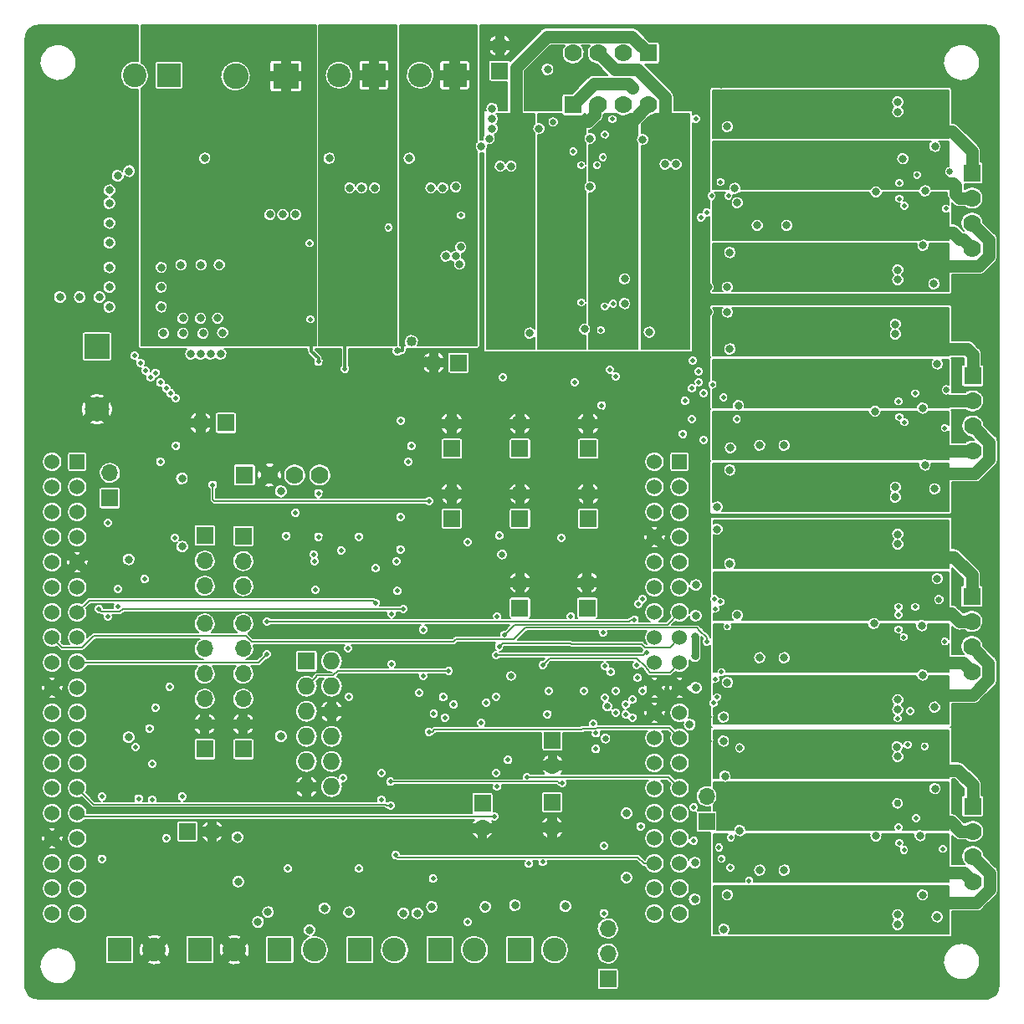
<source format=gbl>
%TF.GenerationSoftware,KiCad,Pcbnew,6.0.0-unknown-920f128~86~ubuntu19.04.1*%
%TF.CreationDate,2019-07-19T01:03:52-07:00*%
%TF.ProjectId,PrntrBoardV1,50726e74-7242-46f6-9172-6456312e6b69,rev?*%
%TF.SameCoordinates,PX1303eb8PY7093f24*%
%TF.FileFunction,Copper,L4,Bot*%
%TF.FilePolarity,Positive*%
%FSLAX46Y46*%
G04 Gerber Fmt 4.6, Leading zero omitted, Abs format (unit mm)*
G04 Created by KiCad (PCBNEW 6.0.0-unknown-920f128~86~ubuntu19.04.1) date 2019-07-19 01:03:52*
%MOMM*%
%LPD*%
G04 APERTURE LIST*
%ADD10R,2.600000X2.600000*%
%ADD11C,2.600000*%
%ADD12R,2.400000X2.400000*%
%ADD13C,2.400000*%
%ADD14C,1.778000*%
%ADD15R,1.778000X1.778000*%
%ADD16C,2.500000*%
%ADD17R,2.500000X2.500000*%
%ADD18O,1.700000X1.700000*%
%ADD19R,1.700000X1.700000*%
%ADD20O,1.727200X1.727200*%
%ADD21R,1.727200X1.727200*%
%ADD22C,1.524000*%
%ADD23R,1.524000X1.524000*%
%ADD24C,0.838200*%
%ADD25C,0.508000*%
%ADD26C,1.016000*%
%ADD27C,0.762000*%
%ADD28C,0.635000*%
%ADD29C,0.750000*%
%ADD30C,0.152400*%
%ADD31C,1.270000*%
%ADD32C,0.300000*%
%ADD33C,0.203200*%
G04 APERTURE END LIST*
D10*
X26661000Y93646500D03*
D11*
X21581000Y93646500D03*
D12*
X43761000Y93746500D03*
D13*
X40261000Y93746500D03*
D12*
X35561000Y93746500D03*
D13*
X32061000Y93746500D03*
D12*
X9861000Y5246500D03*
D13*
X13361000Y5246500D03*
D12*
X17961000Y5246500D03*
D13*
X21461000Y5246500D03*
D12*
X50361000Y5246500D03*
D13*
X53861000Y5246500D03*
D12*
X26061000Y5246500D03*
D13*
X29561000Y5246500D03*
D12*
X42261000Y5246500D03*
D13*
X45761000Y5246500D03*
D12*
X34161000Y5246500D03*
D13*
X37661000Y5246500D03*
D12*
X14861000Y93746500D03*
D13*
X11361000Y93746500D03*
D14*
X30091380Y53281580D03*
X27551380Y53281580D03*
X25011380Y53281580D03*
D15*
X22471380Y53281580D03*
D16*
X7561000Y59946500D03*
D17*
X7561000Y66296500D03*
D18*
X59261000Y7396500D03*
X59261000Y4856500D03*
D19*
X59261000Y2316500D03*
D18*
X22361000Y42046500D03*
X22361000Y44586500D03*
D19*
X22361000Y47126500D03*
D18*
X8861000Y53486500D03*
D19*
X8861000Y50946500D03*
D18*
X69261000Y20786500D03*
D19*
X69261000Y18246500D03*
D18*
X18461000Y42066500D03*
X18461000Y44606500D03*
D19*
X18461000Y47146500D03*
D20*
X31301000Y21746500D03*
X28761000Y21746500D03*
X31301000Y24286500D03*
X28761000Y24286500D03*
X31301000Y26826500D03*
X28761000Y26826500D03*
X31301000Y29366500D03*
X28761000Y29366500D03*
X31301000Y31906500D03*
X28761000Y31906500D03*
X31301000Y34446500D03*
D21*
X28761000Y34446500D03*
D18*
X46561000Y17546500D03*
D19*
X46561000Y20086500D03*
D18*
X53626001Y17611499D03*
D19*
X53626001Y20151499D03*
D14*
X96117000Y76228500D03*
X96117000Y78768500D03*
X96117000Y81308500D03*
D15*
X96117000Y83848500D03*
D18*
X50361000Y42386500D03*
D19*
X50361000Y39846500D03*
D14*
X55743000Y95990500D03*
X58283000Y95990500D03*
X60823000Y95990500D03*
D15*
X63363000Y95990500D03*
D14*
X63361000Y90746500D03*
X60821000Y90746500D03*
X58281000Y90746500D03*
D15*
X55741000Y90746500D03*
D14*
X96095820Y33380680D03*
X96095820Y35920680D03*
X96095820Y38460680D03*
D15*
X96095820Y41000680D03*
D14*
X96192340Y12138660D03*
X96192340Y14678660D03*
X96192340Y17218660D03*
D15*
X96192340Y19758660D03*
D18*
X43461000Y58486500D03*
D19*
X43461000Y55946500D03*
D18*
X43461000Y51386500D03*
D19*
X43461000Y48846500D03*
D18*
X50361000Y58486500D03*
D19*
X50361000Y55946500D03*
D18*
X50361000Y51386500D03*
D19*
X50361000Y48846500D03*
D18*
X57261000Y58486500D03*
D19*
X57261000Y55946500D03*
D18*
X57261000Y51386500D03*
D19*
X57261000Y48846500D03*
D18*
X53661000Y23906500D03*
D19*
X53661000Y26446500D03*
D14*
X96184720Y55722520D03*
X96184720Y58262520D03*
X96184720Y60802520D03*
D15*
X96184720Y63342520D03*
D18*
X57161000Y42386500D03*
D19*
X57161000Y39846500D03*
D18*
X18461000Y38246500D03*
X18461000Y35706500D03*
X18461000Y33166500D03*
X18461000Y30626500D03*
X18461000Y28086500D03*
D19*
X18461000Y25546500D03*
D18*
X22361000Y38246500D03*
X22361000Y35706500D03*
X22361000Y33166500D03*
X22361000Y30626500D03*
X22361000Y28086500D03*
D19*
X22361000Y25546500D03*
D18*
X19226000Y17196500D03*
D19*
X16686000Y17196500D03*
D18*
X18051000Y58566500D03*
D19*
X20591000Y58566500D03*
D18*
X48311000Y96736500D03*
D19*
X48311000Y94196500D03*
D18*
X41621000Y64646500D03*
D19*
X44161000Y64646500D03*
D22*
X63981000Y54616500D03*
X63981000Y52076500D03*
X63981000Y49536500D03*
X63981000Y46996500D03*
X63981000Y44456500D03*
X63981000Y41916500D03*
X63981000Y39376500D03*
X63981000Y36836500D03*
X63981000Y34296500D03*
X63981000Y31756500D03*
X63981000Y29216500D03*
X63981000Y26676500D03*
X63981000Y24136500D03*
X63981000Y21596500D03*
X63981000Y19056500D03*
X63981000Y16516500D03*
X63981000Y13976500D03*
X63981000Y11436500D03*
D23*
X66521000Y54616500D03*
D22*
X66521000Y52076500D03*
X66521000Y49536500D03*
X66521000Y46996500D03*
X66521000Y44456500D03*
X66521000Y41916500D03*
X66521000Y39376500D03*
X66521000Y36836500D03*
X66521000Y34296500D03*
X66521000Y31756500D03*
X66521000Y29216500D03*
X66521000Y26676500D03*
X66521000Y24136500D03*
X66521000Y21596500D03*
X66521000Y19056500D03*
X66521000Y16516500D03*
X66521000Y13976500D03*
X66521000Y11436500D03*
D23*
X5561000Y54616500D03*
D22*
X5561000Y52076500D03*
X5561000Y49536500D03*
X5561000Y46996500D03*
X5561000Y44456500D03*
X5561000Y41916500D03*
X5561000Y39376500D03*
X5561000Y36836500D03*
X5561000Y34296500D03*
X5561000Y31756500D03*
X5561000Y29216500D03*
X5561000Y26676500D03*
X5561000Y24136500D03*
X5561000Y21596500D03*
X5561000Y19056500D03*
X5561000Y16516500D03*
X5561000Y13976500D03*
X5561000Y11436500D03*
X3021000Y54616500D03*
X3021000Y52076500D03*
X3021000Y49536500D03*
X3021000Y46996500D03*
X3021000Y44456500D03*
X3021000Y41916500D03*
X3021000Y39376500D03*
X3021000Y36836500D03*
X3021000Y34296500D03*
X3021000Y31756500D03*
X3021000Y29216500D03*
X3021000Y26676500D03*
X3021000Y24136500D03*
X3021000Y21596500D03*
X3021000Y19056500D03*
X3021000Y16516500D03*
X3021000Y13976500D03*
X3021000Y11436500D03*
X5561000Y8896500D03*
X3021000Y8896500D03*
X63981000Y8896500D03*
X66521000Y8896500D03*
D24*
X20256500Y67691000D03*
X18288000Y67627500D03*
X16256000Y67627500D03*
X14287500Y67627500D03*
D25*
X38311000Y58796500D03*
X59461000Y63946500D03*
X60061000Y63251499D03*
X55885765Y62676469D03*
X58653434Y60339837D03*
X67055754Y60775707D03*
D24*
X61161000Y19046500D03*
X61161000Y12546500D03*
X43861000Y75446500D03*
X44361000Y76346500D03*
X42861000Y75446500D03*
X44261000Y74646500D03*
X47561000Y90346500D03*
X47561000Y89346500D03*
X47561000Y88346500D03*
X47261000Y87346500D03*
X46461000Y86546500D03*
D26*
X39386000Y66796500D03*
D24*
X88611000Y29546500D03*
X88611000Y30546500D03*
X91111000Y33046500D03*
X92323920Y29801820D03*
X92611000Y42796500D03*
X88611000Y46296500D03*
X88611000Y47296500D03*
X77111000Y34796500D03*
X74611000Y34796500D03*
X71361000Y32296500D03*
X88611000Y8796500D03*
X88611000Y7796500D03*
X91111000Y10796500D03*
X92572840Y8572500D03*
X90861000Y16796500D03*
X92361000Y21546500D03*
X88611000Y24796500D03*
X72611000Y17296500D03*
X71361000Y10796500D03*
X71111000Y22796500D03*
X69361000Y26346500D03*
X70961000Y26346500D03*
X69261000Y7296500D03*
X71011000Y7296500D03*
X70961000Y4796500D03*
X69211000Y4796500D03*
X70961000Y28796500D03*
X69361000Y28796500D03*
X77111000Y13296500D03*
X74611000Y13296500D03*
X71611000Y53796500D03*
X71611000Y66046500D03*
X74611000Y56296500D03*
X77111000Y56296500D03*
X91111000Y60046500D03*
X92611000Y64546500D03*
X88361000Y68546500D03*
X88361000Y67546500D03*
X88361000Y52046500D03*
X88361000Y51046500D03*
X91361000Y54296500D03*
X92346780Y51894740D03*
X88611000Y91046500D03*
X88611000Y90046500D03*
X92361000Y86546500D03*
X91361000Y82046500D03*
X92261000Y72646500D03*
X88611000Y74046500D03*
X88611000Y73046500D03*
X71611000Y75796500D03*
X72111000Y82296500D03*
X71361000Y88546500D03*
X77361000Y78546500D03*
X74361000Y78546500D03*
X71361000Y72296500D03*
X71361000Y69796500D03*
X57461000Y87346500D03*
X62761000Y87246500D03*
X65061000Y84746500D03*
X66161000Y84746500D03*
X49461000Y84546500D03*
X48361000Y84546500D03*
X52261000Y88346500D03*
X63461000Y67746500D03*
X51361000Y67646500D03*
X60961000Y70646500D03*
X60961000Y73146500D03*
X70761000Y92846500D03*
X68961000Y92846500D03*
X70761000Y95446500D03*
X68961000Y95446500D03*
X53461000Y91946500D03*
X31061000Y85346500D03*
X33161000Y82346500D03*
X34361000Y82346500D03*
X35661000Y82346500D03*
X27661000Y79646500D03*
X26361000Y79646500D03*
X25061000Y79646500D03*
X18461000Y85346500D03*
X39161000Y85346500D03*
X41361000Y82346500D03*
X42561000Y82346500D03*
X43861000Y82446500D03*
X2361000Y86246500D03*
X2461000Y89046500D03*
X57061000Y12946500D03*
X28061000Y11646500D03*
X52261000Y11646500D03*
X44261000Y11646500D03*
X36161000Y11646500D03*
D27*
X59661000Y36846500D03*
X50361000Y32646500D03*
X38961000Y34646500D03*
X40023323Y32131498D03*
X39061000Y29546500D03*
X32108133Y46501489D03*
X31061000Y42546500D03*
X36961000Y42646500D03*
X35859753Y45245074D03*
X34761000Y49646500D03*
D24*
X91034110Y38046500D03*
X91169131Y76546500D03*
X72361000Y39094210D03*
X69017879Y47644727D03*
X71608710Y44296500D03*
X70313290Y50046500D03*
X69017879Y49894727D03*
X70313290Y47796500D03*
X72482510Y60330605D03*
X56913290Y68046500D03*
X69418332Y72296500D03*
X69418332Y69796500D03*
D27*
X43770610Y31446500D03*
X51450993Y29763015D03*
X55179746Y35656110D03*
X42761000Y37056110D03*
D24*
X86380126Y16741318D03*
X86189071Y38265990D03*
X86290909Y59745514D03*
X86386372Y81936569D03*
X57459884Y82445632D03*
X33361000Y51946500D03*
X10961000Y85246500D03*
D28*
X40561000Y42046500D03*
X48161000Y43446500D03*
D24*
X88536949Y25786511D03*
D25*
X38261000Y49046500D03*
X39086000Y54646500D03*
X41561000Y12446500D03*
X41643610Y29146500D03*
X34061000Y13446500D03*
X34061000Y47046500D03*
X58861000Y15746500D03*
X58861000Y8946500D03*
X16161000Y20746500D03*
X15461000Y46946500D03*
X26861000Y13463890D03*
X26717410Y47127912D03*
D24*
X21761000Y16646500D03*
X68061000Y36946500D03*
D25*
X67961000Y16246500D03*
X67961000Y19646500D03*
X58561000Y67946500D03*
D24*
X72361000Y80846500D03*
X71661000Y56046500D03*
X68061000Y34946500D03*
X68161000Y39046500D03*
X68161000Y42146500D03*
X68161000Y31746500D03*
X68061000Y14046500D03*
X68061000Y10346500D03*
X21861000Y12146500D03*
X67547046Y28032546D03*
D25*
X45081545Y46491402D03*
X44384590Y79569443D03*
X55526424Y38929110D03*
X57787800Y28114470D03*
X48261000Y47146500D03*
X47761000Y18746500D03*
X41161000Y50646500D03*
X41146962Y27309110D03*
X19288760Y52293520D03*
X8061000Y14446500D03*
X8061000Y20746500D03*
X54561000Y46946500D03*
X54661000Y22146500D03*
X37261000Y22246500D03*
X37261000Y19846500D03*
X37061000Y78346500D03*
X37861000Y44546500D03*
X61961000Y38646500D03*
X24761000Y38446500D03*
X24761000Y35146500D03*
X32261000Y45646500D03*
X32461000Y22646500D03*
X51061000Y22729110D03*
X11761000Y20546500D03*
X11943610Y64646500D03*
X59786000Y70621500D03*
X11361000Y65346500D03*
X11461000Y25746500D03*
X58961000Y70346500D03*
X69261000Y36446500D03*
X88661000Y39146500D03*
X71361000Y37963890D03*
X56561000Y84646500D03*
X12461000Y63846500D03*
X12361000Y42746500D03*
X8661000Y48446500D03*
X8661000Y38946500D03*
X48061000Y38946500D03*
X63161000Y35346500D03*
X47943610Y35046500D03*
X66861000Y57446500D03*
X15561000Y56246500D03*
X15536422Y61048195D03*
X88661000Y17646500D03*
X71661000Y13546500D03*
X51261000Y13946500D03*
X52656358Y14123890D03*
X71712197Y16623608D03*
X36361000Y20446500D03*
X13161000Y20446500D03*
X13161000Y24046500D03*
X36361000Y23129110D03*
X47943610Y30846500D03*
X47943610Y23129110D03*
X69261000Y79846500D03*
X68461000Y63746500D03*
X13461000Y29746500D03*
X13461000Y63629110D03*
X68961000Y56846500D03*
X68961000Y61546500D03*
X15043610Y61530805D03*
X14904590Y31846500D03*
X38261000Y45746500D03*
X38561000Y39746500D03*
X7761000Y39746500D03*
X35761000Y43846500D03*
X35761000Y40346500D03*
X37361000Y34146500D03*
X37361000Y39246500D03*
X9661000Y39946500D03*
X9661000Y41746500D03*
X88761000Y82846500D03*
X71461000Y81546500D03*
X69761000Y81546500D03*
X69861000Y62446500D03*
X12961000Y63146500D03*
X12861000Y27646500D03*
X88661000Y60746500D03*
X67761000Y58946500D03*
X67761000Y62046500D03*
X14561000Y62046500D03*
X14561000Y16546500D03*
X72317410Y58946500D03*
X68661000Y79346500D03*
X13961000Y62646500D03*
X13961000Y54646500D03*
X68461000Y62663890D03*
X93161000Y15446500D03*
X93361000Y36446500D03*
X93361000Y58046500D03*
X93461000Y80246500D03*
X73561000Y12246500D03*
D24*
X23861000Y8046500D03*
D25*
X58961000Y87746500D03*
X45061000Y8046500D03*
X52661000Y34046500D03*
D24*
X39961000Y8946500D03*
D25*
X40161000Y31246500D03*
X37761000Y14846500D03*
X37961000Y41546500D03*
X29661000Y41646500D03*
X29561000Y44571499D03*
X70761000Y14446500D03*
X70507184Y15590090D03*
X29961000Y47046500D03*
X29961000Y51446500D03*
X27661000Y49446500D03*
D24*
X29061000Y7246500D03*
X26161000Y26846500D03*
X26161000Y51646500D03*
D25*
X88761000Y16046500D03*
X88661000Y37646500D03*
X88761000Y59146500D03*
X88761000Y81246500D03*
X61061000Y30046500D03*
X61061000Y29046500D03*
X68161000Y89346500D03*
X67861000Y64846500D03*
X46961000Y30246500D03*
X58161000Y84646500D03*
X43661000Y30046500D03*
X43161000Y33446500D03*
X69950399Y30207101D03*
X59713324Y89302910D03*
X48652257Y63159079D03*
X89265335Y58632574D03*
X89261000Y80546500D03*
X89229824Y15345461D03*
X89205181Y36884834D03*
X61761000Y30546500D03*
X61761000Y28746500D03*
X42761000Y28746500D03*
X58761000Y85446500D03*
X33061000Y30846500D03*
X32961000Y35746500D03*
X42578390Y30799115D03*
X46443610Y28201068D03*
X70307001Y30800499D03*
X88600280Y28663900D03*
X89861000Y29399620D03*
D24*
X10761000Y44746500D03*
X10761000Y26746500D03*
X16161000Y52946500D03*
X16182510Y46046500D03*
D25*
X49161000Y24446500D03*
X48809345Y37129110D03*
X48061000Y21746500D03*
X48248421Y35946500D03*
X58061000Y25546500D03*
X58066645Y27151572D03*
D24*
X8811000Y74296500D03*
X8811000Y72296500D03*
X8811000Y70296500D03*
X7811000Y71296500D03*
X5811000Y71296500D03*
X3811000Y71296500D03*
X17061000Y65546500D03*
X18061000Y65546500D03*
X19061000Y65546500D03*
X20061000Y65546500D03*
X19939000Y74549000D03*
X18097500Y74549000D03*
X16065500Y74549000D03*
X19748500Y69151500D03*
X18034000Y69151500D03*
X16256000Y69151500D03*
X14061000Y70296500D03*
X14061000Y72296500D03*
X14061000Y74296500D03*
X79787000Y52284500D03*
X75215000Y50760500D03*
X78263000Y50760500D03*
X81311000Y50760500D03*
X82835000Y52284500D03*
X76739000Y52284500D03*
X81303000Y56773500D03*
X82827000Y57789500D03*
X85875000Y57789500D03*
X79779000Y57789500D03*
X78255000Y56773500D03*
X84351000Y58805500D03*
X78255000Y58805500D03*
X81303000Y58805500D03*
X84351000Y56773500D03*
X82827000Y67524500D03*
X81303000Y69048500D03*
X75207000Y69048500D03*
X79779000Y67524500D03*
X78763000Y69048500D03*
X76731000Y67524500D03*
X82727000Y62271500D03*
X85775000Y62271500D03*
X84251000Y61195500D03*
X81511000Y61195500D03*
X84251000Y63371500D03*
X81511000Y63371500D03*
X78155000Y63371500D03*
X79679000Y62271500D03*
X78155000Y61195500D03*
X79837000Y9234500D03*
X75265000Y7710500D03*
X78313000Y7710500D03*
X81361000Y7710500D03*
X82885000Y9234500D03*
X76789000Y9234500D03*
X84201000Y13398500D03*
X85725000Y14414500D03*
X84201000Y15430500D03*
X82677000Y14414500D03*
X81153000Y15430500D03*
X79629000Y14414500D03*
X78105000Y15430500D03*
X78105000Y13398500D03*
X81153000Y13398500D03*
X82677000Y24574500D03*
X81153000Y26098500D03*
X75057000Y26098500D03*
X79629000Y24574500D03*
X78613000Y26098500D03*
X76581000Y24574500D03*
X82677000Y19046500D03*
X85725000Y19046500D03*
X84201000Y17970500D03*
X81461000Y17970500D03*
X84201000Y20146500D03*
X81461000Y20146500D03*
X79629000Y19046500D03*
X78105000Y17970500D03*
X78105000Y20146500D03*
X79937000Y30834500D03*
X75365000Y29310500D03*
X78413000Y29310500D03*
X81461000Y29310500D03*
X82985000Y30834500D03*
X76889000Y30834500D03*
X81303000Y35173500D03*
X82827000Y36189500D03*
X85875000Y36189500D03*
X79779000Y36189500D03*
X78255000Y35173500D03*
X84351000Y37205500D03*
X78255000Y37205500D03*
X81303000Y37205500D03*
X84351000Y35173500D03*
X82827000Y45874500D03*
X81303000Y47398500D03*
X75207000Y47398500D03*
X79779000Y45874500D03*
X78763000Y47398500D03*
X76731000Y45874500D03*
X82852000Y40496500D03*
X85900000Y40496500D03*
X84376000Y39420500D03*
X81636000Y39420500D03*
X84376000Y41596500D03*
X81636000Y41596500D03*
X78280000Y41596500D03*
X79804000Y40496500D03*
X78280000Y39420500D03*
X64923000Y75872500D03*
X66447000Y71300500D03*
X66447000Y74348500D03*
X66447000Y77396500D03*
X64923000Y78920500D03*
X64923000Y72824500D03*
X53161000Y94346500D03*
X60434000Y77363500D03*
X59418000Y78887500D03*
X59418000Y81935500D03*
X59418000Y75839500D03*
X60434000Y74315500D03*
X58402000Y80411500D03*
X58402000Y74315500D03*
X58402000Y77363500D03*
X60434000Y80411500D03*
D25*
X61461000Y88846500D03*
D24*
X49783000Y78862500D03*
X48259000Y77338500D03*
X48259000Y71242500D03*
X49783000Y75814500D03*
X48259000Y74798500D03*
X49783000Y72766500D03*
X55161000Y78787500D03*
X55161000Y81835500D03*
X56237000Y80311500D03*
X56237000Y77571500D03*
X54061000Y80311500D03*
X54061000Y77571500D03*
X55161000Y75739500D03*
X56237000Y74215500D03*
X54184911Y74215500D03*
D25*
X54761000Y85946500D03*
D24*
X79837000Y74384500D03*
X75265000Y72860500D03*
X78313000Y72860500D03*
X81361000Y72860500D03*
X82885000Y74384500D03*
X76789000Y74384500D03*
X81503000Y78973500D03*
X83027000Y79989500D03*
X86075000Y79989500D03*
X79979000Y79989500D03*
X78455000Y78973500D03*
X84551000Y81005500D03*
X78455000Y81005500D03*
X81503000Y81005500D03*
X84551000Y78973500D03*
X82877000Y89524500D03*
X81353000Y91048500D03*
X75257000Y91048500D03*
X79829000Y89524500D03*
X78813000Y91048500D03*
X76781000Y89524500D03*
X82977000Y84271500D03*
X86025000Y84271500D03*
X84501000Y83195500D03*
X81761000Y83195500D03*
X84501000Y85371500D03*
X81761000Y85371500D03*
X79929000Y84271500D03*
X78405000Y83195500D03*
X78361624Y85249990D03*
X8811000Y76796500D03*
X8811000Y78796500D03*
X8811000Y80796500D03*
X8826500Y82105500D03*
X9652000Y83566000D03*
X10811000Y84046500D03*
X24861000Y9046500D03*
X33061000Y9046500D03*
X49861000Y9746500D03*
X41461000Y9594210D03*
X35561000Y87646500D03*
X35561000Y85846500D03*
X36461000Y88546500D03*
X36461000Y86746500D03*
X34661000Y86746500D03*
X33761000Y85846500D03*
X33761000Y87646500D03*
X34661000Y88546500D03*
X42061000Y87546500D03*
X42961000Y86646500D03*
X43861000Y87546500D03*
X43861000Y85746500D03*
X44761000Y86646500D03*
X44761000Y88446500D03*
X42061000Y85746500D03*
X42961000Y88446500D03*
X27361000Y84846500D03*
X27361000Y83046500D03*
X28261000Y85746500D03*
X28261000Y83946500D03*
X26461000Y83946500D03*
X25561000Y83046500D03*
X25561000Y84846500D03*
X26461000Y85746500D03*
X38561000Y8946500D03*
X46861000Y9594210D03*
X30561000Y9446500D03*
X54961000Y9646500D03*
X61761000Y92446500D03*
X61111000Y93096500D03*
D25*
X29061000Y76746500D03*
X29461000Y45246500D03*
X62561000Y17746500D03*
X62278390Y32746500D03*
X70161000Y32646500D03*
X70161000Y39763890D03*
X56561000Y70746500D03*
X56843610Y31440087D03*
X70961000Y61146500D03*
X70661000Y40446500D03*
X62361000Y40246500D03*
X62161000Y34046500D03*
X58961000Y33946500D03*
X58961000Y30746500D03*
X70661000Y82946500D03*
X70061000Y40746500D03*
X62761000Y31446500D03*
X60061000Y31446500D03*
X60061000Y29246500D03*
X53261000Y31446500D03*
X62773556Y40762195D03*
X53152270Y29071391D03*
D28*
X48561000Y45246500D03*
X49461000Y32946500D03*
D24*
X89111000Y85296500D03*
D27*
X88561000Y20046500D03*
D28*
X92761000Y40696500D03*
X93861000Y83971500D03*
X72611000Y25671500D03*
X59011000Y26621500D03*
X59211000Y29871500D03*
D25*
X91328240Y25819100D03*
X89606120Y25984200D03*
D28*
X93522370Y61907430D03*
X53715762Y89026590D03*
D25*
X90461000Y18546500D03*
X90361000Y39946500D03*
X90361000Y61546500D03*
X90561000Y83646500D03*
X88661000Y39946500D03*
X70761000Y33346500D03*
X59561000Y33346500D03*
X40561000Y37646500D03*
X40561000Y32946500D03*
X55761000Y86046500D03*
X58761000Y37344501D03*
X29961000Y64746500D03*
X32661000Y64046500D03*
X29161000Y69046500D03*
X39361000Y56221500D03*
D28*
X37961000Y65846500D03*
D29*
X68061000Y36946500D02*
X68061000Y34946500D01*
D30*
X5871000Y18746500D02*
X5561000Y19056500D01*
X47761000Y18746500D02*
X5871000Y18746500D01*
X24961000Y50646500D02*
X41161000Y50646500D01*
X56667768Y27631869D02*
X56561000Y27525101D01*
X41722163Y27525101D02*
X41506172Y27309110D01*
X56561000Y27525101D02*
X41722163Y27525101D01*
X58109838Y27722258D02*
X58019449Y27631869D01*
X41506172Y27309110D02*
X41146962Y27309110D01*
X58019449Y27631869D02*
X56667768Y27631869D01*
X66521000Y26676500D02*
X65475242Y27722258D01*
X65475242Y27722258D02*
X58109838Y27722258D01*
X24961000Y50646500D02*
X19460040Y50646500D01*
X19288760Y50817780D02*
X19288760Y52293520D01*
X19460040Y50646500D02*
X19288760Y50817780D01*
X54201790Y22246500D02*
X37261000Y22246500D01*
X54301790Y22146500D02*
X54201790Y22246500D01*
X54661000Y22146500D02*
X54301790Y22146500D01*
X36901790Y19846500D02*
X36801790Y19946500D01*
X37261000Y19846500D02*
X36901790Y19846500D01*
X7211000Y19946500D02*
X5561000Y21596500D01*
X36801790Y19946500D02*
X7211000Y19946500D01*
X23911000Y34296500D02*
X5561000Y34296500D01*
X24761000Y35146500D02*
X23911000Y34296500D01*
X61601790Y38646500D02*
X61961000Y38646500D01*
X61401790Y38446500D02*
X61601790Y38646500D01*
X24761000Y38446500D02*
X61401790Y38446500D01*
X66521000Y21596500D02*
X65388390Y22729110D01*
X65388390Y22729110D02*
X51420210Y22729110D01*
X51420210Y22729110D02*
X51061000Y22729110D01*
X68286707Y37827101D02*
X50941601Y37827101D01*
X50941601Y37827101D02*
X49761000Y36646500D01*
X49761000Y36646500D02*
X43861000Y36646500D01*
X43861000Y36646500D02*
X43661000Y36446500D01*
X23217330Y36446500D02*
X22617330Y37046500D01*
X43661000Y36446500D02*
X23217330Y36446500D01*
X3782999Y36074501D02*
X3021000Y36836500D01*
X4011601Y35845899D02*
X3782999Y36074501D01*
X6036489Y35845899D02*
X4011601Y35845899D01*
X7237090Y37046500D02*
X6036489Y35845899D01*
X22617330Y37046500D02*
X7237090Y37046500D01*
X68561000Y37552808D02*
X69261000Y36852808D01*
X69261000Y36852808D02*
X69261000Y36446500D01*
X68561000Y37552808D02*
X68286707Y37827101D01*
X68708701Y37405107D02*
X68561000Y37552808D01*
X48302820Y35046500D02*
X47943610Y35046500D01*
X62861000Y35046500D02*
X48302820Y35046500D01*
X63161000Y35346500D02*
X62861000Y35046500D01*
X10175250Y39746500D02*
X9892649Y39463899D01*
X8014999Y39492501D02*
X7761000Y39746500D01*
X9892649Y39463899D02*
X8043601Y39463899D01*
X8043601Y39463899D02*
X8014999Y39492501D01*
X38561000Y39746500D02*
X10175250Y39746500D01*
X6784999Y40600499D02*
X5561000Y39376500D01*
X35507001Y40600499D02*
X6784999Y40600499D01*
X35761000Y40346500D02*
X35507001Y40600499D01*
X65530399Y33305899D02*
X66521000Y34296500D01*
X52661000Y34046500D02*
X53356189Y34741689D01*
X63505511Y33305899D02*
X65530399Y33305899D01*
X62180061Y34741689D02*
X62990399Y33931351D01*
X60961000Y34741689D02*
X62180061Y34741689D01*
X62990399Y33931351D02*
X63505511Y33305899D01*
X53356189Y34741689D02*
X60961000Y34741689D01*
X62903370Y13976500D02*
X63981000Y13976500D01*
X62273370Y14606500D02*
X62903370Y13976500D01*
X38001000Y14606500D02*
X62273370Y14606500D01*
X37761000Y14846500D02*
X38001000Y14606500D01*
X29624599Y32770099D02*
X28761000Y31906500D01*
X29853201Y32998701D02*
X29624599Y32770099D01*
X31469659Y32998701D02*
X29853201Y32998701D01*
X31917458Y33446500D02*
X31469659Y32998701D01*
X43161000Y33446500D02*
X31917458Y33446500D01*
X66521000Y39376500D02*
X65276412Y38131912D01*
X65276412Y38131912D02*
X49812147Y38131912D01*
X49063344Y37383109D02*
X48809345Y37129110D01*
X49812147Y38131912D02*
X49063344Y37383109D01*
X55472355Y36265711D02*
X48567632Y36265711D01*
X55537567Y36200499D02*
X55472355Y36265711D01*
X66521000Y36836500D02*
X65530399Y35845899D01*
X48567632Y36265711D02*
X48502420Y36200499D01*
X48502420Y36200499D02*
X48248421Y35946500D01*
X63015600Y35845899D02*
X62661000Y36200499D01*
X63861000Y35845899D02*
X63015600Y35845899D01*
X63861000Y35845899D02*
X63575851Y35845899D01*
X62661000Y36200499D02*
X55537567Y36200499D01*
X65530399Y35845899D02*
X63861000Y35845899D01*
D31*
X97861121Y54917847D02*
X96387414Y53444140D01*
X96184720Y58262520D02*
X97861121Y56586119D01*
X97861121Y56586119D02*
X97861121Y54917847D01*
X96387414Y53444140D02*
X93060520Y53444140D01*
X92361000Y55546500D02*
X93111000Y55546500D01*
X93287020Y55722520D02*
X93111000Y55546500D01*
X96184720Y55722520D02*
X93287020Y55722520D01*
X96184720Y65501520D02*
X95639740Y66046500D01*
X96184720Y63342520D02*
X96184720Y65501520D01*
X95639740Y66046500D02*
X93061000Y66046500D01*
X96184720Y60802520D02*
X93030040Y60802520D01*
X97868741Y11333987D02*
X96567754Y10033000D01*
X96192340Y14678660D02*
X97868741Y13002259D01*
X97868741Y13002259D02*
X97868741Y11333987D01*
X96567754Y10033000D02*
X93017340Y10033000D01*
X95303341Y13027659D02*
X93372941Y13027659D01*
X96192340Y12138660D02*
X95303341Y13027659D01*
X96192340Y21917660D02*
X94719140Y23390860D01*
X96192340Y19758660D02*
X96192340Y21917660D01*
X94719140Y23390860D02*
X93177360Y23390860D01*
X94935105Y17218660D02*
X93974985Y18178780D01*
X96192340Y17218660D02*
X94935105Y17218660D01*
X93974985Y18178780D02*
X93190060Y18178780D01*
X97772221Y32576007D02*
X96235014Y31038800D01*
X96095820Y35920680D02*
X97772221Y34244279D01*
X97772221Y34244279D02*
X97772221Y32576007D01*
X96235014Y31038800D02*
X93050360Y31038800D01*
X95206821Y34269679D02*
X92999559Y34269679D01*
X96095820Y33380680D02*
X95206821Y34269679D01*
X96095820Y43159680D02*
X94267020Y44988480D01*
X96095820Y41000680D02*
X96095820Y43159680D01*
X94267020Y44988480D02*
X92979240Y44988480D01*
X94838585Y38460680D02*
X93992765Y39306500D01*
X96095820Y38460680D02*
X94838585Y38460680D01*
X93992765Y39306500D02*
X93202760Y39306500D01*
X62274475Y94314099D02*
X65061000Y91527574D01*
X58283000Y95990500D02*
X59959401Y94314099D01*
X59959401Y94314099D02*
X62274475Y94314099D01*
X65061000Y91527574D02*
X65061000Y89246500D01*
X63361000Y90746500D02*
X61461000Y88846500D01*
X61686599Y97666901D02*
X53081401Y97666901D01*
X63363000Y95990500D02*
X61686599Y97666901D01*
X49948401Y94533901D02*
X49948401Y89059099D01*
X53081401Y97666901D02*
X49948401Y94533901D01*
X58281000Y90746500D02*
X57961000Y90746500D01*
X57961000Y89771178D02*
X57236322Y89046500D01*
X57961000Y90746500D02*
X57961000Y89771178D01*
X57236322Y89046500D02*
X56261000Y89046500D01*
X97793401Y75423827D02*
X96816074Y74446500D01*
X96117000Y78768500D02*
X97793401Y77092099D01*
X97793401Y77092099D02*
X97793401Y75423827D01*
X96816074Y74446500D02*
X92961000Y74446500D01*
X95228001Y77117499D02*
X94890001Y77117499D01*
X96117000Y76228500D02*
X95228001Y77117499D01*
X94890001Y77117499D02*
X94161000Y77846500D01*
X94161000Y77846500D02*
X93061000Y77846500D01*
X96117000Y86007500D02*
X94078000Y88046500D01*
X96117000Y83848500D02*
X96117000Y86007500D01*
X94078000Y88046500D02*
X92961000Y88046500D01*
X94859765Y81308500D02*
X94461000Y81707265D01*
X96117000Y81308500D02*
X94859765Y81308500D01*
X94461000Y81707265D02*
X94461000Y82546500D01*
X94461000Y82546500D02*
X94161000Y82846500D01*
X94161000Y82846500D02*
X93161000Y82846500D01*
X61761000Y92446500D02*
X61315811Y92891689D01*
X57886189Y92891689D02*
X55741000Y90746500D01*
X61315811Y92891689D02*
X57886189Y92891689D01*
D32*
X29961000Y65105710D02*
X29261000Y65805710D01*
X29961000Y64746500D02*
X29961000Y65105710D01*
X29261000Y65805710D02*
X29261000Y66546500D01*
X32661000Y64046500D02*
X32661000Y66646500D01*
X40861000Y64746500D02*
X40861000Y65105710D01*
X38410012Y65846500D02*
X38461000Y65897488D01*
X37961000Y65846500D02*
X38410012Y65846500D01*
X38461000Y65897488D02*
X38461000Y66646500D01*
D33*
G36*
X314000Y9003180D02*
G01*
X2006001Y9003180D01*
X2006001Y8789820D01*
X2050361Y8581121D01*
X2137143Y8386205D01*
X2262554Y8213592D01*
X2421112Y8070826D01*
X2605889Y7964144D01*
X2808808Y7898212D01*
X3021000Y7875910D01*
X3233192Y7898212D01*
X3436111Y7964144D01*
X3620888Y8070826D01*
X3779446Y8213592D01*
X3904857Y8386205D01*
X3991639Y8581121D01*
X4035999Y8789820D01*
X4035999Y9003180D01*
X4546001Y9003180D01*
X4546001Y8789820D01*
X4590361Y8581121D01*
X4677143Y8386205D01*
X4802554Y8213592D01*
X4961112Y8070826D01*
X5145889Y7964144D01*
X5348808Y7898212D01*
X5561000Y7875910D01*
X5773192Y7898212D01*
X5976111Y7964144D01*
X6129053Y8052446D01*
X23179640Y8052446D01*
X23214449Y7831421D01*
X23318976Y7633588D01*
X23481948Y7480279D01*
X23685794Y7388025D01*
X23908531Y7366773D01*
X24126144Y7418817D01*
X24315166Y7538543D01*
X24455216Y7713042D01*
X24531329Y7923879D01*
X24531522Y7946094D01*
X44553912Y7946094D01*
X44630937Y7759683D01*
X44773433Y7616937D01*
X44959710Y7539590D01*
X45161406Y7539412D01*
X45347817Y7616437D01*
X45490563Y7758933D01*
X45567910Y7945210D01*
X45568088Y8146906D01*
X45491063Y8333317D01*
X45348567Y8476063D01*
X45162290Y8553410D01*
X44960594Y8553588D01*
X44774183Y8476563D01*
X44631437Y8334067D01*
X44554090Y8147790D01*
X44553912Y7946094D01*
X24531522Y7946094D01*
X24533368Y8157403D01*
X24460945Y8369537D01*
X24323962Y8546454D01*
X24137058Y8669460D01*
X23920386Y8725293D01*
X23697312Y8707933D01*
X23491887Y8619250D01*
X23326264Y8468808D01*
X23218301Y8272830D01*
X23179640Y8052446D01*
X6129053Y8052446D01*
X6160888Y8070826D01*
X6319446Y8213592D01*
X6444857Y8386205D01*
X6531639Y8581121D01*
X6575999Y8789820D01*
X6575999Y9003180D01*
X6565528Y9052446D01*
X24179640Y9052446D01*
X24214449Y8831421D01*
X24318976Y8633588D01*
X24481948Y8480279D01*
X24685794Y8388025D01*
X24908531Y8366773D01*
X25126144Y8418817D01*
X25315166Y8538543D01*
X25455216Y8713042D01*
X25531329Y8923879D01*
X25533368Y9157403D01*
X25460945Y9369537D01*
X25396751Y9452446D01*
X29879640Y9452446D01*
X29914449Y9231421D01*
X30018976Y9033588D01*
X30181948Y8880279D01*
X30385794Y8788025D01*
X30608531Y8766773D01*
X30826144Y8818817D01*
X31015166Y8938543D01*
X31106582Y9052446D01*
X32379640Y9052446D01*
X32414449Y8831421D01*
X32518976Y8633588D01*
X32681948Y8480279D01*
X32885794Y8388025D01*
X33108531Y8366773D01*
X33326144Y8418817D01*
X33515166Y8538543D01*
X33655216Y8713042D01*
X33731329Y8923879D01*
X33731578Y8952446D01*
X37879640Y8952446D01*
X37914449Y8731421D01*
X38018976Y8533588D01*
X38181948Y8380279D01*
X38385794Y8288025D01*
X38608531Y8266773D01*
X38826144Y8318817D01*
X39015166Y8438543D01*
X39155216Y8613042D01*
X39231329Y8823879D01*
X39232451Y8952446D01*
X39279640Y8952446D01*
X39314449Y8731421D01*
X39418976Y8533588D01*
X39581948Y8380279D01*
X39785794Y8288025D01*
X40008531Y8266773D01*
X40226144Y8318817D01*
X40415166Y8438543D01*
X40555216Y8613042D01*
X40631329Y8823879D01*
X40633368Y9057403D01*
X40560945Y9269537D01*
X40423962Y9446454D01*
X40237058Y9569460D01*
X40117936Y9600156D01*
X40779640Y9600156D01*
X40814449Y9379131D01*
X40918976Y9181298D01*
X41081948Y9027989D01*
X41285794Y8935735D01*
X41508531Y8914483D01*
X41726144Y8966527D01*
X41915166Y9086253D01*
X42055216Y9260752D01*
X42131329Y9471589D01*
X42132451Y9600156D01*
X46179640Y9600156D01*
X46214449Y9379131D01*
X46318976Y9181298D01*
X46481948Y9027989D01*
X46685794Y8935735D01*
X46908531Y8914483D01*
X47126144Y8966527D01*
X47315166Y9086253D01*
X47455216Y9260752D01*
X47531329Y9471589D01*
X47533368Y9705113D01*
X47517209Y9752446D01*
X49179640Y9752446D01*
X49214449Y9531421D01*
X49318976Y9333588D01*
X49481948Y9180279D01*
X49685794Y9088025D01*
X49908531Y9066773D01*
X50126144Y9118817D01*
X50315166Y9238543D01*
X50455216Y9413042D01*
X50531329Y9623879D01*
X50531578Y9652446D01*
X54279640Y9652446D01*
X54314449Y9431421D01*
X54418976Y9233588D01*
X54581948Y9080279D01*
X54785794Y8988025D01*
X55008531Y8966773D01*
X55226144Y9018817D01*
X55415166Y9138543D01*
X55555216Y9313042D01*
X55631329Y9523879D01*
X55633368Y9757403D01*
X55560945Y9969537D01*
X55423962Y10146454D01*
X55237058Y10269460D01*
X55020386Y10325293D01*
X54797312Y10307933D01*
X54591887Y10219250D01*
X54426264Y10068808D01*
X54318301Y9872830D01*
X54279640Y9652446D01*
X50531578Y9652446D01*
X50533368Y9857403D01*
X50460945Y10069537D01*
X50323962Y10246454D01*
X50162911Y10352446D01*
X67379640Y10352446D01*
X67414449Y10131421D01*
X67518976Y9933588D01*
X67681948Y9780279D01*
X67885794Y9688025D01*
X68108531Y9666773D01*
X68326144Y9718817D01*
X68515166Y9838543D01*
X68655216Y10013042D01*
X68731329Y10223879D01*
X68733368Y10457403D01*
X68660945Y10669537D01*
X68523962Y10846454D01*
X68337058Y10969460D01*
X68120386Y11025293D01*
X67897312Y11007933D01*
X67691887Y10919250D01*
X67526264Y10768808D01*
X67418301Y10572830D01*
X67379640Y10352446D01*
X50162911Y10352446D01*
X50137058Y10369460D01*
X49920386Y10425293D01*
X49697312Y10407933D01*
X49491887Y10319250D01*
X49326264Y10168808D01*
X49218301Y9972830D01*
X49179640Y9752446D01*
X47517209Y9752446D01*
X47460945Y9917247D01*
X47323962Y10094164D01*
X47137058Y10217170D01*
X46920386Y10273003D01*
X46697312Y10255643D01*
X46491887Y10166960D01*
X46326264Y10016518D01*
X46218301Y9820540D01*
X46179640Y9600156D01*
X42132451Y9600156D01*
X42133368Y9705113D01*
X42060945Y9917247D01*
X41923962Y10094164D01*
X41737058Y10217170D01*
X41520386Y10273003D01*
X41297312Y10255643D01*
X41091887Y10166960D01*
X40926264Y10016518D01*
X40818301Y9820540D01*
X40779640Y9600156D01*
X40117936Y9600156D01*
X40020386Y9625293D01*
X39797312Y9607933D01*
X39591887Y9519250D01*
X39426264Y9368808D01*
X39318301Y9172830D01*
X39279640Y8952446D01*
X39232451Y8952446D01*
X39233368Y9057403D01*
X39160945Y9269537D01*
X39023962Y9446454D01*
X38837058Y9569460D01*
X38620386Y9625293D01*
X38397312Y9607933D01*
X38191887Y9519250D01*
X38026264Y9368808D01*
X37918301Y9172830D01*
X37879640Y8952446D01*
X33731578Y8952446D01*
X33733368Y9157403D01*
X33660945Y9369537D01*
X33523962Y9546454D01*
X33337058Y9669460D01*
X33120386Y9725293D01*
X32897312Y9707933D01*
X32691887Y9619250D01*
X32526264Y9468808D01*
X32418301Y9272830D01*
X32379640Y9052446D01*
X31106582Y9052446D01*
X31155216Y9113042D01*
X31231329Y9323879D01*
X31233368Y9557403D01*
X31160945Y9769537D01*
X31023962Y9946454D01*
X30837058Y10069460D01*
X30620386Y10125293D01*
X30397312Y10107933D01*
X30191887Y10019250D01*
X30026264Y9868808D01*
X29918301Y9672830D01*
X29879640Y9452446D01*
X25396751Y9452446D01*
X25323962Y9546454D01*
X25137058Y9669460D01*
X24920386Y9725293D01*
X24697312Y9707933D01*
X24491887Y9619250D01*
X24326264Y9468808D01*
X24218301Y9272830D01*
X24179640Y9052446D01*
X6565528Y9052446D01*
X6531639Y9211879D01*
X6444857Y9406795D01*
X6319446Y9579408D01*
X6160888Y9722174D01*
X5976111Y9828856D01*
X5773192Y9894788D01*
X5561000Y9917090D01*
X5348808Y9894788D01*
X5145889Y9828856D01*
X4961112Y9722174D01*
X4802554Y9579408D01*
X4677143Y9406795D01*
X4590361Y9211879D01*
X4546001Y9003180D01*
X4035999Y9003180D01*
X3991639Y9211879D01*
X3904857Y9406795D01*
X3779446Y9579408D01*
X3620888Y9722174D01*
X3436111Y9828856D01*
X3233192Y9894788D01*
X3021000Y9917090D01*
X2808808Y9894788D01*
X2605889Y9828856D01*
X2421112Y9722174D01*
X2262554Y9579408D01*
X2137143Y9406795D01*
X2050361Y9211879D01*
X2006001Y9003180D01*
X314000Y9003180D01*
X314000Y11543180D01*
X2006001Y11543180D01*
X2006001Y11329820D01*
X2050361Y11121121D01*
X2137143Y10926205D01*
X2262554Y10753592D01*
X2421112Y10610826D01*
X2605889Y10504144D01*
X2808808Y10438212D01*
X3021000Y10415910D01*
X3233192Y10438212D01*
X3436111Y10504144D01*
X3620888Y10610826D01*
X3779446Y10753592D01*
X3904857Y10926205D01*
X3991639Y11121121D01*
X4035999Y11329820D01*
X4035999Y11543180D01*
X4546001Y11543180D01*
X4546001Y11329820D01*
X4590361Y11121121D01*
X4677143Y10926205D01*
X4802554Y10753592D01*
X4961112Y10610826D01*
X5145889Y10504144D01*
X5348808Y10438212D01*
X5561000Y10415910D01*
X5773192Y10438212D01*
X5976111Y10504144D01*
X6160888Y10610826D01*
X6319446Y10753592D01*
X6444857Y10926205D01*
X6531639Y11121121D01*
X6575999Y11329820D01*
X6575999Y11543180D01*
X6531639Y11751879D01*
X6444857Y11946795D01*
X6319446Y12119408D01*
X6282754Y12152446D01*
X21179640Y12152446D01*
X21214449Y11931421D01*
X21318976Y11733588D01*
X21481948Y11580279D01*
X21685794Y11488025D01*
X21908531Y11466773D01*
X22126144Y11518817D01*
X22164608Y11543180D01*
X62966001Y11543180D01*
X62966001Y11329820D01*
X63010361Y11121121D01*
X63097143Y10926205D01*
X63222554Y10753592D01*
X63381112Y10610826D01*
X63565889Y10504144D01*
X63768808Y10438212D01*
X63981000Y10415910D01*
X64193192Y10438212D01*
X64396111Y10504144D01*
X64580888Y10610826D01*
X64739446Y10753592D01*
X64864857Y10926205D01*
X64951639Y11121121D01*
X64995999Y11329820D01*
X64995999Y11543180D01*
X65506001Y11543180D01*
X65506001Y11329820D01*
X65550361Y11121121D01*
X65637143Y10926205D01*
X65762554Y10753592D01*
X65921112Y10610826D01*
X66105889Y10504144D01*
X66308808Y10438212D01*
X66521000Y10415910D01*
X66733192Y10438212D01*
X66936111Y10504144D01*
X67120888Y10610826D01*
X67279446Y10753592D01*
X67404857Y10926205D01*
X67491639Y11121121D01*
X67535999Y11329820D01*
X67535999Y11543180D01*
X67491639Y11751879D01*
X67404857Y11946795D01*
X67279446Y12119408D01*
X67120888Y12262174D01*
X66936111Y12368856D01*
X66733192Y12434788D01*
X66521000Y12457090D01*
X66308808Y12434788D01*
X66105889Y12368856D01*
X65921112Y12262174D01*
X65762554Y12119408D01*
X65637143Y11946795D01*
X65550361Y11751879D01*
X65506001Y11543180D01*
X64995999Y11543180D01*
X64951639Y11751879D01*
X64864857Y11946795D01*
X64739446Y12119408D01*
X64580888Y12262174D01*
X64396111Y12368856D01*
X64193192Y12434788D01*
X63981000Y12457090D01*
X63768808Y12434788D01*
X63565889Y12368856D01*
X63381112Y12262174D01*
X63222554Y12119408D01*
X63097143Y11946795D01*
X63010361Y11751879D01*
X62966001Y11543180D01*
X22164608Y11543180D01*
X22315166Y11638543D01*
X22455216Y11813042D01*
X22531329Y12023879D01*
X22533368Y12257403D01*
X22503089Y12346094D01*
X41053912Y12346094D01*
X41130937Y12159683D01*
X41273433Y12016937D01*
X41459710Y11939590D01*
X41661406Y11939412D01*
X41847817Y12016437D01*
X41990563Y12158933D01*
X42067910Y12345210D01*
X42068088Y12546906D01*
X42065799Y12552446D01*
X60479640Y12552446D01*
X60514449Y12331421D01*
X60618976Y12133588D01*
X60781948Y11980279D01*
X60985794Y11888025D01*
X61208531Y11866773D01*
X61426144Y11918817D01*
X61615166Y12038543D01*
X61755216Y12213042D01*
X61831329Y12423879D01*
X61833368Y12657403D01*
X61760945Y12869537D01*
X61623962Y13046454D01*
X61437058Y13169460D01*
X61220386Y13225293D01*
X60997312Y13207933D01*
X60791887Y13119250D01*
X60626264Y12968808D01*
X60518301Y12772830D01*
X60479640Y12552446D01*
X42065799Y12552446D01*
X41991063Y12733317D01*
X41848567Y12876063D01*
X41662290Y12953410D01*
X41460594Y12953588D01*
X41274183Y12876563D01*
X41131437Y12734067D01*
X41054090Y12547790D01*
X41053912Y12346094D01*
X22503089Y12346094D01*
X22460945Y12469537D01*
X22323962Y12646454D01*
X22137058Y12769460D01*
X21920386Y12825293D01*
X21697312Y12807933D01*
X21491887Y12719250D01*
X21326264Y12568808D01*
X21218301Y12372830D01*
X21179640Y12152446D01*
X6282754Y12152446D01*
X6160888Y12262174D01*
X5976111Y12368856D01*
X5773192Y12434788D01*
X5561000Y12457090D01*
X5348808Y12434788D01*
X5145889Y12368856D01*
X4961112Y12262174D01*
X4802554Y12119408D01*
X4677143Y11946795D01*
X4590361Y11751879D01*
X4546001Y11543180D01*
X4035999Y11543180D01*
X3991639Y11751879D01*
X3904857Y11946795D01*
X3779446Y12119408D01*
X3620888Y12262174D01*
X3436111Y12368856D01*
X3233192Y12434788D01*
X3021000Y12457090D01*
X2808808Y12434788D01*
X2605889Y12368856D01*
X2421112Y12262174D01*
X2262554Y12119408D01*
X2137143Y11946795D01*
X2050361Y11751879D01*
X2006001Y11543180D01*
X314000Y11543180D01*
X314000Y14083180D01*
X2006001Y14083180D01*
X2006001Y13869820D01*
X2050361Y13661121D01*
X2137143Y13466205D01*
X2262554Y13293592D01*
X2421112Y13150826D01*
X2605889Y13044144D01*
X2808808Y12978212D01*
X3021000Y12955910D01*
X3233192Y12978212D01*
X3436111Y13044144D01*
X3620888Y13150826D01*
X3779446Y13293592D01*
X3904857Y13466205D01*
X3991639Y13661121D01*
X4035999Y13869820D01*
X4035999Y14083180D01*
X4546001Y14083180D01*
X4546001Y13869820D01*
X4590361Y13661121D01*
X4677143Y13466205D01*
X4802554Y13293592D01*
X4961112Y13150826D01*
X5145889Y13044144D01*
X5348808Y12978212D01*
X5561000Y12955910D01*
X5773192Y12978212D01*
X5976111Y13044144D01*
X6160888Y13150826D01*
X6319446Y13293592D01*
X6370225Y13363484D01*
X26353912Y13363484D01*
X26430937Y13177073D01*
X26573433Y13034327D01*
X26759710Y12956980D01*
X26961406Y12956802D01*
X27147817Y13033827D01*
X27290563Y13176323D01*
X27361056Y13346094D01*
X33553912Y13346094D01*
X33630937Y13159683D01*
X33773433Y13016937D01*
X33959710Y12939590D01*
X34161406Y12939412D01*
X34347817Y13016437D01*
X34490563Y13158933D01*
X34567910Y13345210D01*
X34568088Y13546906D01*
X34491063Y13733317D01*
X34348567Y13876063D01*
X34162290Y13953410D01*
X33960594Y13953588D01*
X33774183Y13876563D01*
X33631437Y13734067D01*
X33554090Y13547790D01*
X33553912Y13346094D01*
X27361056Y13346094D01*
X27367910Y13362600D01*
X27368088Y13564296D01*
X27291063Y13750707D01*
X27148567Y13893453D01*
X26962290Y13970800D01*
X26760594Y13970978D01*
X26574183Y13893953D01*
X26431437Y13751457D01*
X26354090Y13565180D01*
X26353912Y13363484D01*
X6370225Y13363484D01*
X6444857Y13466205D01*
X6531639Y13661121D01*
X6575999Y13869820D01*
X6575999Y14083180D01*
X6531639Y14291879D01*
X6507501Y14346094D01*
X7553912Y14346094D01*
X7630937Y14159683D01*
X7773433Y14016937D01*
X7959710Y13939590D01*
X8161406Y13939412D01*
X8347817Y14016437D01*
X8490563Y14158933D01*
X8567910Y14345210D01*
X8568088Y14546906D01*
X8491063Y14733317D01*
X8478309Y14746094D01*
X37253912Y14746094D01*
X37330937Y14559683D01*
X37473433Y14416937D01*
X37659710Y14339590D01*
X37802477Y14339464D01*
X37830594Y14311347D01*
X37873938Y14299733D01*
X37912790Y14277301D01*
X37958517Y14277301D01*
X37958521Y14277300D01*
X50874746Y14277300D01*
X50831437Y14234067D01*
X50754090Y14047790D01*
X50753912Y13846094D01*
X50830937Y13659683D01*
X50973433Y13516937D01*
X51159710Y13439590D01*
X51361406Y13439412D01*
X51547817Y13516437D01*
X51690563Y13658933D01*
X51767910Y13845210D01*
X51768088Y14046906D01*
X51691063Y14233317D01*
X51647157Y14277300D01*
X52171090Y14277300D01*
X52149448Y14225180D01*
X52149270Y14023484D01*
X52226295Y13837073D01*
X52368791Y13694327D01*
X52555068Y13616980D01*
X52756764Y13616802D01*
X52943175Y13693827D01*
X53085921Y13836323D01*
X53163268Y14022600D01*
X53163446Y14224296D01*
X53141545Y14277300D01*
X62137012Y14277300D01*
X62627278Y13787033D01*
X62732964Y13681347D01*
X62776302Y13669735D01*
X62815161Y13647300D01*
X63016514Y13647300D01*
X63097143Y13466205D01*
X63222554Y13293592D01*
X63381112Y13150826D01*
X63565889Y13044144D01*
X63768808Y12978212D01*
X63981000Y12955910D01*
X64193192Y12978212D01*
X64396111Y13044144D01*
X64580888Y13150826D01*
X64739446Y13293592D01*
X64864857Y13466205D01*
X64951639Y13661121D01*
X64995999Y13869820D01*
X64995999Y14083180D01*
X65506001Y14083180D01*
X65506001Y13869820D01*
X65550361Y13661121D01*
X65637143Y13466205D01*
X65762554Y13293592D01*
X65921112Y13150826D01*
X66105889Y13044144D01*
X66308808Y12978212D01*
X66521000Y12955910D01*
X66733192Y12978212D01*
X66936111Y13044144D01*
X67120888Y13150826D01*
X67279446Y13293592D01*
X67404857Y13466205D01*
X67491639Y13661121D01*
X67495308Y13678383D01*
X67518976Y13633588D01*
X67681948Y13480279D01*
X67885794Y13388025D01*
X68108531Y13366773D01*
X68326144Y13418817D01*
X68515166Y13538543D01*
X68655216Y13713042D01*
X68731329Y13923879D01*
X68733368Y14157403D01*
X68660945Y14369537D01*
X68523962Y14546454D01*
X68337058Y14669460D01*
X68120386Y14725293D01*
X67897312Y14707933D01*
X67691887Y14619250D01*
X67526264Y14468808D01*
X67463550Y14354968D01*
X67404857Y14486795D01*
X67279446Y14659408D01*
X67120888Y14802174D01*
X66936111Y14908856D01*
X66733192Y14974788D01*
X66521000Y14997090D01*
X66308808Y14974788D01*
X66105889Y14908856D01*
X65921112Y14802174D01*
X65762554Y14659408D01*
X65637143Y14486795D01*
X65550361Y14291879D01*
X65506001Y14083180D01*
X64995999Y14083180D01*
X64951639Y14291879D01*
X64864857Y14486795D01*
X64739446Y14659408D01*
X64580888Y14802174D01*
X64396111Y14908856D01*
X64193192Y14974788D01*
X63981000Y14997090D01*
X63768808Y14974788D01*
X63565889Y14908856D01*
X63381112Y14802174D01*
X63222554Y14659408D01*
X63097143Y14486795D01*
X63023666Y14321763D01*
X62578927Y14766501D01*
X62578927Y14766502D01*
X62443776Y14901652D01*
X62400434Y14913266D01*
X62361579Y14935699D01*
X62315853Y14935699D01*
X62315849Y14935700D01*
X38268078Y14935700D01*
X38268088Y14946906D01*
X38191063Y15133317D01*
X38048567Y15276063D01*
X37862290Y15353410D01*
X37660594Y15353588D01*
X37474183Y15276563D01*
X37331437Y15134067D01*
X37254090Y14947790D01*
X37253912Y14746094D01*
X8478309Y14746094D01*
X8348567Y14876063D01*
X8162290Y14953410D01*
X7960594Y14953588D01*
X7774183Y14876563D01*
X7631437Y14734067D01*
X7554090Y14547790D01*
X7553912Y14346094D01*
X6507501Y14346094D01*
X6444857Y14486795D01*
X6319446Y14659408D01*
X6160888Y14802174D01*
X5976111Y14908856D01*
X5773192Y14974788D01*
X5561000Y14997090D01*
X5348808Y14974788D01*
X5145889Y14908856D01*
X4961112Y14802174D01*
X4802554Y14659408D01*
X4677143Y14486795D01*
X4590361Y14291879D01*
X4546001Y14083180D01*
X4035999Y14083180D01*
X3991639Y14291879D01*
X3904857Y14486795D01*
X3779446Y14659408D01*
X3620888Y14802174D01*
X3436111Y14908856D01*
X3233192Y14974788D01*
X3021000Y14997090D01*
X2808808Y14974788D01*
X2605889Y14908856D01*
X2421112Y14802174D01*
X2262554Y14659408D01*
X2137143Y14486795D01*
X2050361Y14291879D01*
X2006001Y14083180D01*
X314000Y14083180D01*
X314000Y15565227D01*
X2634564Y15565227D01*
X2668027Y15450793D01*
X2888151Y15402396D01*
X3107079Y15397809D01*
X3322737Y15435836D01*
X3476970Y15495693D01*
X3021000Y15951663D01*
X2634564Y15565227D01*
X314000Y15565227D01*
X314000Y16422613D01*
X1902937Y16422613D01*
X1950556Y16163166D01*
X2066665Y16127002D01*
X2456163Y16516500D01*
X3585837Y16516500D01*
X3971798Y16130539D01*
X4085893Y16163471D01*
X4134308Y16376568D01*
X4137751Y16623180D01*
X4546001Y16623180D01*
X4546001Y16409820D01*
X4590361Y16201121D01*
X4677143Y16006205D01*
X4802554Y15833592D01*
X4961112Y15690826D01*
X5145889Y15584144D01*
X5348808Y15518212D01*
X5561000Y15495910D01*
X5773192Y15518212D01*
X5976111Y15584144D01*
X6083410Y15646094D01*
X58353912Y15646094D01*
X58430937Y15459683D01*
X58573433Y15316937D01*
X58759710Y15239590D01*
X58961406Y15239412D01*
X59147817Y15316437D01*
X59290563Y15458933D01*
X59367910Y15645210D01*
X59368088Y15846906D01*
X59291063Y16033317D01*
X59148567Y16176063D01*
X58962290Y16253410D01*
X58760594Y16253588D01*
X58574183Y16176563D01*
X58431437Y16034067D01*
X58354090Y15847790D01*
X58353912Y15646094D01*
X6083410Y15646094D01*
X6160888Y15690826D01*
X6319446Y15833592D01*
X6444857Y16006205D01*
X6531639Y16201121D01*
X6575999Y16409820D01*
X6575999Y16446094D01*
X14053912Y16446094D01*
X14130937Y16259683D01*
X14273433Y16116937D01*
X14459710Y16039590D01*
X14661406Y16039412D01*
X14847817Y16116437D01*
X14990563Y16258933D01*
X15067910Y16445210D01*
X15068088Y16646906D01*
X14991063Y16833317D01*
X14848567Y16976063D01*
X14662290Y17053410D01*
X14460594Y17053588D01*
X14274183Y16976563D01*
X14131437Y16834067D01*
X14054090Y16647790D01*
X14053912Y16446094D01*
X6575999Y16446094D01*
X6575999Y16623180D01*
X6531639Y16831879D01*
X6444857Y17026795D01*
X6319446Y17199408D01*
X6160888Y17342174D01*
X5976111Y17448856D01*
X5773192Y17514788D01*
X5561000Y17537090D01*
X5348808Y17514788D01*
X5145889Y17448856D01*
X4961112Y17342174D01*
X4802554Y17199408D01*
X4677143Y17026795D01*
X4590361Y16831879D01*
X4546001Y16623180D01*
X4137751Y16623180D01*
X4137781Y16625292D01*
X4089414Y16869559D01*
X3973971Y16904634D01*
X3585837Y16516500D01*
X2456163Y16516500D01*
X2069206Y16903457D01*
X1954434Y16869460D01*
X1905995Y16641567D01*
X1902937Y16422613D01*
X314000Y16422613D01*
X314000Y17470129D01*
X2632208Y17470129D01*
X3021000Y17081337D01*
X3408522Y17468859D01*
X3373988Y17583968D01*
X3138281Y17632351D01*
X2919311Y17633879D01*
X2667826Y17585906D01*
X2632208Y17470129D01*
X314000Y17470129D01*
X314000Y19163180D01*
X2006001Y19163180D01*
X2006001Y18949820D01*
X2050361Y18741121D01*
X2137143Y18546205D01*
X2262554Y18373592D01*
X2421112Y18230826D01*
X2605889Y18124144D01*
X2808808Y18058212D01*
X3021000Y18035910D01*
X3233192Y18058212D01*
X3436111Y18124144D01*
X3620888Y18230826D01*
X3779446Y18373592D01*
X3904857Y18546205D01*
X3991639Y18741121D01*
X4035999Y18949820D01*
X4035999Y19163180D01*
X4546001Y19163180D01*
X4546001Y18949820D01*
X4590361Y18741121D01*
X4677143Y18546205D01*
X4802554Y18373592D01*
X4961112Y18230826D01*
X5145889Y18124144D01*
X5348808Y18058212D01*
X5561000Y18035910D01*
X5756027Y18056408D01*
X15580014Y18056408D01*
X15580014Y16336592D01*
X15597679Y16247783D01*
X15653598Y16164098D01*
X15737283Y16108179D01*
X15826092Y16090514D01*
X17545908Y16090514D01*
X17634717Y16108179D01*
X17718402Y16164098D01*
X17774321Y16247783D01*
X17791986Y16336592D01*
X17791986Y16797100D01*
X18084320Y16797100D01*
X18176987Y16593291D01*
X18309978Y16405810D01*
X18476019Y16246860D01*
X18669121Y16122175D01*
X18826600Y16058704D01*
X18826600Y16797100D01*
X19625400Y16797100D01*
X19625400Y16047218D01*
X19879733Y16178206D01*
X20060494Y16320195D01*
X20211143Y16493804D01*
X20302919Y16652446D01*
X21079640Y16652446D01*
X21114449Y16431421D01*
X21218976Y16233588D01*
X21381948Y16080279D01*
X21585794Y15988025D01*
X21808531Y15966773D01*
X22026144Y16018817D01*
X22215166Y16138543D01*
X22355216Y16313042D01*
X22431329Y16523879D01*
X22433368Y16757403D01*
X22360945Y16969537D01*
X22223962Y17146454D01*
X22222981Y17147100D01*
X45419320Y17147100D01*
X45511987Y16943291D01*
X45644978Y16755810D01*
X45811019Y16596860D01*
X46004121Y16472175D01*
X46161600Y16408704D01*
X46161600Y17147100D01*
X46960400Y17147100D01*
X46960400Y16397218D01*
X47214733Y16528206D01*
X47395494Y16670195D01*
X47546143Y16843804D01*
X47663361Y17046424D01*
X47605295Y17147100D01*
X46960400Y17147100D01*
X46161600Y17147100D01*
X45419320Y17147100D01*
X22222981Y17147100D01*
X22124217Y17212099D01*
X52484321Y17212099D01*
X52576988Y17008290D01*
X52709979Y16820809D01*
X52876020Y16661859D01*
X53069122Y16537174D01*
X53226601Y16473703D01*
X53226601Y17212099D01*
X54025401Y17212099D01*
X54025401Y16462217D01*
X54279734Y16593205D01*
X54317894Y16623180D01*
X62966001Y16623180D01*
X62966001Y16409820D01*
X63010361Y16201121D01*
X63097143Y16006205D01*
X63222554Y15833592D01*
X63381112Y15690826D01*
X63565889Y15584144D01*
X63768808Y15518212D01*
X63981000Y15495910D01*
X64193192Y15518212D01*
X64396111Y15584144D01*
X64580888Y15690826D01*
X64739446Y15833592D01*
X64864857Y16006205D01*
X64951639Y16201121D01*
X64995999Y16409820D01*
X64995999Y16623180D01*
X65506001Y16623180D01*
X65506001Y16409820D01*
X65550361Y16201121D01*
X65637143Y16006205D01*
X65762554Y15833592D01*
X65921112Y15690826D01*
X66105889Y15584144D01*
X66308808Y15518212D01*
X66521000Y15495910D01*
X66733192Y15518212D01*
X66936111Y15584144D01*
X67120888Y15690826D01*
X67279446Y15833592D01*
X67404857Y16006205D01*
X67460279Y16130685D01*
X67530937Y15959683D01*
X67673433Y15816937D01*
X67859710Y15739590D01*
X68061406Y15739412D01*
X68247817Y15816437D01*
X68390563Y15958933D01*
X68467910Y16145210D01*
X68468088Y16346906D01*
X68391063Y16533317D01*
X68248567Y16676063D01*
X68062290Y16753410D01*
X67860594Y16753588D01*
X67674183Y16676563D01*
X67535999Y16538621D01*
X67535999Y16623180D01*
X67491639Y16831879D01*
X67404857Y17026795D01*
X67279446Y17199408D01*
X67120888Y17342174D01*
X66936111Y17448856D01*
X66733192Y17514788D01*
X66521000Y17537090D01*
X66308808Y17514788D01*
X66105889Y17448856D01*
X65921112Y17342174D01*
X65762554Y17199408D01*
X65637143Y17026795D01*
X65550361Y16831879D01*
X65506001Y16623180D01*
X64995999Y16623180D01*
X64951639Y16831879D01*
X64864857Y17026795D01*
X64739446Y17199408D01*
X64580888Y17342174D01*
X64396111Y17448856D01*
X64193192Y17514788D01*
X63981000Y17537090D01*
X63768808Y17514788D01*
X63565889Y17448856D01*
X63381112Y17342174D01*
X63222554Y17199408D01*
X63097143Y17026795D01*
X63010361Y16831879D01*
X62966001Y16623180D01*
X54317894Y16623180D01*
X54460495Y16735194D01*
X54611144Y16908803D01*
X54728362Y17111423D01*
X54670296Y17212099D01*
X54025401Y17212099D01*
X53226601Y17212099D01*
X52484321Y17212099D01*
X22124217Y17212099D01*
X22037058Y17269460D01*
X21820386Y17325293D01*
X21597312Y17307933D01*
X21391887Y17219250D01*
X21226264Y17068808D01*
X21118301Y16872830D01*
X21079640Y16652446D01*
X20302919Y16652446D01*
X20328361Y16696424D01*
X20270295Y16797100D01*
X19625400Y16797100D01*
X18826600Y16797100D01*
X18084320Y16797100D01*
X17791986Y16797100D01*
X17791986Y17696576D01*
X18123639Y17696576D01*
X18181705Y17595900D01*
X18826600Y17595900D01*
X18826600Y18334296D01*
X19625400Y18334296D01*
X19625400Y17595900D01*
X20367680Y17595900D01*
X20344859Y17646094D01*
X62053912Y17646094D01*
X62130937Y17459683D01*
X62273433Y17316937D01*
X62459710Y17239590D01*
X62661406Y17239412D01*
X62847817Y17316437D01*
X62990563Y17458933D01*
X63067910Y17645210D01*
X63068088Y17846906D01*
X62991063Y18033317D01*
X62848567Y18176063D01*
X62662290Y18253410D01*
X62460594Y18253588D01*
X62274183Y18176563D01*
X62131437Y18034067D01*
X62054090Y17847790D01*
X62053912Y17646094D01*
X20344859Y17646094D01*
X20275013Y17799709D01*
X20142022Y17987190D01*
X19975981Y18146140D01*
X19782879Y18270825D01*
X19625400Y18334296D01*
X18826600Y18334296D01*
X18826600Y18345782D01*
X18572267Y18214794D01*
X18391506Y18072805D01*
X18240857Y17899196D01*
X18123639Y17696576D01*
X17791986Y17696576D01*
X17791986Y18056408D01*
X17774321Y18145217D01*
X17718402Y18228902D01*
X17634717Y18284821D01*
X17545908Y18302486D01*
X15826092Y18302486D01*
X15737283Y18284821D01*
X15653598Y18228902D01*
X15597679Y18145217D01*
X15580014Y18056408D01*
X5756027Y18056408D01*
X5773192Y18058212D01*
X5976111Y18124144D01*
X6160888Y18230826D01*
X6319446Y18373592D01*
X6351202Y18417300D01*
X45721729Y18417300D01*
X45575857Y18249196D01*
X45458639Y18046576D01*
X45516705Y17945900D01*
X47702680Y17945900D01*
X47627352Y18111575D01*
X52523640Y18111575D01*
X52581706Y18010899D01*
X53226601Y18010899D01*
X53226601Y18749295D01*
X54025401Y18749295D01*
X54025401Y18010899D01*
X54767681Y18010899D01*
X54675014Y18214708D01*
X54542023Y18402189D01*
X54375982Y18561139D01*
X54182880Y18685824D01*
X54025401Y18749295D01*
X53226601Y18749295D01*
X53226601Y18760781D01*
X52972268Y18629793D01*
X52791507Y18487804D01*
X52640858Y18314195D01*
X52523640Y18111575D01*
X47627352Y18111575D01*
X47610013Y18149709D01*
X47498885Y18306368D01*
X47659710Y18239590D01*
X47861406Y18239412D01*
X48047817Y18316437D01*
X48190563Y18458933D01*
X48267910Y18645210D01*
X48268088Y18846906D01*
X48191063Y19033317D01*
X48048567Y19176063D01*
X47862290Y19253410D01*
X47666986Y19253582D01*
X47666986Y20946408D01*
X47654058Y21011407D01*
X52520015Y21011407D01*
X52520015Y19291591D01*
X52537680Y19202782D01*
X52593599Y19119097D01*
X52677284Y19063178D01*
X52766093Y19045513D01*
X54485909Y19045513D01*
X54520763Y19052446D01*
X60479640Y19052446D01*
X60514449Y18831421D01*
X60618976Y18633588D01*
X60781948Y18480279D01*
X60985794Y18388025D01*
X61208531Y18366773D01*
X61426144Y18418817D01*
X61615166Y18538543D01*
X61755216Y18713042D01*
X61831329Y18923879D01*
X61833368Y19157403D01*
X61831396Y19163180D01*
X62966001Y19163180D01*
X62966001Y18949820D01*
X63010361Y18741121D01*
X63097143Y18546205D01*
X63222554Y18373592D01*
X63381112Y18230826D01*
X63565889Y18124144D01*
X63768808Y18058212D01*
X63981000Y18035910D01*
X64193192Y18058212D01*
X64396111Y18124144D01*
X64580888Y18230826D01*
X64739446Y18373592D01*
X64864857Y18546205D01*
X64951639Y18741121D01*
X64995999Y18949820D01*
X64995999Y19163180D01*
X65506001Y19163180D01*
X65506001Y18949820D01*
X65550361Y18741121D01*
X65637143Y18546205D01*
X65762554Y18373592D01*
X65921112Y18230826D01*
X66105889Y18124144D01*
X66308808Y18058212D01*
X66521000Y18035910D01*
X66733192Y18058212D01*
X66936111Y18124144D01*
X67120888Y18230826D01*
X67279446Y18373592D01*
X67404857Y18546205D01*
X67491639Y18741121D01*
X67535999Y18949820D01*
X67535999Y19163180D01*
X67491639Y19371879D01*
X67404857Y19566795D01*
X67279446Y19739408D01*
X67120888Y19882174D01*
X66936111Y19988856D01*
X66733192Y20054788D01*
X66521000Y20077090D01*
X66308808Y20054788D01*
X66105889Y19988856D01*
X65921112Y19882174D01*
X65762554Y19739408D01*
X65637143Y19566795D01*
X65550361Y19371879D01*
X65506001Y19163180D01*
X64995999Y19163180D01*
X64951639Y19371879D01*
X64864857Y19566795D01*
X64739446Y19739408D01*
X64580888Y19882174D01*
X64396111Y19988856D01*
X64193192Y20054788D01*
X63981000Y20077090D01*
X63768808Y20054788D01*
X63565889Y19988856D01*
X63381112Y19882174D01*
X63222554Y19739408D01*
X63097143Y19566795D01*
X63010361Y19371879D01*
X62966001Y19163180D01*
X61831396Y19163180D01*
X61760945Y19369537D01*
X61623962Y19546454D01*
X61437058Y19669460D01*
X61220386Y19725293D01*
X60997312Y19707933D01*
X60791887Y19619250D01*
X60626264Y19468808D01*
X60518301Y19272830D01*
X60479640Y19052446D01*
X54520763Y19052446D01*
X54574718Y19063178D01*
X54658403Y19119097D01*
X54714322Y19202782D01*
X54731987Y19291591D01*
X54731987Y21011407D01*
X54714322Y21100216D01*
X54658403Y21183901D01*
X54574718Y21239820D01*
X54485909Y21257485D01*
X52766093Y21257485D01*
X52677284Y21239820D01*
X52593599Y21183901D01*
X52537680Y21100216D01*
X52520015Y21011407D01*
X47654058Y21011407D01*
X47649321Y21035217D01*
X47593402Y21118902D01*
X47509717Y21174821D01*
X47420908Y21192486D01*
X45701092Y21192486D01*
X45612283Y21174821D01*
X45528598Y21118902D01*
X45472679Y21035217D01*
X45455014Y20946408D01*
X45455014Y19226592D01*
X45472679Y19137783D01*
X45514163Y19075700D01*
X6575999Y19075700D01*
X6575999Y19163180D01*
X6531639Y19371879D01*
X6444857Y19566795D01*
X6319446Y19739408D01*
X6160888Y19882174D01*
X5976111Y19988856D01*
X5773192Y20054788D01*
X5561000Y20077090D01*
X5348808Y20054788D01*
X5145889Y19988856D01*
X4961112Y19882174D01*
X4802554Y19739408D01*
X4677143Y19566795D01*
X4590361Y19371879D01*
X4546001Y19163180D01*
X4035999Y19163180D01*
X3991639Y19371879D01*
X3904857Y19566795D01*
X3779446Y19739408D01*
X3620888Y19882174D01*
X3436111Y19988856D01*
X3233192Y20054788D01*
X3021000Y20077090D01*
X2808808Y20054788D01*
X2605889Y19988856D01*
X2421112Y19882174D01*
X2262554Y19739408D01*
X2137143Y19566795D01*
X2050361Y19371879D01*
X2006001Y19163180D01*
X314000Y19163180D01*
X314000Y21703180D01*
X2006001Y21703180D01*
X2006001Y21489820D01*
X2050361Y21281121D01*
X2137143Y21086205D01*
X2262554Y20913592D01*
X2421112Y20770826D01*
X2605889Y20664144D01*
X2808808Y20598212D01*
X3021000Y20575910D01*
X3233192Y20598212D01*
X3436111Y20664144D01*
X3620888Y20770826D01*
X3779446Y20913592D01*
X3904857Y21086205D01*
X3991639Y21281121D01*
X4035999Y21489820D01*
X4035999Y21703180D01*
X4546001Y21703180D01*
X4546001Y21489820D01*
X4590361Y21281121D01*
X4677143Y21086205D01*
X4802554Y20913592D01*
X4961112Y20770826D01*
X5145889Y20664144D01*
X5348808Y20598212D01*
X5561000Y20575910D01*
X5773192Y20598212D01*
X5976111Y20664144D01*
X6008879Y20683063D01*
X6934908Y19757033D01*
X7040594Y19651347D01*
X7083938Y19639733D01*
X7122790Y19617301D01*
X7168517Y19617301D01*
X7168521Y19617300D01*
X36665431Y19617300D01*
X36731383Y19551348D01*
X36774726Y19539734D01*
X36813580Y19517301D01*
X36859307Y19517301D01*
X36859311Y19517300D01*
X36873246Y19517300D01*
X36973433Y19416937D01*
X37159710Y19339590D01*
X37361406Y19339412D01*
X37547817Y19416437D01*
X37690563Y19558933D01*
X37767910Y19745210D01*
X37768088Y19946906D01*
X37691063Y20133317D01*
X37548567Y20276063D01*
X37362290Y20353410D01*
X37160594Y20353588D01*
X36974183Y20276563D01*
X36946191Y20248620D01*
X36928854Y20253266D01*
X36889999Y20275699D01*
X36844273Y20275699D01*
X36844269Y20275700D01*
X36839048Y20275700D01*
X36867910Y20345210D01*
X36868088Y20546906D01*
X36791063Y20733317D01*
X36648567Y20876063D01*
X36462290Y20953410D01*
X36260594Y20953588D01*
X36074183Y20876563D01*
X35931437Y20734067D01*
X35854090Y20547790D01*
X35853912Y20346094D01*
X35882999Y20275700D01*
X16349228Y20275700D01*
X16447817Y20316437D01*
X16590563Y20458933D01*
X16667910Y20645210D01*
X16668088Y20846906D01*
X16591063Y21033317D01*
X16448567Y21176063D01*
X16262290Y21253410D01*
X16060594Y21253588D01*
X15874183Y21176563D01*
X15731437Y21034067D01*
X15654090Y20847790D01*
X15653912Y20646094D01*
X15730937Y20459683D01*
X15873433Y20316937D01*
X15972745Y20275700D01*
X13639048Y20275700D01*
X13667910Y20345210D01*
X13668088Y20546906D01*
X13591063Y20733317D01*
X13448567Y20876063D01*
X13262290Y20953410D01*
X13060594Y20953588D01*
X12874183Y20876563D01*
X12731437Y20734067D01*
X12654090Y20547790D01*
X12653912Y20346094D01*
X12682999Y20275700D01*
X12197525Y20275700D01*
X12267910Y20445210D01*
X12268088Y20646906D01*
X12191063Y20833317D01*
X12048567Y20976063D01*
X11862290Y21053410D01*
X11660594Y21053588D01*
X11474183Y20976563D01*
X11331437Y20834067D01*
X11254090Y20647790D01*
X11253912Y20446094D01*
X11324319Y20275700D01*
X8249228Y20275700D01*
X8347817Y20316437D01*
X8490563Y20458933D01*
X8567910Y20645210D01*
X8568088Y20846906D01*
X8491063Y21033317D01*
X8348567Y21176063D01*
X8162290Y21253410D01*
X7960594Y21253588D01*
X7774183Y21176563D01*
X7631437Y21034067D01*
X7554090Y20847790D01*
X7553912Y20646094D01*
X7630937Y20459683D01*
X7773433Y20316937D01*
X7872745Y20275700D01*
X7347359Y20275700D01*
X6473198Y21149861D01*
X6531639Y21281121D01*
X6545663Y21347100D01*
X27604379Y21347100D01*
X27700144Y21136480D01*
X27834636Y20946883D01*
X28002552Y20786138D01*
X28197837Y20660045D01*
X28361600Y20594050D01*
X28361600Y21347100D01*
X29160400Y21347100D01*
X29160400Y20581920D01*
X29422114Y20716709D01*
X29604915Y20860303D01*
X29757266Y21035871D01*
X29879073Y21246424D01*
X29821007Y21347100D01*
X29160400Y21347100D01*
X28361600Y21347100D01*
X27604379Y21347100D01*
X6545663Y21347100D01*
X6575999Y21489820D01*
X6575999Y21703180D01*
X6565127Y21754333D01*
X30179030Y21754333D01*
X30198876Y21536259D01*
X30260702Y21326193D01*
X30362153Y21132135D01*
X30499363Y20961479D01*
X30667109Y20820724D01*
X30858998Y20715233D01*
X31068062Y20648913D01*
X31248964Y20629900D01*
X31356048Y20629900D01*
X31518931Y20645871D01*
X31728559Y20709162D01*
X31921904Y20811964D01*
X32091598Y20950364D01*
X32231178Y21119087D01*
X32335328Y21311709D01*
X32400081Y21520892D01*
X32422970Y21738667D01*
X32403124Y21956741D01*
X32347860Y22144510D01*
X32359710Y22139590D01*
X32561406Y22139412D01*
X32577577Y22146094D01*
X36753912Y22146094D01*
X36830937Y21959683D01*
X36973433Y21816937D01*
X37159710Y21739590D01*
X37361406Y21739412D01*
X37547817Y21816437D01*
X37648856Y21917300D01*
X47582952Y21917300D01*
X47554090Y21847790D01*
X47553912Y21646094D01*
X47630937Y21459683D01*
X47773433Y21316937D01*
X47959710Y21239590D01*
X48161406Y21239412D01*
X48347817Y21316437D01*
X48490563Y21458933D01*
X48567910Y21645210D01*
X48568088Y21846906D01*
X48539001Y21917300D01*
X54065431Y21917300D01*
X54131383Y21851348D01*
X54174726Y21839734D01*
X54213580Y21817301D01*
X54259307Y21817301D01*
X54259311Y21817300D01*
X54273246Y21817300D01*
X54373433Y21716937D01*
X54559710Y21639590D01*
X54761406Y21639412D01*
X54947817Y21716437D01*
X55090563Y21858933D01*
X55167910Y22045210D01*
X55168088Y22246906D01*
X55104867Y22399910D01*
X63356385Y22399910D01*
X63222554Y22279408D01*
X63097143Y22106795D01*
X63010361Y21911879D01*
X62966001Y21703180D01*
X62966001Y21489820D01*
X63010361Y21281121D01*
X63097143Y21086205D01*
X63222554Y20913592D01*
X63381112Y20770826D01*
X63565889Y20664144D01*
X63768808Y20598212D01*
X63981000Y20575910D01*
X64193192Y20598212D01*
X64396111Y20664144D01*
X64580888Y20770826D01*
X64739446Y20913592D01*
X64864857Y21086205D01*
X64951639Y21281121D01*
X64995999Y21489820D01*
X64995999Y21703180D01*
X64951639Y21911879D01*
X64864857Y22106795D01*
X64739446Y22279408D01*
X64605615Y22399910D01*
X65252032Y22399910D01*
X65608802Y22043140D01*
X65550361Y21911879D01*
X65506001Y21703180D01*
X65506001Y21489820D01*
X65550361Y21281121D01*
X65637143Y21086205D01*
X65762554Y20913592D01*
X65921112Y20770826D01*
X66105889Y20664144D01*
X66308808Y20598212D01*
X66521000Y20575910D01*
X66733192Y20598212D01*
X66936111Y20664144D01*
X67120888Y20770826D01*
X67279446Y20913592D01*
X67404857Y21086205D01*
X67491639Y21281121D01*
X67535999Y21489820D01*
X67535999Y21703180D01*
X67491639Y21911879D01*
X67404857Y22106795D01*
X67279446Y22279408D01*
X67120888Y22422174D01*
X66936111Y22528856D01*
X66733192Y22594788D01*
X66521000Y22617090D01*
X66308808Y22594788D01*
X66105889Y22528856D01*
X66073121Y22509937D01*
X65693947Y22889111D01*
X65693947Y22889112D01*
X65558796Y23024262D01*
X65515454Y23035876D01*
X65476599Y23058309D01*
X65430873Y23058309D01*
X65430869Y23058310D01*
X54519891Y23058310D01*
X54646143Y23203804D01*
X54763361Y23406424D01*
X54705295Y23507100D01*
X52519320Y23507100D01*
X52611987Y23303291D01*
X52744978Y23115810D01*
X52805043Y23058310D01*
X51448754Y23058310D01*
X51348567Y23158673D01*
X51162290Y23236020D01*
X50960594Y23236198D01*
X50774183Y23159173D01*
X50631437Y23016677D01*
X50554090Y22830400D01*
X50553912Y22628704D01*
X50575813Y22575700D01*
X37648754Y22575700D01*
X37548567Y22676063D01*
X37362290Y22753410D01*
X37160594Y22753588D01*
X36974183Y22676563D01*
X36831437Y22534067D01*
X36754090Y22347790D01*
X36753912Y22146094D01*
X32577577Y22146094D01*
X32747817Y22216437D01*
X32890563Y22358933D01*
X32967910Y22545210D01*
X32968088Y22746906D01*
X32891063Y22933317D01*
X32795844Y23028704D01*
X35853912Y23028704D01*
X35930937Y22842293D01*
X36073433Y22699547D01*
X36259710Y22622200D01*
X36461406Y22622022D01*
X36647817Y22699047D01*
X36790563Y22841543D01*
X36867910Y23027820D01*
X36867910Y23028704D01*
X47436522Y23028704D01*
X47513547Y22842293D01*
X47656043Y22699547D01*
X47842320Y22622200D01*
X48044016Y22622022D01*
X48230427Y22699047D01*
X48373173Y22841543D01*
X48450520Y23027820D01*
X48450698Y23229516D01*
X48373673Y23415927D01*
X48231177Y23558673D01*
X48044900Y23636020D01*
X47843204Y23636198D01*
X47656793Y23559173D01*
X47514047Y23416677D01*
X47436700Y23230400D01*
X47436522Y23028704D01*
X36867910Y23028704D01*
X36868088Y23229516D01*
X36791063Y23415927D01*
X36648567Y23558673D01*
X36462290Y23636020D01*
X36260594Y23636198D01*
X36074183Y23559173D01*
X35931437Y23416677D01*
X35854090Y23230400D01*
X35853912Y23028704D01*
X32795844Y23028704D01*
X32748567Y23076063D01*
X32562290Y23153410D01*
X32360594Y23153588D01*
X32174183Y23076563D01*
X32031437Y22934067D01*
X31954090Y22747790D01*
X31954009Y22656234D01*
X31934891Y22672276D01*
X31743002Y22777767D01*
X31533938Y22844087D01*
X31353036Y22863100D01*
X31245952Y22863100D01*
X31083069Y22847129D01*
X30873441Y22783838D01*
X30680096Y22681036D01*
X30510402Y22542636D01*
X30370822Y22373913D01*
X30266672Y22181291D01*
X30201919Y21972108D01*
X30179030Y21754333D01*
X6565127Y21754333D01*
X6531639Y21911879D01*
X6444857Y22106795D01*
X6343300Y22246576D01*
X27642927Y22246576D01*
X27700993Y22145900D01*
X28361600Y22145900D01*
X28361600Y22898950D01*
X29160400Y22898950D01*
X29160400Y22145900D01*
X29917621Y22145900D01*
X29821856Y22356520D01*
X29687364Y22546117D01*
X29519448Y22706862D01*
X29324163Y22832955D01*
X29160400Y22898950D01*
X28361600Y22898950D01*
X28361600Y22911080D01*
X28099886Y22776291D01*
X27917085Y22632697D01*
X27764734Y22457129D01*
X27642927Y22246576D01*
X6343300Y22246576D01*
X6319446Y22279408D01*
X6160888Y22422174D01*
X5976111Y22528856D01*
X5773192Y22594788D01*
X5561000Y22617090D01*
X5348808Y22594788D01*
X5145889Y22528856D01*
X4961112Y22422174D01*
X4802554Y22279408D01*
X4677143Y22106795D01*
X4590361Y21911879D01*
X4546001Y21703180D01*
X4035999Y21703180D01*
X3991639Y21911879D01*
X3904857Y22106795D01*
X3779446Y22279408D01*
X3620888Y22422174D01*
X3436111Y22528856D01*
X3233192Y22594788D01*
X3021000Y22617090D01*
X2808808Y22594788D01*
X2605889Y22528856D01*
X2421112Y22422174D01*
X2262554Y22279408D01*
X2137143Y22106795D01*
X2050361Y21911879D01*
X2006001Y21703180D01*
X314000Y21703180D01*
X314000Y24243180D01*
X2006001Y24243180D01*
X2006001Y24029820D01*
X2050361Y23821121D01*
X2137143Y23626205D01*
X2262554Y23453592D01*
X2421112Y23310826D01*
X2605889Y23204144D01*
X2808808Y23138212D01*
X3021000Y23115910D01*
X3233192Y23138212D01*
X3436111Y23204144D01*
X3620888Y23310826D01*
X3779446Y23453592D01*
X3904857Y23626205D01*
X3991639Y23821121D01*
X4035999Y24029820D01*
X4035999Y24243180D01*
X4546001Y24243180D01*
X4546001Y24029820D01*
X4590361Y23821121D01*
X4677143Y23626205D01*
X4802554Y23453592D01*
X4961112Y23310826D01*
X5145889Y23204144D01*
X5348808Y23138212D01*
X5561000Y23115910D01*
X5773192Y23138212D01*
X5976111Y23204144D01*
X6160888Y23310826D01*
X6319446Y23453592D01*
X6444857Y23626205D01*
X6531639Y23821121D01*
X6558202Y23946094D01*
X12653912Y23946094D01*
X12730937Y23759683D01*
X12873433Y23616937D01*
X13059710Y23539590D01*
X13261406Y23539412D01*
X13447817Y23616437D01*
X13590563Y23758933D01*
X13667910Y23945210D01*
X13668088Y24146906D01*
X13607172Y24294333D01*
X27639030Y24294333D01*
X27658876Y24076259D01*
X27720702Y23866193D01*
X27822153Y23672135D01*
X27959363Y23501479D01*
X28127109Y23360724D01*
X28318998Y23255233D01*
X28528062Y23188913D01*
X28708964Y23169900D01*
X28816048Y23169900D01*
X28978931Y23185871D01*
X29188559Y23249162D01*
X29381904Y23351964D01*
X29551598Y23490364D01*
X29691178Y23659087D01*
X29795328Y23851709D01*
X29860081Y24060892D01*
X29882970Y24278667D01*
X29881545Y24294333D01*
X30179030Y24294333D01*
X30198876Y24076259D01*
X30260702Y23866193D01*
X30362153Y23672135D01*
X30499363Y23501479D01*
X30667109Y23360724D01*
X30858998Y23255233D01*
X31068062Y23188913D01*
X31248964Y23169900D01*
X31356048Y23169900D01*
X31518931Y23185871D01*
X31728559Y23249162D01*
X31921904Y23351964D01*
X32091598Y23490364D01*
X32231178Y23659087D01*
X32335328Y23851709D01*
X32400081Y24060892D01*
X32422970Y24278667D01*
X32416834Y24346094D01*
X48653912Y24346094D01*
X48730937Y24159683D01*
X48873433Y24016937D01*
X49059710Y23939590D01*
X49261406Y23939412D01*
X49447817Y24016437D01*
X49590563Y24158933D01*
X49625544Y24243180D01*
X62966001Y24243180D01*
X62966001Y24029820D01*
X63010361Y23821121D01*
X63097143Y23626205D01*
X63222554Y23453592D01*
X63381112Y23310826D01*
X63565889Y23204144D01*
X63768808Y23138212D01*
X63981000Y23115910D01*
X64193192Y23138212D01*
X64396111Y23204144D01*
X64580888Y23310826D01*
X64739446Y23453592D01*
X64864857Y23626205D01*
X64951639Y23821121D01*
X64995999Y24029820D01*
X64995999Y24243180D01*
X65506001Y24243180D01*
X65506001Y24029820D01*
X65550361Y23821121D01*
X65637143Y23626205D01*
X65762554Y23453592D01*
X65921112Y23310826D01*
X66105889Y23204144D01*
X66308808Y23138212D01*
X66521000Y23115910D01*
X66733192Y23138212D01*
X66936111Y23204144D01*
X67120888Y23310826D01*
X67279446Y23453592D01*
X67404857Y23626205D01*
X67491639Y23821121D01*
X67535999Y24029820D01*
X67535999Y24243180D01*
X67491639Y24451879D01*
X67404857Y24646795D01*
X67279446Y24819408D01*
X67120888Y24962174D01*
X66936111Y25068856D01*
X66733192Y25134788D01*
X66521000Y25157090D01*
X66308808Y25134788D01*
X66105889Y25068856D01*
X65921112Y24962174D01*
X65762554Y24819408D01*
X65637143Y24646795D01*
X65550361Y24451879D01*
X65506001Y24243180D01*
X64995999Y24243180D01*
X64951639Y24451879D01*
X64864857Y24646795D01*
X64739446Y24819408D01*
X64580888Y24962174D01*
X64396111Y25068856D01*
X64193192Y25134788D01*
X63981000Y25157090D01*
X63768808Y25134788D01*
X63565889Y25068856D01*
X63381112Y24962174D01*
X63222554Y24819408D01*
X63097143Y24646795D01*
X63010361Y24451879D01*
X62966001Y24243180D01*
X49625544Y24243180D01*
X49667910Y24345210D01*
X49667964Y24406576D01*
X52558639Y24406576D01*
X52616705Y24305900D01*
X53261600Y24305900D01*
X54060400Y24305900D01*
X54802680Y24305900D01*
X54710013Y24509709D01*
X54577022Y24697190D01*
X54410981Y24856140D01*
X54217879Y24980825D01*
X54060400Y25044296D01*
X54060400Y24305900D01*
X53261600Y24305900D01*
X53261600Y25055782D01*
X53007267Y24924794D01*
X52826506Y24782805D01*
X52675857Y24609196D01*
X52558639Y24406576D01*
X49667964Y24406576D01*
X49668088Y24546906D01*
X49591063Y24733317D01*
X49448567Y24876063D01*
X49262290Y24953410D01*
X49060594Y24953588D01*
X48874183Y24876563D01*
X48731437Y24734067D01*
X48654090Y24547790D01*
X48653912Y24346094D01*
X32416834Y24346094D01*
X32403124Y24496741D01*
X32341298Y24706807D01*
X32239847Y24900865D01*
X32102637Y25071521D01*
X31934891Y25212276D01*
X31743002Y25317767D01*
X31533938Y25384087D01*
X31353036Y25403100D01*
X31245952Y25403100D01*
X31083069Y25387129D01*
X30873441Y25323838D01*
X30680096Y25221036D01*
X30510402Y25082636D01*
X30370822Y24913913D01*
X30266672Y24721291D01*
X30201919Y24512108D01*
X30179030Y24294333D01*
X29881545Y24294333D01*
X29863124Y24496741D01*
X29801298Y24706807D01*
X29699847Y24900865D01*
X29562637Y25071521D01*
X29394891Y25212276D01*
X29203002Y25317767D01*
X28993938Y25384087D01*
X28813036Y25403100D01*
X28705952Y25403100D01*
X28543069Y25387129D01*
X28333441Y25323838D01*
X28140096Y25221036D01*
X27970402Y25082636D01*
X27830822Y24913913D01*
X27726672Y24721291D01*
X27661919Y24512108D01*
X27639030Y24294333D01*
X13607172Y24294333D01*
X13591063Y24333317D01*
X13448567Y24476063D01*
X13262290Y24553410D01*
X13060594Y24553588D01*
X12874183Y24476563D01*
X12731437Y24334067D01*
X12654090Y24147790D01*
X12653912Y23946094D01*
X6558202Y23946094D01*
X6575999Y24029820D01*
X6575999Y24243180D01*
X6531639Y24451879D01*
X6444857Y24646795D01*
X6319446Y24819408D01*
X6160888Y24962174D01*
X5976111Y25068856D01*
X5773192Y25134788D01*
X5561000Y25157090D01*
X5348808Y25134788D01*
X5145889Y25068856D01*
X4961112Y24962174D01*
X4802554Y24819408D01*
X4677143Y24646795D01*
X4590361Y24451879D01*
X4546001Y24243180D01*
X4035999Y24243180D01*
X3991639Y24451879D01*
X3904857Y24646795D01*
X3779446Y24819408D01*
X3620888Y24962174D01*
X3436111Y25068856D01*
X3233192Y25134788D01*
X3021000Y25157090D01*
X2808808Y25134788D01*
X2605889Y25068856D01*
X2421112Y24962174D01*
X2262554Y24819408D01*
X2137143Y24646795D01*
X2050361Y24451879D01*
X2006001Y24243180D01*
X314000Y24243180D01*
X314000Y25646094D01*
X10953912Y25646094D01*
X11030937Y25459683D01*
X11173433Y25316937D01*
X11359710Y25239590D01*
X11561406Y25239412D01*
X11747817Y25316437D01*
X11890563Y25458933D01*
X11967910Y25645210D01*
X11968088Y25846906D01*
X11891063Y26033317D01*
X11748567Y26176063D01*
X11562290Y26253410D01*
X11360594Y26253588D01*
X11174183Y26176563D01*
X11031437Y26034067D01*
X10954090Y25847790D01*
X10953912Y25646094D01*
X314000Y25646094D01*
X314000Y26783180D01*
X2006001Y26783180D01*
X2006001Y26569820D01*
X2050361Y26361121D01*
X2137143Y26166205D01*
X2262554Y25993592D01*
X2421112Y25850826D01*
X2605889Y25744144D01*
X2808808Y25678212D01*
X3021000Y25655910D01*
X3233192Y25678212D01*
X3436111Y25744144D01*
X3620888Y25850826D01*
X3779446Y25993592D01*
X3904857Y26166205D01*
X3991639Y26361121D01*
X4035999Y26569820D01*
X4035999Y26783180D01*
X4546001Y26783180D01*
X4546001Y26569820D01*
X4590361Y26361121D01*
X4677143Y26166205D01*
X4802554Y25993592D01*
X4961112Y25850826D01*
X5145889Y25744144D01*
X5348808Y25678212D01*
X5561000Y25655910D01*
X5773192Y25678212D01*
X5976111Y25744144D01*
X6160888Y25850826D01*
X6319446Y25993592D01*
X6444857Y26166205D01*
X6531639Y26361121D01*
X6575999Y26569820D01*
X6575999Y26752446D01*
X10079640Y26752446D01*
X10114449Y26531421D01*
X10218976Y26333588D01*
X10381948Y26180279D01*
X10585794Y26088025D01*
X10808531Y26066773D01*
X11026144Y26118817D01*
X11215166Y26238543D01*
X11349891Y26406408D01*
X17355014Y26406408D01*
X17355014Y24686592D01*
X17372679Y24597783D01*
X17428598Y24514098D01*
X17512283Y24458179D01*
X17601092Y24440514D01*
X19320908Y24440514D01*
X19409717Y24458179D01*
X19493402Y24514098D01*
X19549321Y24597783D01*
X19566986Y24686592D01*
X19566986Y26406408D01*
X21255014Y26406408D01*
X21255014Y24686592D01*
X21272679Y24597783D01*
X21328598Y24514098D01*
X21412283Y24458179D01*
X21501092Y24440514D01*
X23220908Y24440514D01*
X23309717Y24458179D01*
X23393402Y24514098D01*
X23449321Y24597783D01*
X23466986Y24686592D01*
X23466986Y26406408D01*
X23449321Y26495217D01*
X23393402Y26578902D01*
X23309717Y26634821D01*
X23220908Y26652486D01*
X21501092Y26652486D01*
X21412283Y26634821D01*
X21328598Y26578902D01*
X21272679Y26495217D01*
X21255014Y26406408D01*
X19566986Y26406408D01*
X19549321Y26495217D01*
X19493402Y26578902D01*
X19409717Y26634821D01*
X19320908Y26652486D01*
X17601092Y26652486D01*
X17512283Y26634821D01*
X17428598Y26578902D01*
X17372679Y26495217D01*
X17355014Y26406408D01*
X11349891Y26406408D01*
X11355216Y26413042D01*
X11431329Y26623879D01*
X11433324Y26852446D01*
X25479640Y26852446D01*
X25514449Y26631421D01*
X25618976Y26433588D01*
X25781948Y26280279D01*
X25985794Y26188025D01*
X26208531Y26166773D01*
X26426144Y26218817D01*
X26615166Y26338543D01*
X26755216Y26513042D01*
X26831329Y26723879D01*
X26832293Y26834333D01*
X27639030Y26834333D01*
X27658876Y26616259D01*
X27720702Y26406193D01*
X27822153Y26212135D01*
X27959363Y26041479D01*
X28127109Y25900724D01*
X28318998Y25795233D01*
X28528062Y25728913D01*
X28708964Y25709900D01*
X28816048Y25709900D01*
X28978931Y25725871D01*
X29188559Y25789162D01*
X29381904Y25891964D01*
X29551598Y26030364D01*
X29691178Y26199087D01*
X29795328Y26391709D01*
X29860081Y26600892D01*
X29882970Y26818667D01*
X29881545Y26834333D01*
X30179030Y26834333D01*
X30198876Y26616259D01*
X30260702Y26406193D01*
X30362153Y26212135D01*
X30499363Y26041479D01*
X30667109Y25900724D01*
X30858998Y25795233D01*
X31068062Y25728913D01*
X31248964Y25709900D01*
X31356048Y25709900D01*
X31518931Y25725871D01*
X31728559Y25789162D01*
X31921904Y25891964D01*
X32091598Y26030364D01*
X32231178Y26199087D01*
X32335328Y26391709D01*
X32400081Y26600892D01*
X32422970Y26818667D01*
X32403124Y27036741D01*
X32352513Y27208704D01*
X40639874Y27208704D01*
X40716899Y27022293D01*
X40859395Y26879547D01*
X41045672Y26802200D01*
X41247368Y26802022D01*
X41433779Y26879047D01*
X41534818Y26979910D01*
X41548651Y26979910D01*
X41548655Y26979911D01*
X41594381Y26979911D01*
X41633236Y27002344D01*
X41676578Y27013958D01*
X41811729Y27149108D01*
X41811729Y27149109D01*
X41858522Y27195901D01*
X52555014Y27195901D01*
X52555014Y25586592D01*
X52572679Y25497783D01*
X52628598Y25414098D01*
X52712283Y25358179D01*
X52801092Y25340514D01*
X54520908Y25340514D01*
X54609717Y25358179D01*
X54693402Y25414098D01*
X54714781Y25446094D01*
X57553912Y25446094D01*
X57630937Y25259683D01*
X57773433Y25116937D01*
X57959710Y25039590D01*
X58161406Y25039412D01*
X58347817Y25116437D01*
X58490563Y25258933D01*
X58567910Y25445210D01*
X58568088Y25646906D01*
X58491063Y25833317D01*
X58348567Y25976063D01*
X58162290Y26053410D01*
X57960594Y26053588D01*
X57774183Y25976563D01*
X57631437Y25834067D01*
X57554090Y25647790D01*
X57553912Y25446094D01*
X54714781Y25446094D01*
X54749321Y25497783D01*
X54766986Y25586592D01*
X54766986Y27195901D01*
X56603479Y27195901D01*
X56603483Y27195902D01*
X56649209Y27195902D01*
X56688064Y27218335D01*
X56731406Y27229949D01*
X56804127Y27302669D01*
X57580416Y27302669D01*
X57559735Y27252862D01*
X57559557Y27051166D01*
X57636582Y26864755D01*
X57779078Y26722009D01*
X57965355Y26644662D01*
X58167051Y26644484D01*
X58353462Y26721509D01*
X58489838Y26857646D01*
X58440501Y26722095D01*
X58440501Y26520905D01*
X58509312Y26331850D01*
X58638633Y26177730D01*
X58812868Y26077137D01*
X59011000Y26042200D01*
X59209132Y26077137D01*
X59383367Y26177730D01*
X59512688Y26331850D01*
X59581499Y26520905D01*
X59581499Y26722095D01*
X59512688Y26911150D01*
X59383367Y27065270D01*
X59209132Y27165863D01*
X59011000Y27200800D01*
X58812868Y27165863D01*
X58638633Y27065270D01*
X58522124Y26926418D01*
X58573555Y27050282D01*
X58573733Y27251978D01*
X58515439Y27393058D01*
X63259926Y27393058D01*
X63222554Y27359408D01*
X63097143Y27186795D01*
X63010361Y26991879D01*
X62966001Y26783180D01*
X62966001Y26569820D01*
X63010361Y26361121D01*
X63097143Y26166205D01*
X63222554Y25993592D01*
X63381112Y25850826D01*
X63565889Y25744144D01*
X63768808Y25678212D01*
X63981000Y25655910D01*
X64193192Y25678212D01*
X64396111Y25744144D01*
X64580888Y25850826D01*
X64739446Y25993592D01*
X64864857Y26166205D01*
X64951639Y26361121D01*
X64995999Y26569820D01*
X64995999Y26783180D01*
X64951639Y26991879D01*
X64864857Y27186795D01*
X64739446Y27359408D01*
X64702074Y27393058D01*
X65338884Y27393058D01*
X65608802Y27123140D01*
X65550361Y26991879D01*
X65506001Y26783180D01*
X65506001Y26569820D01*
X65550361Y26361121D01*
X65637143Y26166205D01*
X65762554Y25993592D01*
X65921112Y25850826D01*
X66105889Y25744144D01*
X66308808Y25678212D01*
X66521000Y25655910D01*
X66733192Y25678212D01*
X66936111Y25744144D01*
X67120888Y25850826D01*
X67279446Y25993592D01*
X67404857Y26166205D01*
X67491639Y26361121D01*
X67535999Y26569820D01*
X67535999Y26783180D01*
X67491639Y26991879D01*
X67404857Y27186795D01*
X67279446Y27359408D01*
X67120888Y27502174D01*
X66936111Y27608856D01*
X66733192Y27674788D01*
X66521000Y27697090D01*
X66308808Y27674788D01*
X66105889Y27608856D01*
X66073121Y27589937D01*
X65780799Y27882259D01*
X65780799Y27882260D01*
X65645648Y28017410D01*
X65602306Y28029024D01*
X65563451Y28051457D01*
X65517725Y28051457D01*
X65517721Y28051458D01*
X58294744Y28051458D01*
X58294888Y28214876D01*
X58217863Y28401287D01*
X58075367Y28544033D01*
X57889090Y28621380D01*
X57687394Y28621558D01*
X57500983Y28544533D01*
X57358237Y28402037D01*
X57280890Y28215760D01*
X57280712Y28014064D01*
X57302610Y27961069D01*
X56579559Y27961069D01*
X56540700Y27938634D01*
X56497362Y27927022D01*
X56424641Y27854301D01*
X46813869Y27854301D01*
X46873173Y27913501D01*
X46950520Y28099778D01*
X46950698Y28301474D01*
X46873673Y28487885D01*
X46731177Y28630631D01*
X46544900Y28707978D01*
X46343204Y28708156D01*
X46156793Y28631131D01*
X46014047Y28488635D01*
X45936700Y28302358D01*
X45936522Y28100662D01*
X46013547Y27914251D01*
X46073392Y27854301D01*
X41679684Y27854301D01*
X41679680Y27854300D01*
X41633953Y27854300D01*
X41595101Y27831868D01*
X41551757Y27820254D01*
X41452337Y27720834D01*
X41434529Y27738673D01*
X41248252Y27816020D01*
X41046556Y27816198D01*
X40860145Y27739173D01*
X40717399Y27596677D01*
X40640052Y27410400D01*
X40639874Y27208704D01*
X32352513Y27208704D01*
X32341298Y27246807D01*
X32239847Y27440865D01*
X32102637Y27611521D01*
X31934891Y27752276D01*
X31743002Y27857767D01*
X31533938Y27924087D01*
X31353036Y27943100D01*
X31245952Y27943100D01*
X31083069Y27927129D01*
X30873441Y27863838D01*
X30680096Y27761036D01*
X30510402Y27622636D01*
X30370822Y27453913D01*
X30266672Y27261291D01*
X30201919Y27052108D01*
X30179030Y26834333D01*
X29881545Y26834333D01*
X29863124Y27036741D01*
X29801298Y27246807D01*
X29699847Y27440865D01*
X29562637Y27611521D01*
X29394891Y27752276D01*
X29203002Y27857767D01*
X28993938Y27924087D01*
X28813036Y27943100D01*
X28705952Y27943100D01*
X28543069Y27927129D01*
X28333441Y27863838D01*
X28140096Y27761036D01*
X27970402Y27622636D01*
X27830822Y27453913D01*
X27726672Y27261291D01*
X27661919Y27052108D01*
X27639030Y26834333D01*
X26832293Y26834333D01*
X26833368Y26957403D01*
X26760945Y27169537D01*
X26623962Y27346454D01*
X26437058Y27469460D01*
X26220386Y27525293D01*
X25997312Y27507933D01*
X25791887Y27419250D01*
X25626264Y27268808D01*
X25518301Y27072830D01*
X25479640Y26852446D01*
X11433324Y26852446D01*
X11433368Y26857403D01*
X11360945Y27069537D01*
X11223962Y27246454D01*
X11037058Y27369460D01*
X10820386Y27425293D01*
X10597312Y27407933D01*
X10391887Y27319250D01*
X10226264Y27168808D01*
X10118301Y26972830D01*
X10079640Y26752446D01*
X6575999Y26752446D01*
X6575999Y26783180D01*
X6531639Y26991879D01*
X6444857Y27186795D01*
X6319446Y27359408D01*
X6160888Y27502174D01*
X6084818Y27546094D01*
X12353912Y27546094D01*
X12430937Y27359683D01*
X12573433Y27216937D01*
X12759710Y27139590D01*
X12961406Y27139412D01*
X13147817Y27216437D01*
X13290563Y27358933D01*
X13367910Y27545210D01*
X13368035Y27687100D01*
X17319320Y27687100D01*
X17411987Y27483291D01*
X17544978Y27295810D01*
X17711019Y27136860D01*
X17904121Y27012175D01*
X18061600Y26948704D01*
X18061600Y27687100D01*
X18860400Y27687100D01*
X18860400Y26937218D01*
X19114733Y27068206D01*
X19295494Y27210195D01*
X19446143Y27383804D01*
X19563361Y27586424D01*
X19505295Y27687100D01*
X21219320Y27687100D01*
X21311987Y27483291D01*
X21444978Y27295810D01*
X21611019Y27136860D01*
X21804121Y27012175D01*
X21961600Y26948704D01*
X21961600Y27687100D01*
X22760400Y27687100D01*
X22760400Y26937218D01*
X23014733Y27068206D01*
X23195494Y27210195D01*
X23346143Y27383804D01*
X23463361Y27586424D01*
X23405295Y27687100D01*
X22760400Y27687100D01*
X21961600Y27687100D01*
X21219320Y27687100D01*
X19505295Y27687100D01*
X18860400Y27687100D01*
X18061600Y27687100D01*
X17319320Y27687100D01*
X13368035Y27687100D01*
X13368088Y27746906D01*
X13291063Y27933317D01*
X13148567Y28076063D01*
X12962290Y28153410D01*
X12760594Y28153588D01*
X12574183Y28076563D01*
X12431437Y27934067D01*
X12354090Y27747790D01*
X12353912Y27546094D01*
X6084818Y27546094D01*
X5976111Y27608856D01*
X5773192Y27674788D01*
X5561000Y27697090D01*
X5348808Y27674788D01*
X5145889Y27608856D01*
X4961112Y27502174D01*
X4802554Y27359408D01*
X4677143Y27186795D01*
X4590361Y26991879D01*
X4546001Y26783180D01*
X4035999Y26783180D01*
X3991639Y26991879D01*
X3904857Y27186795D01*
X3779446Y27359408D01*
X3620888Y27502174D01*
X3436111Y27608856D01*
X3233192Y27674788D01*
X3021000Y27697090D01*
X2808808Y27674788D01*
X2605889Y27608856D01*
X2421112Y27502174D01*
X2262554Y27359408D01*
X2137143Y27186795D01*
X2050361Y26991879D01*
X2006001Y26783180D01*
X314000Y26783180D01*
X314000Y29323180D01*
X2006001Y29323180D01*
X2006001Y29109820D01*
X2050361Y28901121D01*
X2137143Y28706205D01*
X2262554Y28533592D01*
X2421112Y28390826D01*
X2605889Y28284144D01*
X2808808Y28218212D01*
X3021000Y28195910D01*
X3233192Y28218212D01*
X3436111Y28284144D01*
X3620888Y28390826D01*
X3779446Y28533592D01*
X3904857Y28706205D01*
X3991639Y28901121D01*
X4035999Y29109820D01*
X4035999Y29323180D01*
X4546001Y29323180D01*
X4546001Y29109820D01*
X4590361Y28901121D01*
X4677143Y28706205D01*
X4802554Y28533592D01*
X4961112Y28390826D01*
X5145889Y28284144D01*
X5348808Y28218212D01*
X5561000Y28195910D01*
X5773192Y28218212D01*
X5976111Y28284144D01*
X6160888Y28390826D01*
X6319446Y28533592D01*
X6357941Y28586576D01*
X17358639Y28586576D01*
X17416705Y28485900D01*
X18061600Y28485900D01*
X18061600Y29224296D01*
X18860400Y29224296D01*
X18860400Y28485900D01*
X19602680Y28485900D01*
X19556906Y28586576D01*
X21258639Y28586576D01*
X21316705Y28485900D01*
X21961600Y28485900D01*
X22760400Y28485900D01*
X23502680Y28485900D01*
X23410013Y28689709D01*
X23277022Y28877190D01*
X23110981Y29036140D01*
X22917879Y29160825D01*
X22760400Y29224296D01*
X22760400Y28485900D01*
X21961600Y28485900D01*
X21961600Y29235782D01*
X21707267Y29104794D01*
X21526506Y28962805D01*
X21375857Y28789196D01*
X21258639Y28586576D01*
X19556906Y28586576D01*
X19510013Y28689709D01*
X19377022Y28877190D01*
X19210981Y29036140D01*
X19017879Y29160825D01*
X18860400Y29224296D01*
X18061600Y29224296D01*
X18061600Y29235782D01*
X17807267Y29104794D01*
X17626506Y28962805D01*
X17475857Y28789196D01*
X17358639Y28586576D01*
X6357941Y28586576D01*
X6444857Y28706205D01*
X6531639Y28901121D01*
X6575999Y29109820D01*
X6575999Y29323180D01*
X6531639Y29531879D01*
X6480788Y29646094D01*
X12953912Y29646094D01*
X13030937Y29459683D01*
X13173433Y29316937D01*
X13359710Y29239590D01*
X13561406Y29239412D01*
X13747817Y29316437D01*
X13805814Y29374333D01*
X27639030Y29374333D01*
X27658876Y29156259D01*
X27720702Y28946193D01*
X27822153Y28752135D01*
X27959363Y28581479D01*
X28127109Y28440724D01*
X28318998Y28335233D01*
X28528062Y28268913D01*
X28708964Y28249900D01*
X28816048Y28249900D01*
X28978931Y28265871D01*
X29188559Y28329162D01*
X29381904Y28431964D01*
X29551598Y28570364D01*
X29691178Y28739087D01*
X29795328Y28931709D01*
X29806283Y28967100D01*
X30144379Y28967100D01*
X30240144Y28756480D01*
X30374636Y28566883D01*
X30542552Y28406138D01*
X30737837Y28280045D01*
X30901600Y28214050D01*
X30901600Y28967100D01*
X31700400Y28967100D01*
X31700400Y28201920D01*
X31962114Y28336709D01*
X32144915Y28480303D01*
X32297266Y28655871D01*
X32419073Y28866424D01*
X32361007Y28967100D01*
X31700400Y28967100D01*
X30901600Y28967100D01*
X30144379Y28967100D01*
X29806283Y28967100D01*
X29830735Y29046094D01*
X41136522Y29046094D01*
X41213547Y28859683D01*
X41356043Y28716937D01*
X41542320Y28639590D01*
X41744016Y28639412D01*
X41760187Y28646094D01*
X42253912Y28646094D01*
X42330937Y28459683D01*
X42473433Y28316937D01*
X42659710Y28239590D01*
X42861406Y28239412D01*
X43047817Y28316437D01*
X43190563Y28458933D01*
X43267910Y28645210D01*
X43268088Y28846906D01*
X43216819Y28970985D01*
X52645182Y28970985D01*
X52722207Y28784574D01*
X52864703Y28641828D01*
X53050980Y28564481D01*
X53252676Y28564303D01*
X53439087Y28641328D01*
X53581833Y28783824D01*
X53659180Y28970101D01*
X53659358Y29171797D01*
X53582333Y29358208D01*
X53439837Y29500954D01*
X53253560Y29578301D01*
X53051864Y29578479D01*
X52865453Y29501454D01*
X52722707Y29358958D01*
X52645360Y29172681D01*
X52645182Y28970985D01*
X43216819Y28970985D01*
X43191063Y29033317D01*
X43048567Y29176063D01*
X42862290Y29253410D01*
X42660594Y29253588D01*
X42474183Y29176563D01*
X42331437Y29034067D01*
X42254090Y28847790D01*
X42253912Y28646094D01*
X41760187Y28646094D01*
X41930427Y28716437D01*
X42073173Y28858933D01*
X42150520Y29045210D01*
X42150698Y29246906D01*
X42073673Y29433317D01*
X41931177Y29576063D01*
X41744900Y29653410D01*
X41543204Y29653588D01*
X41356793Y29576563D01*
X41214047Y29434067D01*
X41136700Y29247790D01*
X41136522Y29046094D01*
X29830735Y29046094D01*
X29860081Y29140892D01*
X29882970Y29358667D01*
X29863124Y29576741D01*
X29801298Y29786807D01*
X29759596Y29866576D01*
X30182927Y29866576D01*
X30240993Y29765900D01*
X30901600Y29765900D01*
X30901600Y30518950D01*
X31700400Y30518950D01*
X31700400Y29765900D01*
X32457621Y29765900D01*
X32375691Y29946094D01*
X43153912Y29946094D01*
X43230937Y29759683D01*
X43373433Y29616937D01*
X43559710Y29539590D01*
X43761406Y29539412D01*
X43947817Y29616437D01*
X44090563Y29758933D01*
X44167910Y29945210D01*
X44168087Y30146094D01*
X46453912Y30146094D01*
X46530937Y29959683D01*
X46673433Y29816937D01*
X46859710Y29739590D01*
X47061406Y29739412D01*
X47247817Y29816437D01*
X47390563Y29958933D01*
X47467910Y30145210D01*
X47468088Y30346906D01*
X47391063Y30533317D01*
X47248567Y30676063D01*
X47079910Y30746094D01*
X47436522Y30746094D01*
X47513547Y30559683D01*
X47656043Y30416937D01*
X47842320Y30339590D01*
X48044016Y30339412D01*
X48230427Y30416437D01*
X48373173Y30558933D01*
X48409364Y30646094D01*
X58453912Y30646094D01*
X58530937Y30459683D01*
X58673433Y30316937D01*
X58796985Y30265635D01*
X58709312Y30161150D01*
X58640501Y29972095D01*
X58640501Y29770905D01*
X58709312Y29581850D01*
X58838633Y29427730D01*
X59012868Y29327137D01*
X59211000Y29292200D01*
X59409132Y29327137D01*
X59583367Y29427730D01*
X59591119Y29436969D01*
X59554090Y29347790D01*
X59553912Y29146094D01*
X59630937Y28959683D01*
X59773433Y28816937D01*
X59959710Y28739590D01*
X60161406Y28739412D01*
X60347817Y28816437D01*
X60490563Y28958933D01*
X60554058Y29111851D01*
X60553912Y28946094D01*
X60630937Y28759683D01*
X60773433Y28616937D01*
X60959710Y28539590D01*
X61161406Y28539412D01*
X61278074Y28587619D01*
X61330937Y28459683D01*
X61473433Y28316937D01*
X61659710Y28239590D01*
X61861406Y28239412D01*
X61923881Y28265227D01*
X63594564Y28265227D01*
X63628027Y28150793D01*
X63848151Y28102396D01*
X64067079Y28097809D01*
X64282737Y28135836D01*
X64436970Y28195693D01*
X63981000Y28651663D01*
X63594564Y28265227D01*
X61923881Y28265227D01*
X62047817Y28316437D01*
X62190563Y28458933D01*
X62267910Y28645210D01*
X62268088Y28846906D01*
X62191063Y29033317D01*
X62101924Y29122613D01*
X62862937Y29122613D01*
X62910556Y28863166D01*
X63026665Y28827002D01*
X63416163Y29216500D01*
X64545837Y29216500D01*
X64931798Y28830539D01*
X65045893Y28863471D01*
X65094308Y29076568D01*
X65097751Y29323180D01*
X65506001Y29323180D01*
X65506001Y29109820D01*
X65550361Y28901121D01*
X65637143Y28706205D01*
X65762554Y28533592D01*
X65921112Y28390826D01*
X66105889Y28284144D01*
X66308808Y28218212D01*
X66521000Y28195910D01*
X66733192Y28218212D01*
X66914377Y28277082D01*
X66904347Y28258876D01*
X66865686Y28038492D01*
X66900495Y27817467D01*
X67005022Y27619634D01*
X67167994Y27466325D01*
X67371840Y27374071D01*
X67594577Y27352819D01*
X67812190Y27404863D01*
X68001212Y27524589D01*
X68141262Y27699088D01*
X68217375Y27909925D01*
X68219414Y28143449D01*
X68146991Y28355583D01*
X68010008Y28532500D01*
X67823104Y28655506D01*
X67606432Y28711339D01*
X67396730Y28695020D01*
X67404857Y28706205D01*
X67491639Y28901121D01*
X67535999Y29109820D01*
X67535999Y29323180D01*
X67491639Y29531879D01*
X67404857Y29726795D01*
X67279446Y29899408D01*
X67120888Y30042174D01*
X66936111Y30148856D01*
X66733192Y30214788D01*
X66521000Y30237090D01*
X66308808Y30214788D01*
X66105889Y30148856D01*
X65921112Y30042174D01*
X65762554Y29899408D01*
X65637143Y29726795D01*
X65550361Y29531879D01*
X65506001Y29323180D01*
X65097751Y29323180D01*
X65097781Y29325292D01*
X65049414Y29569559D01*
X64933971Y29604634D01*
X64545837Y29216500D01*
X63416163Y29216500D01*
X63029206Y29603457D01*
X62914434Y29569460D01*
X62865995Y29341567D01*
X62862937Y29122613D01*
X62101924Y29122613D01*
X62048567Y29176063D01*
X61862290Y29253410D01*
X61660594Y29253588D01*
X61543926Y29205381D01*
X61491063Y29333317D01*
X61348567Y29476063D01*
X61178746Y29546577D01*
X61347817Y29616437D01*
X61490563Y29758933D01*
X61567910Y29945210D01*
X61568027Y30077659D01*
X61659710Y30039590D01*
X61861406Y30039412D01*
X62047817Y30116437D01*
X62101603Y30170129D01*
X63592208Y30170129D01*
X63981000Y29781337D01*
X64368522Y30168859D01*
X64333988Y30283968D01*
X64098281Y30332351D01*
X63879311Y30333879D01*
X63627826Y30285906D01*
X63592208Y30170129D01*
X62101603Y30170129D01*
X62190563Y30258933D01*
X62267910Y30445210D01*
X62268088Y30646906D01*
X62202670Y30805227D01*
X63594564Y30805227D01*
X63628027Y30690793D01*
X63848151Y30642396D01*
X64067079Y30637809D01*
X64282737Y30675836D01*
X64436970Y30735693D01*
X64367436Y30805227D01*
X66134564Y30805227D01*
X66168027Y30690793D01*
X66388151Y30642396D01*
X66607079Y30637809D01*
X66822737Y30675836D01*
X66976970Y30735693D01*
X66521000Y31191663D01*
X66134564Y30805227D01*
X64367436Y30805227D01*
X63981000Y31191663D01*
X63594564Y30805227D01*
X62202670Y30805227D01*
X62191063Y30833317D01*
X62048567Y30976063D01*
X61862290Y31053410D01*
X61660594Y31053588D01*
X61474183Y30976563D01*
X61331437Y30834067D01*
X61254090Y30647790D01*
X61253973Y30515341D01*
X61162290Y30553410D01*
X60960594Y30553588D01*
X60774183Y30476563D01*
X60631437Y30334067D01*
X60554090Y30147790D01*
X60553912Y29946094D01*
X60630937Y29759683D01*
X60773433Y29616937D01*
X60943254Y29546423D01*
X60774183Y29476563D01*
X60631437Y29334067D01*
X60567942Y29181149D01*
X60568088Y29346906D01*
X60491063Y29533317D01*
X60348567Y29676063D01*
X60162290Y29753410D01*
X59960594Y29753588D01*
X59774183Y29676563D01*
X59731740Y29634194D01*
X59781499Y29770905D01*
X59781499Y29972095D01*
X59712688Y30161150D01*
X59583367Y30315270D01*
X59409132Y30415863D01*
X59356682Y30425112D01*
X59390563Y30458933D01*
X59467910Y30645210D01*
X59468088Y30846906D01*
X59391063Y31033317D01*
X59248567Y31176063D01*
X59062290Y31253410D01*
X58860594Y31253588D01*
X58674183Y31176563D01*
X58531437Y31034067D01*
X58454090Y30847790D01*
X58453912Y30646094D01*
X48409364Y30646094D01*
X48450520Y30745210D01*
X48450698Y30946906D01*
X48373673Y31133317D01*
X48231177Y31276063D01*
X48062520Y31346094D01*
X52753912Y31346094D01*
X52830937Y31159683D01*
X52973433Y31016937D01*
X53159710Y30939590D01*
X53361406Y30939412D01*
X53547817Y31016437D01*
X53690563Y31158933D01*
X53765614Y31339681D01*
X56336522Y31339681D01*
X56413547Y31153270D01*
X56556043Y31010524D01*
X56742320Y30933177D01*
X56944016Y30932999D01*
X57130427Y31010024D01*
X57273173Y31152520D01*
X57350520Y31338797D01*
X57350526Y31346094D01*
X59553912Y31346094D01*
X59630937Y31159683D01*
X59773433Y31016937D01*
X59959710Y30939590D01*
X60161406Y30939412D01*
X60347817Y31016437D01*
X60490563Y31158933D01*
X60567910Y31345210D01*
X60567910Y31346094D01*
X62253912Y31346094D01*
X62330937Y31159683D01*
X62473433Y31016937D01*
X62659710Y30939590D01*
X62861406Y30939412D01*
X63047817Y31016437D01*
X63190563Y31158933D01*
X63267910Y31345210D01*
X63268088Y31546906D01*
X63250101Y31590438D01*
X63416163Y31756500D01*
X64545837Y31756500D01*
X64931798Y31370539D01*
X65045893Y31403471D01*
X65094308Y31616568D01*
X65094950Y31662613D01*
X65402937Y31662613D01*
X65450556Y31403166D01*
X65566665Y31367002D01*
X65956163Y31756500D01*
X67085837Y31756500D01*
X67471798Y31370539D01*
X67582561Y31402509D01*
X67618976Y31333588D01*
X67781948Y31180279D01*
X67985794Y31088025D01*
X68208531Y31066773D01*
X68426144Y31118817D01*
X68615166Y31238543D01*
X68755216Y31413042D01*
X68831329Y31623879D01*
X68833368Y31857403D01*
X68760945Y32069537D01*
X68623962Y32246454D01*
X68437058Y32369460D01*
X68220386Y32425293D01*
X67997312Y32407933D01*
X67791887Y32319250D01*
X67626264Y32168808D01*
X67590527Y32103937D01*
X67589414Y32109559D01*
X67473971Y32144634D01*
X67085837Y31756500D01*
X65956163Y31756500D01*
X65569206Y32143457D01*
X65454434Y32109460D01*
X65405995Y31881567D01*
X65402937Y31662613D01*
X65094950Y31662613D01*
X65097781Y31865292D01*
X65049414Y32109559D01*
X64933971Y32144634D01*
X64545837Y31756500D01*
X63416163Y31756500D01*
X63029206Y32143457D01*
X62914434Y32109460D01*
X62879726Y31946170D01*
X62862290Y31953410D01*
X62660594Y31953588D01*
X62474183Y31876563D01*
X62331437Y31734067D01*
X62254090Y31547790D01*
X62253912Y31346094D01*
X60567910Y31346094D01*
X60568088Y31546906D01*
X60491063Y31733317D01*
X60348567Y31876063D01*
X60162290Y31953410D01*
X59960594Y31953588D01*
X59774183Y31876563D01*
X59631437Y31734067D01*
X59554090Y31547790D01*
X59553912Y31346094D01*
X57350526Y31346094D01*
X57350698Y31540493D01*
X57273673Y31726904D01*
X57131177Y31869650D01*
X56944900Y31946997D01*
X56743204Y31947175D01*
X56556793Y31870150D01*
X56414047Y31727654D01*
X56336700Y31541377D01*
X56336522Y31339681D01*
X53765614Y31339681D01*
X53767910Y31345210D01*
X53768088Y31546906D01*
X53691063Y31733317D01*
X53548567Y31876063D01*
X53362290Y31953410D01*
X53160594Y31953588D01*
X52974183Y31876563D01*
X52831437Y31734067D01*
X52754090Y31547790D01*
X52753912Y31346094D01*
X48062520Y31346094D01*
X48044900Y31353410D01*
X47843204Y31353588D01*
X47656793Y31276563D01*
X47514047Y31134067D01*
X47436700Y30947790D01*
X47436522Y30746094D01*
X47079910Y30746094D01*
X47062290Y30753410D01*
X46860594Y30753588D01*
X46674183Y30676563D01*
X46531437Y30534067D01*
X46454090Y30347790D01*
X46453912Y30146094D01*
X44168087Y30146094D01*
X44168088Y30146906D01*
X44091063Y30333317D01*
X43948567Y30476063D01*
X43762290Y30553410D01*
X43560594Y30553588D01*
X43374183Y30476563D01*
X43231437Y30334067D01*
X43154090Y30147790D01*
X43153912Y29946094D01*
X32375691Y29946094D01*
X32361856Y29976520D01*
X32227364Y30166117D01*
X32059448Y30326862D01*
X31864163Y30452955D01*
X31700400Y30518950D01*
X30901600Y30518950D01*
X30901600Y30531080D01*
X30639886Y30396291D01*
X30457085Y30252697D01*
X30304734Y30077129D01*
X30182927Y29866576D01*
X29759596Y29866576D01*
X29699847Y29980865D01*
X29562637Y30151521D01*
X29394891Y30292276D01*
X29203002Y30397767D01*
X28993938Y30464087D01*
X28813036Y30483100D01*
X28705952Y30483100D01*
X28543069Y30467129D01*
X28333441Y30403838D01*
X28140096Y30301036D01*
X27970402Y30162636D01*
X27830822Y29993913D01*
X27726672Y29801291D01*
X27661919Y29592108D01*
X27639030Y29374333D01*
X13805814Y29374333D01*
X13890563Y29458933D01*
X13967910Y29645210D01*
X13968088Y29846906D01*
X13891063Y30033317D01*
X13748567Y30176063D01*
X13562290Y30253410D01*
X13360594Y30253588D01*
X13174183Y30176563D01*
X13031437Y30034067D01*
X12954090Y29847790D01*
X12953912Y29646094D01*
X6480788Y29646094D01*
X6444857Y29726795D01*
X6319446Y29899408D01*
X6160888Y30042174D01*
X5976111Y30148856D01*
X5773192Y30214788D01*
X5561000Y30237090D01*
X5348808Y30214788D01*
X5145889Y30148856D01*
X4961112Y30042174D01*
X4802554Y29899408D01*
X4677143Y29726795D01*
X4590361Y29531879D01*
X4546001Y29323180D01*
X4035999Y29323180D01*
X3991639Y29531879D01*
X3904857Y29726795D01*
X3779446Y29899408D01*
X3620888Y30042174D01*
X3436111Y30148856D01*
X3233192Y30214788D01*
X3021000Y30237090D01*
X2808808Y30214788D01*
X2605889Y30148856D01*
X2421112Y30042174D01*
X2262554Y29899408D01*
X2137143Y29726795D01*
X2050361Y29531879D01*
X2006001Y29323180D01*
X314000Y29323180D01*
X314000Y30572340D01*
X17353637Y30572340D01*
X17387145Y30350781D01*
X17464519Y30140484D01*
X17582600Y29950041D01*
X17736562Y29787229D01*
X17920117Y29658703D01*
X18128215Y29568651D01*
X18419870Y29523500D01*
X18516985Y29523500D01*
X18683933Y29540458D01*
X18897759Y29607467D01*
X19093742Y29716103D01*
X19263879Y29861928D01*
X19401220Y30038986D01*
X19500152Y30240043D01*
X19556635Y30456886D01*
X19562685Y30572340D01*
X21253637Y30572340D01*
X21287145Y30350781D01*
X21364519Y30140484D01*
X21482600Y29950041D01*
X21636562Y29787229D01*
X21820117Y29658703D01*
X22028215Y29568651D01*
X22319870Y29523500D01*
X22416985Y29523500D01*
X22583933Y29540458D01*
X22797759Y29607467D01*
X22993742Y29716103D01*
X23163879Y29861928D01*
X23301220Y30038986D01*
X23400152Y30240043D01*
X23456635Y30456886D01*
X23468363Y30680660D01*
X23458467Y30746094D01*
X32553912Y30746094D01*
X32630937Y30559683D01*
X32773433Y30416937D01*
X32959710Y30339590D01*
X33161406Y30339412D01*
X33347817Y30416437D01*
X33490563Y30558933D01*
X33548601Y30698709D01*
X42071302Y30698709D01*
X42148327Y30512298D01*
X42290823Y30369552D01*
X42477100Y30292205D01*
X42678796Y30292027D01*
X42865207Y30369052D01*
X43007953Y30511548D01*
X43085300Y30697825D01*
X43085478Y30899521D01*
X43008453Y31085932D01*
X42865957Y31228678D01*
X42679680Y31306025D01*
X42477984Y31306203D01*
X42291573Y31229178D01*
X42148827Y31086682D01*
X42071480Y30900405D01*
X42071302Y30698709D01*
X33548601Y30698709D01*
X33567910Y30745210D01*
X33568088Y30946906D01*
X33491063Y31133317D01*
X33478309Y31146094D01*
X39653912Y31146094D01*
X39730937Y30959683D01*
X39873433Y30816937D01*
X40059710Y30739590D01*
X40261406Y30739412D01*
X40447817Y30816437D01*
X40590563Y30958933D01*
X40667910Y31145210D01*
X40668088Y31346906D01*
X40591063Y31533317D01*
X40448567Y31676063D01*
X40262290Y31753410D01*
X40060594Y31753588D01*
X39874183Y31676563D01*
X39731437Y31534067D01*
X39654090Y31347790D01*
X39653912Y31146094D01*
X33478309Y31146094D01*
X33348567Y31276063D01*
X33162290Y31353410D01*
X32960594Y31353588D01*
X32774183Y31276563D01*
X32631437Y31134067D01*
X32554090Y30947790D01*
X32553912Y30746094D01*
X23458467Y30746094D01*
X23434855Y30902219D01*
X23357481Y31112516D01*
X23239400Y31302959D01*
X23085438Y31465771D01*
X22901883Y31594297D01*
X22693785Y31684349D01*
X22402130Y31729500D01*
X22305015Y31729500D01*
X22138067Y31712542D01*
X21924241Y31645533D01*
X21728258Y31536897D01*
X21558121Y31391072D01*
X21420780Y31214014D01*
X21321848Y31012957D01*
X21265365Y30796114D01*
X21253637Y30572340D01*
X19562685Y30572340D01*
X19568363Y30680660D01*
X19534855Y30902219D01*
X19457481Y31112516D01*
X19339400Y31302959D01*
X19185438Y31465771D01*
X19001883Y31594297D01*
X18793785Y31684349D01*
X18502130Y31729500D01*
X18405015Y31729500D01*
X18238067Y31712542D01*
X18024241Y31645533D01*
X17828258Y31536897D01*
X17658121Y31391072D01*
X17520780Y31214014D01*
X17421848Y31012957D01*
X17365365Y30796114D01*
X17353637Y30572340D01*
X314000Y30572340D01*
X314000Y30805227D01*
X2634564Y30805227D01*
X2668027Y30690793D01*
X2888151Y30642396D01*
X3107079Y30637809D01*
X3322737Y30675836D01*
X3476970Y30735693D01*
X3021000Y31191663D01*
X2634564Y30805227D01*
X314000Y30805227D01*
X314000Y31662613D01*
X1902937Y31662613D01*
X1950556Y31403166D01*
X2066665Y31367002D01*
X2456163Y31756500D01*
X3585837Y31756500D01*
X3971798Y31370539D01*
X4085893Y31403471D01*
X4134308Y31616568D01*
X4137751Y31863180D01*
X4546001Y31863180D01*
X4546001Y31649820D01*
X4590361Y31441121D01*
X4677143Y31246205D01*
X4802554Y31073592D01*
X4961112Y30930826D01*
X5145889Y30824144D01*
X5348808Y30758212D01*
X5561000Y30735910D01*
X5773192Y30758212D01*
X5976111Y30824144D01*
X6160888Y30930826D01*
X6319446Y31073592D01*
X6444857Y31246205D01*
X6531639Y31441121D01*
X6575999Y31649820D01*
X6575999Y31746094D01*
X14397502Y31746094D01*
X14474527Y31559683D01*
X14617023Y31416937D01*
X14803300Y31339590D01*
X15004996Y31339412D01*
X15191407Y31416437D01*
X15334153Y31558933D01*
X15411500Y31745210D01*
X15411649Y31914333D01*
X27639030Y31914333D01*
X27658876Y31696259D01*
X27720702Y31486193D01*
X27822153Y31292135D01*
X27959363Y31121479D01*
X28127109Y30980724D01*
X28318998Y30875233D01*
X28528062Y30808913D01*
X28708964Y30789900D01*
X28816048Y30789900D01*
X28978931Y30805871D01*
X29188559Y30869162D01*
X29381904Y30971964D01*
X29551598Y31110364D01*
X29691178Y31279087D01*
X29795328Y31471709D01*
X29860081Y31680892D01*
X29882970Y31898667D01*
X29863124Y32116741D01*
X29801298Y32326807D01*
X29748280Y32428222D01*
X29878659Y32558601D01*
X29989560Y32669501D01*
X30482990Y32669501D01*
X30370822Y32533913D01*
X30266672Y32341291D01*
X30201919Y32132108D01*
X30179030Y31914333D01*
X30198876Y31696259D01*
X30260702Y31486193D01*
X30362153Y31292135D01*
X30499363Y31121479D01*
X30667109Y30980724D01*
X30858998Y30875233D01*
X31068062Y30808913D01*
X31248964Y30789900D01*
X31356048Y30789900D01*
X31518931Y30805871D01*
X31728559Y30869162D01*
X31921904Y30971964D01*
X32091598Y31110364D01*
X32231178Y31279087D01*
X32335328Y31471709D01*
X32400081Y31680892D01*
X32422970Y31898667D01*
X32403124Y32116741D01*
X32341298Y32326807D01*
X32239847Y32520865D01*
X32102637Y32691521D01*
X31934891Y32832276D01*
X31827713Y32891197D01*
X32053817Y33117300D01*
X40082952Y33117300D01*
X40054090Y33047790D01*
X40053912Y32846094D01*
X40130937Y32659683D01*
X40273433Y32516937D01*
X40459710Y32439590D01*
X40661406Y32439412D01*
X40847817Y32516437D01*
X40990563Y32658933D01*
X41067910Y32845210D01*
X41068088Y33046906D01*
X41039001Y33117300D01*
X42773246Y33117300D01*
X42873433Y33016937D01*
X43059710Y32939590D01*
X43261406Y32939412D01*
X43447817Y33016437D01*
X43478528Y33047095D01*
X48890501Y33047095D01*
X48890501Y32845905D01*
X48959312Y32656850D01*
X49088633Y32502730D01*
X49262868Y32402137D01*
X49461000Y32367200D01*
X49659132Y32402137D01*
X49833367Y32502730D01*
X49953662Y32646094D01*
X61771302Y32646094D01*
X61848327Y32459683D01*
X61990823Y32316937D01*
X62177100Y32239590D01*
X62378796Y32239412D01*
X62565207Y32316437D01*
X62707953Y32458933D01*
X62785300Y32645210D01*
X62785357Y32710129D01*
X63592208Y32710129D01*
X63981000Y32321337D01*
X64368522Y32708859D01*
X64368141Y32710129D01*
X66132208Y32710129D01*
X66521000Y32321337D01*
X66908522Y32708859D01*
X66873988Y32823968D01*
X66638281Y32872351D01*
X66419311Y32873879D01*
X66167826Y32825906D01*
X66132208Y32710129D01*
X64368141Y32710129D01*
X64333988Y32823968D01*
X64098281Y32872351D01*
X63879311Y32873879D01*
X63627826Y32825906D01*
X63592208Y32710129D01*
X62785357Y32710129D01*
X62785478Y32846906D01*
X62708453Y33033317D01*
X62565957Y33176063D01*
X62379680Y33253410D01*
X62177984Y33253588D01*
X61991573Y33176563D01*
X61848827Y33034067D01*
X61771480Y32847790D01*
X61771302Y32646094D01*
X49953662Y32646094D01*
X49962688Y32656850D01*
X50031499Y32845905D01*
X50031499Y33047095D01*
X49962688Y33236150D01*
X49833367Y33390270D01*
X49659132Y33490863D01*
X49461000Y33525800D01*
X49262868Y33490863D01*
X49088633Y33390270D01*
X48959312Y33236150D01*
X48890501Y33047095D01*
X43478528Y33047095D01*
X43590563Y33158933D01*
X43667910Y33345210D01*
X43668088Y33546906D01*
X43591063Y33733317D01*
X43448567Y33876063D01*
X43262290Y33953410D01*
X43060594Y33953588D01*
X42874183Y33876563D01*
X42773144Y33775700D01*
X37707184Y33775700D01*
X37790563Y33858933D01*
X37867910Y34045210D01*
X37868088Y34246906D01*
X37791063Y34433317D01*
X37648567Y34576063D01*
X37462290Y34653410D01*
X37260594Y34653588D01*
X37074183Y34576563D01*
X36931437Y34434067D01*
X36854090Y34247790D01*
X36853912Y34046094D01*
X36930937Y33859683D01*
X37014773Y33775700D01*
X32195285Y33775700D01*
X32231178Y33819087D01*
X32335328Y34011709D01*
X32400081Y34220892D01*
X32422970Y34438667D01*
X32403124Y34656741D01*
X32341298Y34866807D01*
X32239847Y35060865D01*
X32102637Y35231521D01*
X31934891Y35372276D01*
X31743002Y35477767D01*
X31533938Y35544087D01*
X31353036Y35563100D01*
X31245952Y35563100D01*
X31083069Y35547129D01*
X30873441Y35483838D01*
X30680096Y35381036D01*
X30510402Y35242636D01*
X30370822Y35073913D01*
X30266672Y34881291D01*
X30201919Y34672108D01*
X30179030Y34454333D01*
X30198876Y34236259D01*
X30260702Y34026193D01*
X30362153Y33832135D01*
X30499363Y33661479D01*
X30667109Y33520724D01*
X30858998Y33415233D01*
X31068062Y33348913D01*
X31248964Y33329900D01*
X31335300Y33329900D01*
X31333301Y33327901D01*
X29810722Y33327901D01*
X29810718Y33327900D01*
X29764991Y33327900D01*
X29726139Y33305468D01*
X29682795Y33293854D01*
X29641701Y33252760D01*
X29424645Y33035703D01*
X29424643Y33035702D01*
X29282825Y32893884D01*
X29203001Y32937767D01*
X28993938Y33004087D01*
X28813036Y33023100D01*
X28705952Y33023100D01*
X28543069Y33007129D01*
X28333441Y32943838D01*
X28140096Y32841036D01*
X27970402Y32702636D01*
X27830822Y32533913D01*
X27726672Y32341291D01*
X27661919Y32132108D01*
X27639030Y31914333D01*
X15411649Y31914333D01*
X15411678Y31946906D01*
X15334653Y32133317D01*
X15192157Y32276063D01*
X15005880Y32353410D01*
X14804184Y32353588D01*
X14617773Y32276563D01*
X14475027Y32134067D01*
X14397680Y31947790D01*
X14397502Y31746094D01*
X6575999Y31746094D01*
X6575999Y31863180D01*
X6531639Y32071879D01*
X6444857Y32266795D01*
X6319446Y32439408D01*
X6160888Y32582174D01*
X5976111Y32688856D01*
X5773192Y32754788D01*
X5561000Y32777090D01*
X5348808Y32754788D01*
X5145889Y32688856D01*
X4961112Y32582174D01*
X4802554Y32439408D01*
X4677143Y32266795D01*
X4590361Y32071879D01*
X4546001Y31863180D01*
X4137751Y31863180D01*
X4137781Y31865292D01*
X4089414Y32109559D01*
X3973971Y32144634D01*
X3585837Y31756500D01*
X2456163Y31756500D01*
X2069206Y32143457D01*
X1954434Y32109460D01*
X1905995Y31881567D01*
X1902937Y31662613D01*
X314000Y31662613D01*
X314000Y32710129D01*
X2632208Y32710129D01*
X3021000Y32321337D01*
X3408522Y32708859D01*
X3373988Y32823968D01*
X3138281Y32872351D01*
X2919311Y32873879D01*
X2667826Y32825906D01*
X2632208Y32710129D01*
X314000Y32710129D01*
X314000Y34403180D01*
X2006001Y34403180D01*
X2006001Y34189820D01*
X2050361Y33981121D01*
X2137143Y33786205D01*
X2262554Y33613592D01*
X2421112Y33470826D01*
X2605889Y33364144D01*
X2808808Y33298212D01*
X3021000Y33275910D01*
X3233192Y33298212D01*
X3436111Y33364144D01*
X3620888Y33470826D01*
X3779446Y33613592D01*
X3904857Y33786205D01*
X3991639Y33981121D01*
X4035999Y34189820D01*
X4035999Y34403180D01*
X3991639Y34611879D01*
X3904857Y34806795D01*
X3779446Y34979408D01*
X3620888Y35122174D01*
X3436111Y35228856D01*
X3233192Y35294788D01*
X3021000Y35317090D01*
X2808808Y35294788D01*
X2605889Y35228856D01*
X2421112Y35122174D01*
X2262554Y34979408D01*
X2137143Y34806795D01*
X2050361Y34611879D01*
X2006001Y34403180D01*
X314000Y34403180D01*
X314000Y36943180D01*
X2006001Y36943180D01*
X2006001Y36729820D01*
X2050361Y36521121D01*
X2137143Y36326205D01*
X2262554Y36153592D01*
X2421112Y36010826D01*
X2605889Y35904144D01*
X2808808Y35838212D01*
X3021000Y35815910D01*
X3233192Y35838212D01*
X3436111Y35904144D01*
X3468879Y35923062D01*
X3583043Y35808898D01*
X3583045Y35808897D01*
X3735509Y35656432D01*
X3841195Y35550746D01*
X3884539Y35539132D01*
X3923391Y35516700D01*
X3969118Y35516700D01*
X3969122Y35516699D01*
X6078968Y35516699D01*
X6078972Y35516700D01*
X6124698Y35516700D01*
X6163553Y35539133D01*
X6206895Y35550747D01*
X6342046Y35685897D01*
X6342046Y35685898D01*
X7373449Y36717300D01*
X18009388Y36717300D01*
X17828258Y36616897D01*
X17658121Y36471072D01*
X17520780Y36294014D01*
X17421848Y36092957D01*
X17365365Y35876114D01*
X17353637Y35652340D01*
X17387145Y35430781D01*
X17464519Y35220484D01*
X17582600Y35030041D01*
X17736562Y34867229D01*
X17920117Y34738703D01*
X18128215Y34648651D01*
X18276468Y34625700D01*
X6525486Y34625700D01*
X6444857Y34806795D01*
X6319446Y34979408D01*
X6160888Y35122174D01*
X5976111Y35228856D01*
X5773192Y35294788D01*
X5561000Y35317090D01*
X5348808Y35294788D01*
X5145889Y35228856D01*
X4961112Y35122174D01*
X4802554Y34979408D01*
X4677143Y34806795D01*
X4590361Y34611879D01*
X4546001Y34403180D01*
X4546001Y34189820D01*
X4590361Y33981121D01*
X4677143Y33786205D01*
X4802554Y33613592D01*
X4961112Y33470826D01*
X5145889Y33364144D01*
X5348808Y33298212D01*
X5561000Y33275910D01*
X5773192Y33298212D01*
X5976111Y33364144D01*
X6160888Y33470826D01*
X6319446Y33613592D01*
X6444857Y33786205D01*
X6525486Y33967300D01*
X17700389Y33967300D01*
X17658121Y33931072D01*
X17520780Y33754014D01*
X17421848Y33552957D01*
X17365365Y33336114D01*
X17353637Y33112340D01*
X17387145Y32890781D01*
X17464519Y32680484D01*
X17582600Y32490041D01*
X17736562Y32327229D01*
X17920117Y32198703D01*
X18128215Y32108651D01*
X18419870Y32063500D01*
X18516985Y32063500D01*
X18683933Y32080458D01*
X18897759Y32147467D01*
X19093742Y32256103D01*
X19263879Y32401928D01*
X19401220Y32578986D01*
X19500152Y32780043D01*
X19556635Y32996886D01*
X19568363Y33220660D01*
X19534855Y33442219D01*
X19457481Y33652516D01*
X19339400Y33842959D01*
X19221818Y33967300D01*
X21600389Y33967300D01*
X21558121Y33931072D01*
X21420780Y33754014D01*
X21321848Y33552957D01*
X21265365Y33336114D01*
X21253637Y33112340D01*
X21287145Y32890781D01*
X21364519Y32680484D01*
X21482600Y32490041D01*
X21636562Y32327229D01*
X21820117Y32198703D01*
X22028215Y32108651D01*
X22319870Y32063500D01*
X22416985Y32063500D01*
X22583933Y32080458D01*
X22797759Y32147467D01*
X22993742Y32256103D01*
X23163879Y32401928D01*
X23301220Y32578986D01*
X23400152Y32780043D01*
X23456635Y32996886D01*
X23468363Y33220660D01*
X23434855Y33442219D01*
X23357481Y33652516D01*
X23239400Y33842959D01*
X23121818Y33967300D01*
X23953479Y33967300D01*
X23953483Y33967301D01*
X23999209Y33967301D01*
X24038064Y33989734D01*
X24081406Y34001348D01*
X24216557Y34136498D01*
X24216557Y34136499D01*
X24719596Y34639537D01*
X24861406Y34639412D01*
X25047817Y34716437D01*
X25190563Y34858933D01*
X25267910Y35045210D01*
X25268088Y35246906D01*
X25237883Y35320008D01*
X27641414Y35320008D01*
X27641414Y33572992D01*
X27659079Y33484183D01*
X27714998Y33400498D01*
X27798683Y33344579D01*
X27887492Y33326914D01*
X29634508Y33326914D01*
X29723317Y33344579D01*
X29807002Y33400498D01*
X29862921Y33484183D01*
X29880586Y33572992D01*
X29880586Y35320008D01*
X29862921Y35408817D01*
X29807002Y35492502D01*
X29723317Y35548421D01*
X29634508Y35566086D01*
X27887492Y35566086D01*
X27798683Y35548421D01*
X27714998Y35492502D01*
X27659079Y35408817D01*
X27641414Y35320008D01*
X25237883Y35320008D01*
X25191063Y35433317D01*
X25048567Y35576063D01*
X24862290Y35653410D01*
X24660594Y35653588D01*
X24474183Y35576563D01*
X24331437Y35434067D01*
X24254090Y35247790D01*
X24253964Y35105023D01*
X23774642Y34625700D01*
X22600660Y34625700D01*
X22797759Y34687467D01*
X22993742Y34796103D01*
X23163879Y34941928D01*
X23301220Y35118986D01*
X23400152Y35320043D01*
X23456635Y35536886D01*
X23468363Y35760660D01*
X23434855Y35982219D01*
X23385155Y36117300D01*
X32614816Y36117300D01*
X32531437Y36034067D01*
X32454090Y35847790D01*
X32453912Y35646094D01*
X32530937Y35459683D01*
X32673433Y35316937D01*
X32859710Y35239590D01*
X33061406Y35239412D01*
X33247817Y35316437D01*
X33390563Y35458933D01*
X33467910Y35645210D01*
X33468088Y35846906D01*
X33391063Y36033317D01*
X33307227Y36117300D01*
X43703479Y36117300D01*
X43703483Y36117301D01*
X43749209Y36117301D01*
X43788064Y36139734D01*
X43831406Y36151348D01*
X43966557Y36286498D01*
X43966557Y36286499D01*
X43997359Y36317300D01*
X47902237Y36317300D01*
X47818858Y36234067D01*
X47741511Y36047790D01*
X47741333Y35846094D01*
X47818358Y35659683D01*
X47924339Y35553516D01*
X47843204Y35553588D01*
X47656793Y35476563D01*
X47514047Y35334067D01*
X47436700Y35147790D01*
X47436522Y34946094D01*
X47513547Y34759683D01*
X47656043Y34616937D01*
X47842320Y34539590D01*
X48044016Y34539412D01*
X48230427Y34616437D01*
X48331466Y34717300D01*
X52866240Y34717300D01*
X52702404Y34553463D01*
X52560594Y34553588D01*
X52374183Y34476563D01*
X52231437Y34334067D01*
X52154090Y34147790D01*
X52153912Y33946094D01*
X52230937Y33759683D01*
X52373433Y33616937D01*
X52559710Y33539590D01*
X52761406Y33539412D01*
X52947817Y33616437D01*
X53090563Y33758933D01*
X53167910Y33945210D01*
X53168036Y34087977D01*
X53492549Y34412489D01*
X58761129Y34412489D01*
X58674183Y34376563D01*
X58531437Y34234067D01*
X58454090Y34047790D01*
X58453912Y33846094D01*
X58530937Y33659683D01*
X58673433Y33516937D01*
X58859710Y33439590D01*
X59054083Y33439418D01*
X59053912Y33246094D01*
X59130937Y33059683D01*
X59273433Y32916937D01*
X59459710Y32839590D01*
X59661406Y32839412D01*
X59847817Y32916437D01*
X59990563Y33058933D01*
X60067910Y33245210D01*
X60068088Y33446906D01*
X59991063Y33633317D01*
X59848567Y33776063D01*
X59662290Y33853410D01*
X59467917Y33853582D01*
X59468088Y34046906D01*
X59391063Y34233317D01*
X59248567Y34376063D01*
X59160841Y34412489D01*
X61809997Y34412489D01*
X61731437Y34334067D01*
X61654090Y34147790D01*
X61653912Y33946094D01*
X61730937Y33759683D01*
X61873433Y33616937D01*
X62059710Y33539590D01*
X62261406Y33539412D01*
X62447817Y33616437D01*
X62590563Y33758933D01*
X62621867Y33834324D01*
X62746397Y33709794D01*
X63206008Y33151729D01*
X63210359Y33135492D01*
X63261492Y33084359D01*
X63278950Y33063162D01*
X63292022Y33053829D01*
X63335104Y33010747D01*
X63362734Y33003343D01*
X63386013Y32986723D01*
X63446654Y32980857D01*
X63462174Y32976699D01*
X63489628Y32976699D01*
X63561611Y32969736D01*
X63576908Y32976699D01*
X65572878Y32976699D01*
X65572882Y32976700D01*
X65618608Y32976700D01*
X65657463Y32999133D01*
X65700805Y33010747D01*
X65835956Y33145897D01*
X65835956Y33145898D01*
X66073121Y33383063D01*
X66105889Y33364144D01*
X66308808Y33298212D01*
X66521000Y33275910D01*
X66733192Y33298212D01*
X66936111Y33364144D01*
X67120888Y33470826D01*
X67279446Y33613592D01*
X67404857Y33786205D01*
X67491639Y33981121D01*
X67535999Y34189820D01*
X67535999Y34403180D01*
X67501081Y34567457D01*
X67518976Y34533588D01*
X67681948Y34380279D01*
X67885794Y34288025D01*
X68108531Y34266773D01*
X68326144Y34318817D01*
X68515166Y34438543D01*
X68655216Y34613042D01*
X68731329Y34823879D01*
X68733368Y35057403D01*
X68689000Y35187361D01*
X68689000Y36706625D01*
X68731329Y36823879D01*
X68732134Y36916115D01*
X68872846Y36775403D01*
X68831437Y36734067D01*
X68754090Y36547790D01*
X68753912Y36346094D01*
X68830937Y36159683D01*
X68973433Y36016937D01*
X69159710Y35939590D01*
X69361406Y35939412D01*
X69547817Y36016437D01*
X69608000Y36076515D01*
X69608000Y33283256D01*
X69637945Y33171500D01*
X69608000Y33059744D01*
X69608000Y30581680D01*
X69520836Y30494668D01*
X69443489Y30308391D01*
X69443311Y30106695D01*
X69520336Y29920284D01*
X69608000Y29832466D01*
X69608000Y28033256D01*
X69638823Y27918225D01*
X69732725Y27824323D01*
X69836560Y27796500D01*
X69732725Y27768677D01*
X69638823Y27674775D01*
X69608000Y27559744D01*
X69608000Y22533256D01*
X69637945Y22421500D01*
X69608000Y22309744D01*
X69608000Y21838198D01*
X69593785Y21844349D01*
X69302130Y21889500D01*
X69205015Y21889500D01*
X69038067Y21872542D01*
X68824241Y21805533D01*
X68628258Y21696897D01*
X68458121Y21551072D01*
X68320780Y21374014D01*
X68221848Y21172957D01*
X68165365Y20956114D01*
X68153637Y20732340D01*
X68187145Y20510781D01*
X68264519Y20300484D01*
X68382600Y20110041D01*
X68536562Y19947229D01*
X68720117Y19818703D01*
X68928215Y19728651D01*
X69219870Y19683500D01*
X69316985Y19683500D01*
X69483933Y19700458D01*
X69608000Y19739338D01*
X69608000Y19352486D01*
X68401092Y19352486D01*
X68379878Y19348266D01*
X68390563Y19358933D01*
X68467910Y19545210D01*
X68468088Y19746906D01*
X68391063Y19933317D01*
X68248567Y20076063D01*
X68062290Y20153410D01*
X67860594Y20153588D01*
X67674183Y20076563D01*
X67531437Y19934067D01*
X67454090Y19747790D01*
X67453912Y19546094D01*
X67530937Y19359683D01*
X67673433Y19216937D01*
X67859710Y19139590D01*
X68061406Y19139412D01*
X68170549Y19184510D01*
X68155014Y19106408D01*
X68155014Y17386592D01*
X68172679Y17297783D01*
X68228598Y17214098D01*
X68312283Y17158179D01*
X68401092Y17140514D01*
X69629643Y17140514D01*
X69608000Y17059744D01*
X69608000Y12033256D01*
X69637945Y11921500D01*
X69608000Y11809744D01*
X69608000Y6783256D01*
X69638823Y6668225D01*
X69732725Y6574323D01*
X69847756Y6543500D01*
X93874244Y6543500D01*
X93989275Y6574323D01*
X94083177Y6668225D01*
X94114000Y6783256D01*
X94114000Y9145000D01*
X96548007Y9145000D01*
X96652106Y9140637D01*
X96729759Y9158850D01*
X96808798Y9169677D01*
X96847710Y9186516D01*
X96892650Y9197056D01*
X96933762Y9223754D01*
X97032083Y9266302D01*
X97221159Y9419413D01*
X97248597Y9458022D01*
X98482691Y10692115D01*
X98559384Y10762637D01*
X98601415Y10830427D01*
X98649646Y10893969D01*
X98665251Y10933382D01*
X98689580Y10972622D01*
X98699774Y11020582D01*
X98739208Y11120179D01*
X98764639Y11362142D01*
X98756741Y11408838D01*
X98756741Y12982513D01*
X98761104Y13086613D01*
X98742889Y13164270D01*
X98732064Y13243302D01*
X98715228Y13282208D01*
X98704685Y13327157D01*
X98677986Y13368270D01*
X98635439Y13466588D01*
X98482329Y13655664D01*
X98443720Y13683102D01*
X97333940Y14792881D01*
X97290884Y15010330D01*
X97205540Y15217389D01*
X97081604Y15403926D01*
X96923798Y15562839D01*
X96738128Y15688075D01*
X96531671Y15774862D01*
X96312289Y15819895D01*
X96088338Y15821457D01*
X95868347Y15779493D01*
X95660698Y15695597D01*
X95473299Y15572966D01*
X95313288Y15416272D01*
X95186760Y15231482D01*
X95098534Y15025635D01*
X95051971Y14806573D01*
X95048844Y14582638D01*
X95089272Y14362361D01*
X95171717Y14154131D01*
X95293035Y13965880D01*
X95340539Y13916688D01*
X95275187Y13923557D01*
X95228490Y13915659D01*
X94114000Y13915659D01*
X94114000Y16783943D01*
X94293233Y16604710D01*
X94363755Y16528017D01*
X94431545Y16485986D01*
X94495087Y16437755D01*
X94534500Y16422150D01*
X94573740Y16397821D01*
X94621700Y16387627D01*
X94721297Y16348193D01*
X94963260Y16322762D01*
X95009957Y16330660D01*
X95468925Y16330660D01*
X95632511Y16216964D01*
X95837737Y16127303D01*
X96056470Y16079212D01*
X96280377Y16074521D01*
X96500931Y16113411D01*
X96709731Y16194399D01*
X96898825Y16314402D01*
X97061007Y16468847D01*
X97190104Y16651851D01*
X97281195Y16856447D01*
X97330970Y17075530D01*
X97334522Y17329942D01*
X97290884Y17550330D01*
X97205540Y17757389D01*
X97081604Y17943926D01*
X96923798Y18102839D01*
X96738128Y18228075D01*
X96531671Y18314862D01*
X96312289Y18359895D01*
X96088338Y18361457D01*
X95868347Y18319493D01*
X95660698Y18235597D01*
X95473299Y18112966D01*
X95466860Y18106660D01*
X95302927Y18106660D01*
X94616878Y18792707D01*
X94546335Y18869422D01*
X94478538Y18911458D01*
X94415002Y18959685D01*
X94375589Y18975289D01*
X94336350Y18999619D01*
X94288396Y19009812D01*
X94188791Y19049247D01*
X94114000Y19057108D01*
X94114000Y22309744D01*
X94084055Y22421500D01*
X94105855Y22502860D01*
X94351319Y22502860D01*
X95304341Y21549837D01*
X95304340Y20903646D01*
X95293432Y20903646D01*
X95204623Y20885981D01*
X95120938Y20830062D01*
X95065019Y20746377D01*
X95047354Y20657568D01*
X95047354Y18859752D01*
X95065019Y18770943D01*
X95120938Y18687258D01*
X95204623Y18631339D01*
X95293432Y18613674D01*
X97091248Y18613674D01*
X97180057Y18631339D01*
X97263742Y18687258D01*
X97319661Y18770943D01*
X97337326Y18859752D01*
X97337326Y20657568D01*
X97319661Y20746377D01*
X97263742Y20830062D01*
X97180057Y20885981D01*
X97091248Y20903646D01*
X97080340Y20903646D01*
X97080340Y21897914D01*
X97084703Y22002014D01*
X97066489Y22079669D01*
X97055663Y22158704D01*
X97038826Y22197612D01*
X97028284Y22242558D01*
X97001584Y22283673D01*
X96959038Y22381989D01*
X96805928Y22571065D01*
X96767315Y22598506D01*
X95361033Y24004787D01*
X95290490Y24081502D01*
X95222693Y24123538D01*
X95159157Y24171765D01*
X95119744Y24187369D01*
X95080505Y24211699D01*
X95032551Y24221892D01*
X94932946Y24261327D01*
X94690986Y24286758D01*
X94644289Y24278860D01*
X94114000Y24278860D01*
X94114000Y27559744D01*
X94083177Y27674775D01*
X93989275Y27768677D01*
X93885440Y27796500D01*
X93989275Y27824323D01*
X94083177Y27918225D01*
X94114000Y28033256D01*
X94114000Y30150800D01*
X96215267Y30150800D01*
X96319366Y30146437D01*
X96397019Y30164650D01*
X96476058Y30175477D01*
X96514970Y30192316D01*
X96559910Y30202856D01*
X96601022Y30229554D01*
X96699343Y30272102D01*
X96888419Y30425213D01*
X96915857Y30463822D01*
X98386160Y31934125D01*
X98462863Y32004657D01*
X98504896Y32072449D01*
X98553126Y32135989D01*
X98568731Y32175402D01*
X98593060Y32214642D01*
X98603254Y32262602D01*
X98642688Y32362199D01*
X98668119Y32604161D01*
X98660221Y32650858D01*
X98660221Y34224533D01*
X98664584Y34328633D01*
X98646369Y34406290D01*
X98635544Y34485322D01*
X98618708Y34524228D01*
X98608165Y34569177D01*
X98581466Y34610290D01*
X98538919Y34708608D01*
X98385809Y34897684D01*
X98347200Y34925122D01*
X97237420Y36034901D01*
X97194364Y36252350D01*
X97109020Y36459409D01*
X96985084Y36645946D01*
X96827278Y36804859D01*
X96641608Y36930095D01*
X96435151Y37016882D01*
X96215769Y37061915D01*
X95991818Y37063477D01*
X95771827Y37021513D01*
X95564178Y36937617D01*
X95376779Y36814986D01*
X95216768Y36658292D01*
X95090240Y36473502D01*
X95002014Y36267655D01*
X94955451Y36048593D01*
X94952324Y35824658D01*
X94992752Y35604381D01*
X95075197Y35396151D01*
X95196515Y35207900D01*
X95244019Y35158708D01*
X95178667Y35165577D01*
X95131970Y35157679D01*
X94114000Y35157679D01*
X94114000Y37929443D01*
X94196713Y37846730D01*
X94267235Y37770037D01*
X94335025Y37728006D01*
X94398567Y37679775D01*
X94437980Y37664170D01*
X94477220Y37639841D01*
X94525180Y37629647D01*
X94624777Y37590213D01*
X94866739Y37564782D01*
X94913436Y37572680D01*
X95372405Y37572680D01*
X95535991Y37458984D01*
X95741217Y37369323D01*
X95959950Y37321232D01*
X96183857Y37316541D01*
X96404411Y37355431D01*
X96613211Y37436419D01*
X96802305Y37556422D01*
X96964487Y37710867D01*
X97093584Y37893871D01*
X97184675Y38098467D01*
X97234450Y38317550D01*
X97238002Y38571962D01*
X97194364Y38792350D01*
X97109020Y38999409D01*
X96985084Y39185946D01*
X96827278Y39344859D01*
X96641608Y39470095D01*
X96435151Y39556882D01*
X96215769Y39601915D01*
X95991818Y39603477D01*
X95771827Y39561513D01*
X95564178Y39477617D01*
X95376779Y39354986D01*
X95370340Y39348680D01*
X95206406Y39348680D01*
X94634658Y39920428D01*
X94564114Y39997143D01*
X94496318Y40039178D01*
X94432782Y40087405D01*
X94393369Y40103009D01*
X94354130Y40127339D01*
X94306176Y40137532D01*
X94206571Y40176968D01*
X94114000Y40186697D01*
X94114000Y43559744D01*
X94084055Y43671500D01*
X94114000Y43783256D01*
X94114000Y43885679D01*
X95207821Y42791858D01*
X95207820Y42145666D01*
X95196912Y42145666D01*
X95108103Y42128001D01*
X95024418Y42072082D01*
X94968499Y41988397D01*
X94950834Y41899588D01*
X94950834Y40101772D01*
X94968499Y40012963D01*
X95024418Y39929278D01*
X95108103Y39873359D01*
X95196912Y39855694D01*
X96994728Y39855694D01*
X97083537Y39873359D01*
X97167222Y39929278D01*
X97223141Y40012963D01*
X97240806Y40101772D01*
X97240806Y41899588D01*
X97223141Y41988397D01*
X97167222Y42072082D01*
X97083537Y42128001D01*
X96994728Y42145666D01*
X96983820Y42145666D01*
X96983820Y43139933D01*
X96988183Y43244032D01*
X96969970Y43321685D01*
X96959143Y43400724D01*
X96942307Y43439630D01*
X96931764Y43484578D01*
X96905065Y43525691D01*
X96862518Y43624009D01*
X96709408Y43813085D01*
X96670799Y43840523D01*
X94908913Y45602407D01*
X94838370Y45679122D01*
X94770573Y45721158D01*
X94707037Y45769385D01*
X94667624Y45784989D01*
X94628385Y45809319D01*
X94580431Y45819512D01*
X94480826Y45858947D01*
X94238866Y45884378D01*
X94192169Y45876480D01*
X94114000Y45876480D01*
X94114000Y48809744D01*
X94083177Y48924775D01*
X93989275Y49018677D01*
X93874244Y49049500D01*
X69847756Y49049500D01*
X69732725Y49018677D01*
X69638823Y48924775D01*
X69608000Y48809744D01*
X69608000Y43783256D01*
X69637945Y43671500D01*
X69608000Y43559744D01*
X69608000Y40977623D01*
X69554090Y40847790D01*
X69553912Y40646094D01*
X69608000Y40515193D01*
X69608000Y38533256D01*
X69637945Y38421500D01*
X69608000Y38309744D01*
X69608000Y36816525D01*
X69590200Y36834356D01*
X69590200Y36895287D01*
X69590199Y36895291D01*
X69590199Y36941018D01*
X69567767Y36979870D01*
X69556153Y37023214D01*
X69504386Y37074981D01*
X68974306Y37605060D01*
X68974304Y37605064D01*
X68826606Y37752759D01*
X68826603Y37752765D01*
X68592264Y37987102D01*
X68592264Y37987103D01*
X68457113Y38122253D01*
X68413771Y38133867D01*
X68374916Y38156300D01*
X68329190Y38156300D01*
X68329186Y38156301D01*
X65766359Y38156301D01*
X66073121Y38463063D01*
X66105889Y38444144D01*
X66308808Y38378212D01*
X66521000Y38355910D01*
X66733192Y38378212D01*
X66936111Y38444144D01*
X67120888Y38550826D01*
X67279446Y38693592D01*
X67404857Y38866205D01*
X67481766Y39038946D01*
X67514449Y38831421D01*
X67618976Y38633588D01*
X67781948Y38480279D01*
X67985794Y38388025D01*
X68208531Y38366773D01*
X68426144Y38418817D01*
X68615166Y38538543D01*
X68755216Y38713042D01*
X68831329Y38923879D01*
X68833368Y39157403D01*
X68760945Y39369537D01*
X68623962Y39546454D01*
X68437058Y39669460D01*
X68220386Y39725293D01*
X67997312Y39707933D01*
X67791887Y39619250D01*
X67626264Y39468808D01*
X67535999Y39304956D01*
X67535999Y39483180D01*
X67491639Y39691879D01*
X67404857Y39886795D01*
X67279446Y40059408D01*
X67120888Y40202174D01*
X66936111Y40308856D01*
X66733192Y40374788D01*
X66521000Y40397090D01*
X66308808Y40374788D01*
X66105889Y40308856D01*
X65921112Y40202174D01*
X65762554Y40059408D01*
X65637143Y39886795D01*
X65550361Y39691879D01*
X65506001Y39483180D01*
X65506001Y39269820D01*
X65550361Y39061121D01*
X65608802Y38929860D01*
X65140054Y38461112D01*
X64425500Y38461112D01*
X64580888Y38550826D01*
X64739446Y38693592D01*
X64864857Y38866205D01*
X64951639Y39061121D01*
X64995999Y39269820D01*
X64995999Y39483180D01*
X64951639Y39691879D01*
X64864857Y39886795D01*
X64739446Y40059408D01*
X64580888Y40202174D01*
X64396111Y40308856D01*
X64193192Y40374788D01*
X63981000Y40397090D01*
X63768808Y40374788D01*
X63565889Y40308856D01*
X63381112Y40202174D01*
X63222554Y40059408D01*
X63097143Y39886795D01*
X63010361Y39691879D01*
X62966001Y39483180D01*
X62966001Y39269820D01*
X63010361Y39061121D01*
X63097143Y38866205D01*
X63222554Y38693592D01*
X63381112Y38550826D01*
X63536500Y38461112D01*
X62432990Y38461112D01*
X62467910Y38545210D01*
X62468088Y38746906D01*
X62391063Y38933317D01*
X62248567Y39076063D01*
X62062290Y39153410D01*
X61860594Y39153588D01*
X61674183Y39076563D01*
X61573144Y38975700D01*
X61513582Y38975700D01*
X61474724Y38953265D01*
X61431384Y38941652D01*
X61401835Y38912103D01*
X61401834Y38912103D01*
X61265431Y38775700D01*
X58135938Y38775700D01*
X58193402Y38814098D01*
X58249321Y38897783D01*
X58266986Y38986592D01*
X58266986Y40146094D01*
X61853912Y40146094D01*
X61930937Y39959683D01*
X62073433Y39816937D01*
X62259710Y39739590D01*
X62461406Y39739412D01*
X62647817Y39816437D01*
X62790563Y39958933D01*
X62867910Y40145210D01*
X62868007Y40255113D01*
X62873962Y40255108D01*
X63060373Y40332132D01*
X63203119Y40474628D01*
X63280466Y40660905D01*
X63280644Y40862601D01*
X63203619Y41049012D01*
X63061123Y41191758D01*
X62874846Y41269105D01*
X62673150Y41269283D01*
X62486739Y41192258D01*
X62343993Y41049762D01*
X62266646Y40863485D01*
X62266549Y40753582D01*
X62260594Y40753587D01*
X62074183Y40676563D01*
X61931437Y40534067D01*
X61854090Y40347790D01*
X61853912Y40146094D01*
X58266986Y40146094D01*
X58266986Y40706408D01*
X58249321Y40795217D01*
X58193402Y40878902D01*
X58109717Y40934821D01*
X58020908Y40952486D01*
X56301092Y40952486D01*
X56212283Y40934821D01*
X56128598Y40878902D01*
X56072679Y40795217D01*
X56055014Y40706408D01*
X56055014Y38986592D01*
X56072679Y38897783D01*
X56128598Y38814098D01*
X56186062Y38775700D01*
X56011692Y38775700D01*
X56033334Y38827820D01*
X56033512Y39029516D01*
X55956487Y39215927D01*
X55813991Y39358673D01*
X55627714Y39436020D01*
X55426018Y39436198D01*
X55239607Y39359173D01*
X55096861Y39216677D01*
X55019514Y39030400D01*
X55019336Y38828704D01*
X55041237Y38775700D01*
X51335938Y38775700D01*
X51393402Y38814098D01*
X51449321Y38897783D01*
X51466986Y38986592D01*
X51466986Y40706408D01*
X51449321Y40795217D01*
X51393402Y40878902D01*
X51309717Y40934821D01*
X51220908Y40952486D01*
X49501092Y40952486D01*
X49412283Y40934821D01*
X49328598Y40878902D01*
X49272679Y40795217D01*
X49255014Y40706408D01*
X49255014Y38986592D01*
X49272679Y38897783D01*
X49328598Y38814098D01*
X49386062Y38775700D01*
X48539048Y38775700D01*
X48567910Y38845210D01*
X48568088Y39046906D01*
X48491063Y39233317D01*
X48348567Y39376063D01*
X48162290Y39453410D01*
X47960594Y39453588D01*
X47774183Y39376563D01*
X47631437Y39234067D01*
X47554090Y39047790D01*
X47553912Y38846094D01*
X47582999Y38775700D01*
X37549228Y38775700D01*
X37647817Y38816437D01*
X37790563Y38958933D01*
X37867910Y39145210D01*
X37868088Y39346906D01*
X37839001Y39417300D01*
X38173246Y39417300D01*
X38273433Y39316937D01*
X38459710Y39239590D01*
X38661406Y39239412D01*
X38847817Y39316437D01*
X38990563Y39458933D01*
X39067910Y39645210D01*
X39068088Y39846906D01*
X38991063Y40033317D01*
X38848567Y40176063D01*
X38662290Y40253410D01*
X38460594Y40253588D01*
X38274183Y40176563D01*
X38173144Y40075700D01*
X36197525Y40075700D01*
X36267910Y40245210D01*
X36268088Y40446906D01*
X36191063Y40633317D01*
X36048567Y40776063D01*
X35862290Y40853410D01*
X35719523Y40853536D01*
X35677407Y40895651D01*
X35634065Y40907265D01*
X35595210Y40929698D01*
X35549484Y40929698D01*
X35549480Y40929699D01*
X6742520Y40929699D01*
X6742516Y40929698D01*
X6696789Y40929698D01*
X6657937Y40907266D01*
X6614593Y40895652D01*
X6573499Y40854558D01*
X6008879Y40289937D01*
X5976111Y40308856D01*
X5773192Y40374788D01*
X5561000Y40397090D01*
X5348808Y40374788D01*
X5145889Y40308856D01*
X4961112Y40202174D01*
X4802554Y40059408D01*
X4677143Y39886795D01*
X4590361Y39691879D01*
X4546001Y39483180D01*
X4546001Y39269820D01*
X4590361Y39061121D01*
X4677143Y38866205D01*
X4802554Y38693592D01*
X4961112Y38550826D01*
X5145889Y38444144D01*
X5348808Y38378212D01*
X5561000Y38355910D01*
X5773192Y38378212D01*
X5976111Y38444144D01*
X6160888Y38550826D01*
X6319446Y38693592D01*
X6444857Y38866205D01*
X6531639Y39061121D01*
X6575999Y39269820D01*
X6575999Y39483180D01*
X6531639Y39691879D01*
X6473198Y39823139D01*
X6921358Y40271299D01*
X9268734Y40271299D01*
X9231437Y40234067D01*
X9154090Y40047790D01*
X9153912Y39846094D01*
X9175810Y39793099D01*
X8268041Y39793099D01*
X8268088Y39846906D01*
X8191063Y40033317D01*
X8048567Y40176063D01*
X7862290Y40253410D01*
X7660594Y40253588D01*
X7474183Y40176563D01*
X7331437Y40034067D01*
X7254090Y39847790D01*
X7253912Y39646094D01*
X7330937Y39459683D01*
X7473433Y39316937D01*
X7659710Y39239590D01*
X7802476Y39239464D01*
X7815042Y39226898D01*
X7815044Y39226897D01*
X7873195Y39168747D01*
X7916537Y39157133D01*
X7955392Y39134700D01*
X8001118Y39134700D01*
X8001122Y39134699D01*
X8190177Y39134699D01*
X8154090Y39047790D01*
X8153912Y38846094D01*
X8230937Y38659683D01*
X8373433Y38516937D01*
X8559710Y38439590D01*
X8761406Y38439412D01*
X8947817Y38516437D01*
X9090563Y38658933D01*
X9167910Y38845210D01*
X9168088Y39046906D01*
X9131812Y39134699D01*
X9935128Y39134699D01*
X9935132Y39134700D01*
X9980858Y39134700D01*
X10019713Y39157133D01*
X10063055Y39168747D01*
X10198206Y39303897D01*
X10198206Y39303898D01*
X10311609Y39417300D01*
X36882952Y39417300D01*
X36854090Y39347790D01*
X36853912Y39146094D01*
X36930937Y38959683D01*
X37073433Y38816937D01*
X37172745Y38775700D01*
X25148754Y38775700D01*
X25048567Y38876063D01*
X24862290Y38953410D01*
X24660594Y38953588D01*
X24474183Y38876563D01*
X24331437Y38734067D01*
X24254090Y38547790D01*
X24253912Y38346094D01*
X24330937Y38159683D01*
X24473433Y38016937D01*
X24659710Y37939590D01*
X24861406Y37939412D01*
X25047817Y38016437D01*
X25148856Y38117300D01*
X40372772Y38117300D01*
X40274183Y38076563D01*
X40131437Y37934067D01*
X40054090Y37747790D01*
X40053912Y37546094D01*
X40130937Y37359683D01*
X40273433Y37216937D01*
X40459710Y37139590D01*
X40661406Y37139412D01*
X40847817Y37216437D01*
X40990563Y37358933D01*
X41067910Y37545210D01*
X41068088Y37746906D01*
X40991063Y37933317D01*
X40848567Y38076063D01*
X40749255Y38117300D01*
X49331976Y38117300D01*
X48860607Y37645930D01*
X48860600Y37645926D01*
X48850747Y37636073D01*
X48708939Y37636198D01*
X48522528Y37559173D01*
X48379782Y37416677D01*
X48302435Y37230400D01*
X48302257Y37028704D01*
X48324158Y36975700D01*
X43772792Y36975700D01*
X43733934Y36953265D01*
X43690594Y36941652D01*
X43661045Y36912103D01*
X43661044Y36912103D01*
X43524641Y36775700D01*
X23353689Y36775700D01*
X22922887Y37206501D01*
X22922887Y37206502D01*
X22864774Y37264614D01*
X22993742Y37336103D01*
X23163879Y37481928D01*
X23301220Y37658986D01*
X23400152Y37860043D01*
X23456635Y38076886D01*
X23468363Y38300660D01*
X23434855Y38522219D01*
X23357481Y38732516D01*
X23239400Y38922959D01*
X23085438Y39085771D01*
X22901883Y39214297D01*
X22693785Y39304349D01*
X22402130Y39349500D01*
X22305015Y39349500D01*
X22138067Y39332542D01*
X21924241Y39265533D01*
X21728258Y39156897D01*
X21558121Y39011072D01*
X21420780Y38834014D01*
X21321848Y38632957D01*
X21265365Y38416114D01*
X21253637Y38192340D01*
X21287145Y37970781D01*
X21364519Y37760484D01*
X21482600Y37570041D01*
X21636562Y37407229D01*
X21681590Y37375700D01*
X19139941Y37375700D01*
X19263879Y37481928D01*
X19401220Y37658986D01*
X19500152Y37860043D01*
X19556635Y38076886D01*
X19568363Y38300660D01*
X19534855Y38522219D01*
X19457481Y38732516D01*
X19339400Y38922959D01*
X19185438Y39085771D01*
X19001883Y39214297D01*
X18793785Y39304349D01*
X18502130Y39349500D01*
X18405015Y39349500D01*
X18238067Y39332542D01*
X18024241Y39265533D01*
X17828258Y39156897D01*
X17658121Y39011072D01*
X17520780Y38834014D01*
X17421848Y38632957D01*
X17365365Y38416114D01*
X17353637Y38192340D01*
X17387145Y37970781D01*
X17464519Y37760484D01*
X17582600Y37570041D01*
X17736562Y37407229D01*
X17781590Y37375700D01*
X7194611Y37375700D01*
X7194607Y37375699D01*
X7148880Y37375699D01*
X7110028Y37353267D01*
X7066684Y37341653D01*
X7025590Y37300559D01*
X6575999Y36850967D01*
X6575999Y36943180D01*
X6531639Y37151879D01*
X6444857Y37346795D01*
X6319446Y37519408D01*
X6160888Y37662174D01*
X5976111Y37768856D01*
X5773192Y37834788D01*
X5561000Y37857090D01*
X5348808Y37834788D01*
X5145889Y37768856D01*
X4961112Y37662174D01*
X4802554Y37519408D01*
X4677143Y37346795D01*
X4590361Y37151879D01*
X4546001Y36943180D01*
X4546001Y36729820D01*
X4590361Y36521121D01*
X4677143Y36326205D01*
X4786928Y36175099D01*
X4147960Y36175099D01*
X4048603Y36274455D01*
X4048602Y36274457D01*
X3933198Y36389861D01*
X3991639Y36521121D01*
X4035999Y36729820D01*
X4035999Y36943180D01*
X3991639Y37151879D01*
X3904857Y37346795D01*
X3779446Y37519408D01*
X3620888Y37662174D01*
X3436111Y37768856D01*
X3233192Y37834788D01*
X3021000Y37857090D01*
X2808808Y37834788D01*
X2605889Y37768856D01*
X2421112Y37662174D01*
X2262554Y37519408D01*
X2137143Y37346795D01*
X2050361Y37151879D01*
X2006001Y36943180D01*
X314000Y36943180D01*
X314000Y39483180D01*
X2006001Y39483180D01*
X2006001Y39269820D01*
X2050361Y39061121D01*
X2137143Y38866205D01*
X2262554Y38693592D01*
X2421112Y38550826D01*
X2605889Y38444144D01*
X2808808Y38378212D01*
X3021000Y38355910D01*
X3233192Y38378212D01*
X3436111Y38444144D01*
X3620888Y38550826D01*
X3779446Y38693592D01*
X3904857Y38866205D01*
X3991639Y39061121D01*
X4035999Y39269820D01*
X4035999Y39483180D01*
X3991639Y39691879D01*
X3904857Y39886795D01*
X3779446Y40059408D01*
X3620888Y40202174D01*
X3436111Y40308856D01*
X3233192Y40374788D01*
X3021000Y40397090D01*
X2808808Y40374788D01*
X2605889Y40308856D01*
X2421112Y40202174D01*
X2262554Y40059408D01*
X2137143Y39886795D01*
X2050361Y39691879D01*
X2006001Y39483180D01*
X314000Y39483180D01*
X314000Y42023180D01*
X2006001Y42023180D01*
X2006001Y41809820D01*
X2050361Y41601121D01*
X2137143Y41406205D01*
X2262554Y41233592D01*
X2421112Y41090826D01*
X2605889Y40984144D01*
X2808808Y40918212D01*
X3021000Y40895910D01*
X3233192Y40918212D01*
X3436111Y40984144D01*
X3620888Y41090826D01*
X3779446Y41233592D01*
X3904857Y41406205D01*
X3991639Y41601121D01*
X4035999Y41809820D01*
X4035999Y42023180D01*
X4546001Y42023180D01*
X4546001Y41809820D01*
X4590361Y41601121D01*
X4677143Y41406205D01*
X4802554Y41233592D01*
X4961112Y41090826D01*
X5145889Y40984144D01*
X5348808Y40918212D01*
X5561000Y40895910D01*
X5773192Y40918212D01*
X5976111Y40984144D01*
X6160888Y41090826D01*
X6319446Y41233592D01*
X6444857Y41406205D01*
X6531639Y41601121D01*
X6541198Y41646094D01*
X9153912Y41646094D01*
X9230937Y41459683D01*
X9373433Y41316937D01*
X9559710Y41239590D01*
X9761406Y41239412D01*
X9947817Y41316437D01*
X10090563Y41458933D01*
X10167910Y41645210D01*
X10168088Y41846906D01*
X10099731Y42012340D01*
X17353637Y42012340D01*
X17387145Y41790781D01*
X17464519Y41580484D01*
X17582600Y41390041D01*
X17736562Y41227229D01*
X17920117Y41098703D01*
X18128215Y41008651D01*
X18419870Y40963500D01*
X18516985Y40963500D01*
X18683933Y40980458D01*
X18897759Y41047467D01*
X19093742Y41156103D01*
X19263879Y41301928D01*
X19401220Y41478986D01*
X19500152Y41680043D01*
X19556635Y41896886D01*
X19561637Y41992340D01*
X21253637Y41992340D01*
X21287145Y41770781D01*
X21364519Y41560484D01*
X21482600Y41370041D01*
X21636562Y41207229D01*
X21820117Y41078703D01*
X22028215Y40988651D01*
X22319870Y40943500D01*
X22416985Y40943500D01*
X22583933Y40960458D01*
X22797759Y41027467D01*
X22993742Y41136103D01*
X23163879Y41281928D01*
X23301220Y41458986D01*
X23344082Y41546094D01*
X29153912Y41546094D01*
X29230937Y41359683D01*
X29373433Y41216937D01*
X29559710Y41139590D01*
X29761406Y41139412D01*
X29947817Y41216437D01*
X30090563Y41358933D01*
X30126754Y41446094D01*
X37453912Y41446094D01*
X37530937Y41259683D01*
X37673433Y41116937D01*
X37859710Y41039590D01*
X38061406Y41039412D01*
X38247817Y41116437D01*
X38390563Y41258933D01*
X38467910Y41445210D01*
X38468088Y41646906D01*
X38391063Y41833317D01*
X38248567Y41976063D01*
X38221987Y41987100D01*
X49219320Y41987100D01*
X49311987Y41783291D01*
X49444978Y41595810D01*
X49611019Y41436860D01*
X49804121Y41312175D01*
X49961600Y41248704D01*
X49961600Y41987100D01*
X50760400Y41987100D01*
X50760400Y41237218D01*
X51014733Y41368206D01*
X51195494Y41510195D01*
X51346143Y41683804D01*
X51463361Y41886424D01*
X51405295Y41987100D01*
X56019320Y41987100D01*
X56111987Y41783291D01*
X56244978Y41595810D01*
X56411019Y41436860D01*
X56604121Y41312175D01*
X56761600Y41248704D01*
X56761600Y41987100D01*
X57560400Y41987100D01*
X57560400Y41237218D01*
X57814733Y41368206D01*
X57995494Y41510195D01*
X58146143Y41683804D01*
X58263361Y41886424D01*
X58205295Y41987100D01*
X57560400Y41987100D01*
X56761600Y41987100D01*
X56019320Y41987100D01*
X51405295Y41987100D01*
X50760400Y41987100D01*
X49961600Y41987100D01*
X49219320Y41987100D01*
X38221987Y41987100D01*
X38135095Y42023180D01*
X62966001Y42023180D01*
X62966001Y41809820D01*
X63010361Y41601121D01*
X63097143Y41406205D01*
X63222554Y41233592D01*
X63381112Y41090826D01*
X63565889Y40984144D01*
X63768808Y40918212D01*
X63981000Y40895910D01*
X64193192Y40918212D01*
X64396111Y40984144D01*
X64580888Y41090826D01*
X64739446Y41233592D01*
X64864857Y41406205D01*
X64951639Y41601121D01*
X64995999Y41809820D01*
X64995999Y42023180D01*
X65506001Y42023180D01*
X65506001Y41809820D01*
X65550361Y41601121D01*
X65637143Y41406205D01*
X65762554Y41233592D01*
X65921112Y41090826D01*
X66105889Y40984144D01*
X66308808Y40918212D01*
X66521000Y40895910D01*
X66733192Y40918212D01*
X66936111Y40984144D01*
X67120888Y41090826D01*
X67279446Y41233592D01*
X67404857Y41406205D01*
X67491639Y41601121D01*
X67535999Y41809820D01*
X67535999Y41890634D01*
X67618976Y41733588D01*
X67781948Y41580279D01*
X67985794Y41488025D01*
X68208531Y41466773D01*
X68426144Y41518817D01*
X68615166Y41638543D01*
X68755216Y41813042D01*
X68831329Y42023879D01*
X68833368Y42257403D01*
X68760945Y42469537D01*
X68623962Y42646454D01*
X68437058Y42769460D01*
X68220386Y42825293D01*
X67997312Y42807933D01*
X67791887Y42719250D01*
X67626264Y42568808D01*
X67518301Y42372830D01*
X67492699Y42226890D01*
X67491639Y42231879D01*
X67404857Y42426795D01*
X67279446Y42599408D01*
X67120888Y42742174D01*
X66936111Y42848856D01*
X66733192Y42914788D01*
X66521000Y42937090D01*
X66308808Y42914788D01*
X66105889Y42848856D01*
X65921112Y42742174D01*
X65762554Y42599408D01*
X65637143Y42426795D01*
X65550361Y42231879D01*
X65506001Y42023180D01*
X64995999Y42023180D01*
X64951639Y42231879D01*
X64864857Y42426795D01*
X64739446Y42599408D01*
X64580888Y42742174D01*
X64396111Y42848856D01*
X64193192Y42914788D01*
X63981000Y42937090D01*
X63768808Y42914788D01*
X63565889Y42848856D01*
X63381112Y42742174D01*
X63222554Y42599408D01*
X63097143Y42426795D01*
X63010361Y42231879D01*
X62966001Y42023180D01*
X38135095Y42023180D01*
X38062290Y42053410D01*
X37860594Y42053588D01*
X37674183Y41976563D01*
X37531437Y41834067D01*
X37454090Y41647790D01*
X37453912Y41446094D01*
X30126754Y41446094D01*
X30167910Y41545210D01*
X30168088Y41746906D01*
X30091063Y41933317D01*
X29948567Y42076063D01*
X29762290Y42153410D01*
X29560594Y42153588D01*
X29374183Y42076563D01*
X29231437Y41934067D01*
X29154090Y41747790D01*
X29153912Y41546094D01*
X23344082Y41546094D01*
X23400152Y41660043D01*
X23456635Y41876886D01*
X23468363Y42100660D01*
X23434855Y42322219D01*
X23357481Y42532516D01*
X23239400Y42722959D01*
X23085438Y42885771D01*
X23084289Y42886576D01*
X49258639Y42886576D01*
X49316705Y42785900D01*
X49961600Y42785900D01*
X49961600Y43524296D01*
X50760400Y43524296D01*
X50760400Y42785900D01*
X51502680Y42785900D01*
X51456906Y42886576D01*
X56058639Y42886576D01*
X56116705Y42785900D01*
X56761600Y42785900D01*
X57560400Y42785900D01*
X58302680Y42785900D01*
X58210013Y42989709D01*
X58077022Y43177190D01*
X57910981Y43336140D01*
X57717879Y43460825D01*
X57560400Y43524296D01*
X57560400Y42785900D01*
X56761600Y42785900D01*
X56761600Y43535782D01*
X56507267Y43404794D01*
X56326506Y43262805D01*
X56175857Y43089196D01*
X56058639Y42886576D01*
X51456906Y42886576D01*
X51410013Y42989709D01*
X51277022Y43177190D01*
X51110981Y43336140D01*
X50917879Y43460825D01*
X50760400Y43524296D01*
X49961600Y43524296D01*
X49961600Y43535782D01*
X49707267Y43404794D01*
X49526506Y43262805D01*
X49375857Y43089196D01*
X49258639Y42886576D01*
X23084289Y42886576D01*
X22901883Y43014297D01*
X22693785Y43104349D01*
X22402130Y43149500D01*
X22305015Y43149500D01*
X22138067Y43132542D01*
X21924241Y43065533D01*
X21728258Y42956897D01*
X21558121Y42811072D01*
X21420780Y42634014D01*
X21321848Y42432957D01*
X21265365Y42216114D01*
X21253637Y41992340D01*
X19561637Y41992340D01*
X19568363Y42120660D01*
X19534855Y42342219D01*
X19457481Y42552516D01*
X19339400Y42742959D01*
X19185438Y42905771D01*
X19001883Y43034297D01*
X18793785Y43124349D01*
X18502130Y43169500D01*
X18405015Y43169500D01*
X18238067Y43152542D01*
X18024241Y43085533D01*
X17828258Y42976897D01*
X17658121Y42831072D01*
X17520780Y42654014D01*
X17421848Y42452957D01*
X17365365Y42236114D01*
X17353637Y42012340D01*
X10099731Y42012340D01*
X10091063Y42033317D01*
X9948567Y42176063D01*
X9762290Y42253410D01*
X9560594Y42253588D01*
X9374183Y42176563D01*
X9231437Y42034067D01*
X9154090Y41847790D01*
X9153912Y41646094D01*
X6541198Y41646094D01*
X6575999Y41809820D01*
X6575999Y42023180D01*
X6531639Y42231879D01*
X6444857Y42426795D01*
X6319446Y42599408D01*
X6267596Y42646094D01*
X11853912Y42646094D01*
X11930937Y42459683D01*
X12073433Y42316937D01*
X12259710Y42239590D01*
X12461406Y42239412D01*
X12647817Y42316437D01*
X12790563Y42458933D01*
X12867910Y42645210D01*
X12868088Y42846906D01*
X12791063Y43033317D01*
X12648567Y43176063D01*
X12462290Y43253410D01*
X12260594Y43253588D01*
X12074183Y43176563D01*
X11931437Y43034067D01*
X11854090Y42847790D01*
X11853912Y42646094D01*
X6267596Y42646094D01*
X6160888Y42742174D01*
X5976111Y42848856D01*
X5773192Y42914788D01*
X5561000Y42937090D01*
X5348808Y42914788D01*
X5145889Y42848856D01*
X4961112Y42742174D01*
X4802554Y42599408D01*
X4677143Y42426795D01*
X4590361Y42231879D01*
X4546001Y42023180D01*
X4035999Y42023180D01*
X3991639Y42231879D01*
X3904857Y42426795D01*
X3779446Y42599408D01*
X3620888Y42742174D01*
X3436111Y42848856D01*
X3233192Y42914788D01*
X3021000Y42937090D01*
X2808808Y42914788D01*
X2605889Y42848856D01*
X2421112Y42742174D01*
X2262554Y42599408D01*
X2137143Y42426795D01*
X2050361Y42231879D01*
X2006001Y42023180D01*
X314000Y42023180D01*
X314000Y44563180D01*
X2006001Y44563180D01*
X2006001Y44349820D01*
X2050361Y44141121D01*
X2137143Y43946205D01*
X2262554Y43773592D01*
X2421112Y43630826D01*
X2605889Y43524144D01*
X2808808Y43458212D01*
X3021000Y43435910D01*
X3233192Y43458212D01*
X3377890Y43505227D01*
X5174564Y43505227D01*
X5208027Y43390793D01*
X5428151Y43342396D01*
X5647079Y43337809D01*
X5862737Y43375836D01*
X6016970Y43435693D01*
X5561000Y43891663D01*
X5174564Y43505227D01*
X3377890Y43505227D01*
X3436111Y43524144D01*
X3620888Y43630826D01*
X3779446Y43773592D01*
X3904857Y43946205D01*
X3991639Y44141121D01*
X4035999Y44349820D01*
X4035999Y44362613D01*
X4442937Y44362613D01*
X4490556Y44103166D01*
X4606665Y44067002D01*
X4996163Y44456500D01*
X6125837Y44456500D01*
X6511798Y44070539D01*
X6625893Y44103471D01*
X6674308Y44316568D01*
X6677781Y44565292D01*
X6640723Y44752446D01*
X10079640Y44752446D01*
X10114449Y44531421D01*
X10218976Y44333588D01*
X10381948Y44180279D01*
X10585794Y44088025D01*
X10808531Y44066773D01*
X11026144Y44118817D01*
X11215166Y44238543D01*
X11355216Y44413042D01*
X11405503Y44552340D01*
X17353637Y44552340D01*
X17387145Y44330781D01*
X17464519Y44120484D01*
X17582600Y43930041D01*
X17736562Y43767229D01*
X17920117Y43638703D01*
X18128215Y43548651D01*
X18419870Y43503500D01*
X18516985Y43503500D01*
X18683933Y43520458D01*
X18897759Y43587467D01*
X19093742Y43696103D01*
X19263879Y43841928D01*
X19401220Y44018986D01*
X19500152Y44220043D01*
X19556635Y44436886D01*
X19561637Y44532340D01*
X21253637Y44532340D01*
X21287145Y44310781D01*
X21364519Y44100484D01*
X21482600Y43910041D01*
X21636562Y43747229D01*
X21820117Y43618703D01*
X22028215Y43528651D01*
X22319870Y43483500D01*
X22416985Y43483500D01*
X22583933Y43500458D01*
X22797759Y43567467D01*
X22993742Y43676103D01*
X23075401Y43746094D01*
X35253912Y43746094D01*
X35330937Y43559683D01*
X35473433Y43416937D01*
X35659710Y43339590D01*
X35861406Y43339412D01*
X36047817Y43416437D01*
X36190563Y43558933D01*
X36267910Y43745210D01*
X36268088Y43946906D01*
X36191063Y44133317D01*
X36048567Y44276063D01*
X35862290Y44353410D01*
X35660594Y44353588D01*
X35474183Y44276563D01*
X35331437Y44134067D01*
X35254090Y43947790D01*
X35253912Y43746094D01*
X23075401Y43746094D01*
X23163879Y43821928D01*
X23301220Y43998986D01*
X23400152Y44200043D01*
X23456635Y44416886D01*
X23468363Y44640660D01*
X23434855Y44862219D01*
X23357481Y45072516D01*
X23311861Y45146094D01*
X28953912Y45146094D01*
X29030937Y44959683D01*
X29131420Y44859024D01*
X29054090Y44672789D01*
X29053912Y44471093D01*
X29130937Y44284682D01*
X29273433Y44141936D01*
X29459710Y44064589D01*
X29661406Y44064411D01*
X29847817Y44141436D01*
X29990563Y44283932D01*
X30057896Y44446094D01*
X37353912Y44446094D01*
X37430937Y44259683D01*
X37573433Y44116937D01*
X37759710Y44039590D01*
X37961406Y44039412D01*
X38147817Y44116437D01*
X38290563Y44258933D01*
X38367910Y44445210D01*
X38368014Y44563180D01*
X62966001Y44563180D01*
X62966001Y44349820D01*
X63010361Y44141121D01*
X63097143Y43946205D01*
X63222554Y43773592D01*
X63381112Y43630826D01*
X63565889Y43524144D01*
X63768808Y43458212D01*
X63981000Y43435910D01*
X64193192Y43458212D01*
X64396111Y43524144D01*
X64580888Y43630826D01*
X64739446Y43773592D01*
X64864857Y43946205D01*
X64951639Y44141121D01*
X64995999Y44349820D01*
X64995999Y44563180D01*
X65506001Y44563180D01*
X65506001Y44349820D01*
X65550361Y44141121D01*
X65637143Y43946205D01*
X65762554Y43773592D01*
X65921112Y43630826D01*
X66105889Y43524144D01*
X66308808Y43458212D01*
X66521000Y43435910D01*
X66733192Y43458212D01*
X66936111Y43524144D01*
X67120888Y43630826D01*
X67279446Y43773592D01*
X67404857Y43946205D01*
X67491639Y44141121D01*
X67535999Y44349820D01*
X67535999Y44563180D01*
X67491639Y44771879D01*
X67404857Y44966795D01*
X67279446Y45139408D01*
X67120888Y45282174D01*
X66936111Y45388856D01*
X66733192Y45454788D01*
X66521000Y45477090D01*
X66308808Y45454788D01*
X66105889Y45388856D01*
X65921112Y45282174D01*
X65762554Y45139408D01*
X65637143Y44966795D01*
X65550361Y44771879D01*
X65506001Y44563180D01*
X64995999Y44563180D01*
X64951639Y44771879D01*
X64864857Y44966795D01*
X64739446Y45139408D01*
X64580888Y45282174D01*
X64396111Y45388856D01*
X64193192Y45454788D01*
X63981000Y45477090D01*
X63768808Y45454788D01*
X63565889Y45388856D01*
X63381112Y45282174D01*
X63222554Y45139408D01*
X63097143Y44966795D01*
X63010361Y44771879D01*
X62966001Y44563180D01*
X38368014Y44563180D01*
X38368088Y44646906D01*
X38291063Y44833317D01*
X38148567Y44976063D01*
X37962290Y45053410D01*
X37760594Y45053588D01*
X37574183Y44976563D01*
X37431437Y44834067D01*
X37354090Y44647790D01*
X37353912Y44446094D01*
X30057896Y44446094D01*
X30067910Y44470209D01*
X30068088Y44671905D01*
X29991063Y44858316D01*
X29890580Y44958975D01*
X29967910Y45145210D01*
X29968088Y45346906D01*
X29891063Y45533317D01*
X29878309Y45546094D01*
X31753912Y45546094D01*
X31830937Y45359683D01*
X31973433Y45216937D01*
X32159710Y45139590D01*
X32361406Y45139412D01*
X32547817Y45216437D01*
X32690563Y45358933D01*
X32767910Y45545210D01*
X32767999Y45646094D01*
X37753912Y45646094D01*
X37830937Y45459683D01*
X37973433Y45316937D01*
X38159710Y45239590D01*
X38361406Y45239412D01*
X38547817Y45316437D01*
X38578528Y45347095D01*
X47990501Y45347095D01*
X47990501Y45145905D01*
X48059312Y44956850D01*
X48188633Y44802730D01*
X48362868Y44702137D01*
X48561000Y44667200D01*
X48759132Y44702137D01*
X48933367Y44802730D01*
X49062688Y44956850D01*
X49131499Y45145905D01*
X49131499Y45347095D01*
X49062688Y45536150D01*
X48933367Y45690270D01*
X48759132Y45790863D01*
X48561000Y45825800D01*
X48362868Y45790863D01*
X48188633Y45690270D01*
X48059312Y45536150D01*
X47990501Y45347095D01*
X38578528Y45347095D01*
X38690563Y45458933D01*
X38767910Y45645210D01*
X38768088Y45846906D01*
X38691063Y46033317D01*
X38548567Y46176063D01*
X38362290Y46253410D01*
X38160594Y46253588D01*
X37974183Y46176563D01*
X37831437Y46034067D01*
X37754090Y45847790D01*
X37753912Y45646094D01*
X32767999Y45646094D01*
X32768088Y45746906D01*
X32691063Y45933317D01*
X32548567Y46076063D01*
X32362290Y46153410D01*
X32160594Y46153588D01*
X31974183Y46076563D01*
X31831437Y45934067D01*
X31754090Y45747790D01*
X31753912Y45546094D01*
X29878309Y45546094D01*
X29748567Y45676063D01*
X29562290Y45753410D01*
X29360594Y45753588D01*
X29174183Y45676563D01*
X29031437Y45534067D01*
X28954090Y45347790D01*
X28953912Y45146094D01*
X23311861Y45146094D01*
X23239400Y45262959D01*
X23085438Y45425771D01*
X22901883Y45554297D01*
X22693785Y45644349D01*
X22402130Y45689500D01*
X22305015Y45689500D01*
X22138067Y45672542D01*
X21924241Y45605533D01*
X21728258Y45496897D01*
X21558121Y45351072D01*
X21420780Y45174014D01*
X21321848Y44972957D01*
X21265365Y44756114D01*
X21253637Y44532340D01*
X19561637Y44532340D01*
X19568363Y44660660D01*
X19534855Y44882219D01*
X19457481Y45092516D01*
X19339400Y45282959D01*
X19185438Y45445771D01*
X19001883Y45574297D01*
X18793785Y45664349D01*
X18502130Y45709500D01*
X18405015Y45709500D01*
X18238067Y45692542D01*
X18024241Y45625533D01*
X17828258Y45516897D01*
X17658121Y45371072D01*
X17520780Y45194014D01*
X17421848Y44992957D01*
X17365365Y44776114D01*
X17353637Y44552340D01*
X11405503Y44552340D01*
X11431329Y44623879D01*
X11433368Y44857403D01*
X11360945Y45069537D01*
X11223962Y45246454D01*
X11037058Y45369460D01*
X10820386Y45425293D01*
X10597312Y45407933D01*
X10391887Y45319250D01*
X10226264Y45168808D01*
X10118301Y44972830D01*
X10079640Y44752446D01*
X6640723Y44752446D01*
X6629414Y44809559D01*
X6513971Y44844634D01*
X6125837Y44456500D01*
X4996163Y44456500D01*
X4609206Y44843457D01*
X4494434Y44809460D01*
X4445995Y44581567D01*
X4442937Y44362613D01*
X4035999Y44362613D01*
X4035999Y44563180D01*
X3991639Y44771879D01*
X3904857Y44966795D01*
X3779446Y45139408D01*
X3620888Y45282174D01*
X3436111Y45388856D01*
X3370640Y45410129D01*
X5172208Y45410129D01*
X5561000Y45021337D01*
X5948522Y45408859D01*
X5913988Y45523968D01*
X5678281Y45572351D01*
X5459311Y45573879D01*
X5207826Y45525906D01*
X5172208Y45410129D01*
X3370640Y45410129D01*
X3233192Y45454788D01*
X3021000Y45477090D01*
X2808808Y45454788D01*
X2605889Y45388856D01*
X2421112Y45282174D01*
X2262554Y45139408D01*
X2137143Y44966795D01*
X2050361Y44771879D01*
X2006001Y44563180D01*
X314000Y44563180D01*
X314000Y47103180D01*
X2006001Y47103180D01*
X2006001Y46889820D01*
X2050361Y46681121D01*
X2137143Y46486205D01*
X2262554Y46313592D01*
X2421112Y46170826D01*
X2605889Y46064144D01*
X2808808Y45998212D01*
X3021000Y45975910D01*
X3233192Y45998212D01*
X3436111Y46064144D01*
X3620888Y46170826D01*
X3779446Y46313592D01*
X3904857Y46486205D01*
X3991639Y46681121D01*
X4035999Y46889820D01*
X4035999Y47103180D01*
X4546001Y47103180D01*
X4546001Y46889820D01*
X4590361Y46681121D01*
X4677143Y46486205D01*
X4802554Y46313592D01*
X4961112Y46170826D01*
X5145889Y46064144D01*
X5348808Y45998212D01*
X5561000Y45975910D01*
X5773192Y45998212D01*
X5976111Y46064144D01*
X6160888Y46170826D01*
X6319446Y46313592D01*
X6444857Y46486205D01*
X6531639Y46681121D01*
X6566704Y46846094D01*
X14953912Y46846094D01*
X15030937Y46659683D01*
X15173433Y46516937D01*
X15359710Y46439590D01*
X15561406Y46439412D01*
X15660480Y46480349D01*
X15647774Y46468808D01*
X15539811Y46272830D01*
X15501150Y46052446D01*
X15535959Y45831421D01*
X15640486Y45633588D01*
X15803458Y45480279D01*
X16007304Y45388025D01*
X16230041Y45366773D01*
X16447654Y45418817D01*
X16636676Y45538543D01*
X16776726Y45713042D01*
X16852839Y45923879D01*
X16854878Y46157403D01*
X16782455Y46369537D01*
X16645472Y46546454D01*
X16458568Y46669460D01*
X16241896Y46725293D01*
X16018822Y46707933D01*
X15879319Y46647709D01*
X15890563Y46658933D01*
X15967910Y46845210D01*
X15968088Y47046906D01*
X15891063Y47233317D01*
X15748567Y47376063D01*
X15562290Y47453410D01*
X15360594Y47453588D01*
X15174183Y47376563D01*
X15031437Y47234067D01*
X14954090Y47047790D01*
X14953912Y46846094D01*
X6566704Y46846094D01*
X6575999Y46889820D01*
X6575999Y47103180D01*
X6531639Y47311879D01*
X6444857Y47506795D01*
X6319446Y47679408D01*
X6160888Y47822174D01*
X5976111Y47928856D01*
X5773192Y47994788D01*
X5561000Y48017090D01*
X5348808Y47994788D01*
X5145889Y47928856D01*
X4961112Y47822174D01*
X4802554Y47679408D01*
X4677143Y47506795D01*
X4590361Y47311879D01*
X4546001Y47103180D01*
X4035999Y47103180D01*
X3991639Y47311879D01*
X3904857Y47506795D01*
X3779446Y47679408D01*
X3620888Y47822174D01*
X3436111Y47928856D01*
X3233192Y47994788D01*
X3021000Y48017090D01*
X2808808Y47994788D01*
X2605889Y47928856D01*
X2421112Y47822174D01*
X2262554Y47679408D01*
X2137143Y47506795D01*
X2050361Y47311879D01*
X2006001Y47103180D01*
X314000Y47103180D01*
X314000Y48346094D01*
X8153912Y48346094D01*
X8230937Y48159683D01*
X8373433Y48016937D01*
X8559710Y47939590D01*
X8761406Y47939412D01*
X8923545Y48006408D01*
X17355014Y48006408D01*
X17355014Y46286592D01*
X17372679Y46197783D01*
X17428598Y46114098D01*
X17512283Y46058179D01*
X17601092Y46040514D01*
X19320908Y46040514D01*
X19409717Y46058179D01*
X19493402Y46114098D01*
X19549321Y46197783D01*
X19566986Y46286592D01*
X19566986Y47986408D01*
X21255014Y47986408D01*
X21255014Y46266592D01*
X21272679Y46177783D01*
X21328598Y46094098D01*
X21412283Y46038179D01*
X21501092Y46020514D01*
X23220908Y46020514D01*
X23309717Y46038179D01*
X23393402Y46094098D01*
X23449321Y46177783D01*
X23466986Y46266592D01*
X23466986Y46390996D01*
X44574457Y46390996D01*
X44651482Y46204585D01*
X44793978Y46061839D01*
X44980255Y45984492D01*
X45181951Y45984314D01*
X45329368Y46045227D01*
X63594564Y46045227D01*
X63628027Y45930793D01*
X63848151Y45882396D01*
X64067079Y45877809D01*
X64282737Y45915836D01*
X64436970Y45975693D01*
X63981000Y46431663D01*
X63594564Y46045227D01*
X45329368Y46045227D01*
X45368362Y46061339D01*
X45511108Y46203835D01*
X45588455Y46390112D01*
X45588633Y46591808D01*
X45511608Y46778219D01*
X45369112Y46920965D01*
X45182835Y46998312D01*
X44981139Y46998490D01*
X44794728Y46921465D01*
X44651982Y46778969D01*
X44574635Y46592692D01*
X44574457Y46390996D01*
X23466986Y46390996D01*
X23466986Y47027506D01*
X26210322Y47027506D01*
X26287347Y46841095D01*
X26429843Y46698349D01*
X26616120Y46621002D01*
X26817816Y46620824D01*
X27004227Y46697849D01*
X27146973Y46840345D01*
X27190882Y46946094D01*
X29453912Y46946094D01*
X29530937Y46759683D01*
X29673433Y46616937D01*
X29859710Y46539590D01*
X30061406Y46539412D01*
X30247817Y46616437D01*
X30390563Y46758933D01*
X30467910Y46945210D01*
X30467910Y46946094D01*
X33553912Y46946094D01*
X33630937Y46759683D01*
X33773433Y46616937D01*
X33959710Y46539590D01*
X34161406Y46539412D01*
X34347817Y46616437D01*
X34490563Y46758933D01*
X34567910Y46945210D01*
X34567999Y47046094D01*
X47753912Y47046094D01*
X47830937Y46859683D01*
X47973433Y46716937D01*
X48159710Y46639590D01*
X48361406Y46639412D01*
X48547817Y46716437D01*
X48677701Y46846094D01*
X54053912Y46846094D01*
X54130937Y46659683D01*
X54273433Y46516937D01*
X54459710Y46439590D01*
X54661406Y46439412D01*
X54847817Y46516437D01*
X54990563Y46658933D01*
X55067910Y46845210D01*
X55067960Y46902613D01*
X62862937Y46902613D01*
X62910556Y46643166D01*
X63026665Y46607002D01*
X63416163Y46996500D01*
X64545837Y46996500D01*
X64931798Y46610539D01*
X65045893Y46643471D01*
X65094308Y46856568D01*
X65097751Y47103180D01*
X65506001Y47103180D01*
X65506001Y46889820D01*
X65550361Y46681121D01*
X65637143Y46486205D01*
X65762554Y46313592D01*
X65921112Y46170826D01*
X66105889Y46064144D01*
X66308808Y45998212D01*
X66521000Y45975910D01*
X66733192Y45998212D01*
X66936111Y46064144D01*
X67120888Y46170826D01*
X67279446Y46313592D01*
X67404857Y46486205D01*
X67491639Y46681121D01*
X67535999Y46889820D01*
X67535999Y47103180D01*
X67491639Y47311879D01*
X67404857Y47506795D01*
X67279446Y47679408D01*
X67120888Y47822174D01*
X66936111Y47928856D01*
X66733192Y47994788D01*
X66521000Y48017090D01*
X66308808Y47994788D01*
X66105889Y47928856D01*
X65921112Y47822174D01*
X65762554Y47679408D01*
X65637143Y47506795D01*
X65550361Y47311879D01*
X65506001Y47103180D01*
X65097751Y47103180D01*
X65097781Y47105292D01*
X65049414Y47349559D01*
X64933971Y47384634D01*
X64545837Y46996500D01*
X63416163Y46996500D01*
X63029206Y47383457D01*
X62914434Y47349460D01*
X62865995Y47121567D01*
X62862937Y46902613D01*
X55067960Y46902613D01*
X55068088Y47046906D01*
X54991063Y47233317D01*
X54848567Y47376063D01*
X54662290Y47453410D01*
X54460594Y47453588D01*
X54274183Y47376563D01*
X54131437Y47234067D01*
X54054090Y47047790D01*
X54053912Y46846094D01*
X48677701Y46846094D01*
X48690563Y46858933D01*
X48767910Y47045210D01*
X48768088Y47246906D01*
X48691063Y47433317D01*
X48548567Y47576063D01*
X48362290Y47653410D01*
X48160594Y47653588D01*
X47974183Y47576563D01*
X47831437Y47434067D01*
X47754090Y47247790D01*
X47753912Y47046094D01*
X34567999Y47046094D01*
X34568088Y47146906D01*
X34491063Y47333317D01*
X34348567Y47476063D01*
X34162290Y47553410D01*
X33960594Y47553588D01*
X33774183Y47476563D01*
X33631437Y47334067D01*
X33554090Y47147790D01*
X33553912Y46946094D01*
X30467910Y46946094D01*
X30468088Y47146906D01*
X30391063Y47333317D01*
X30248567Y47476063D01*
X30062290Y47553410D01*
X29860594Y47553588D01*
X29674183Y47476563D01*
X29531437Y47334067D01*
X29454090Y47147790D01*
X29453912Y46946094D01*
X27190882Y46946094D01*
X27224320Y47026622D01*
X27224498Y47228318D01*
X27147473Y47414729D01*
X27004977Y47557475D01*
X26818700Y47634822D01*
X26617004Y47635000D01*
X26430593Y47557975D01*
X26287847Y47415479D01*
X26210500Y47229202D01*
X26210322Y47027506D01*
X23466986Y47027506D01*
X23466986Y47986408D01*
X23449321Y48075217D01*
X23393402Y48158902D01*
X23309717Y48214821D01*
X23220908Y48232486D01*
X21501092Y48232486D01*
X21412283Y48214821D01*
X21328598Y48158902D01*
X21272679Y48075217D01*
X21255014Y47986408D01*
X19566986Y47986408D01*
X19566986Y48006408D01*
X19549321Y48095217D01*
X19493402Y48178902D01*
X19409717Y48234821D01*
X19320908Y48252486D01*
X17601092Y48252486D01*
X17512283Y48234821D01*
X17428598Y48178902D01*
X17372679Y48095217D01*
X17355014Y48006408D01*
X8923545Y48006408D01*
X8947817Y48016437D01*
X9090563Y48158933D01*
X9167910Y48345210D01*
X9168088Y48546906D01*
X9091063Y48733317D01*
X8948567Y48876063D01*
X8762290Y48953410D01*
X8560594Y48953588D01*
X8374183Y48876563D01*
X8231437Y48734067D01*
X8154090Y48547790D01*
X8153912Y48346094D01*
X314000Y48346094D01*
X314000Y49643180D01*
X2006001Y49643180D01*
X2006001Y49429820D01*
X2050361Y49221121D01*
X2137143Y49026205D01*
X2262554Y48853592D01*
X2421112Y48710826D01*
X2605889Y48604144D01*
X2808808Y48538212D01*
X3021000Y48515910D01*
X3233192Y48538212D01*
X3436111Y48604144D01*
X3620888Y48710826D01*
X3779446Y48853592D01*
X3904857Y49026205D01*
X3991639Y49221121D01*
X4035999Y49429820D01*
X4035999Y49643180D01*
X4546001Y49643180D01*
X4546001Y49429820D01*
X4590361Y49221121D01*
X4677143Y49026205D01*
X4802554Y48853592D01*
X4961112Y48710826D01*
X5145889Y48604144D01*
X5348808Y48538212D01*
X5561000Y48515910D01*
X5773192Y48538212D01*
X5976111Y48604144D01*
X6160888Y48710826D01*
X6319446Y48853592D01*
X6444857Y49026205D01*
X6531639Y49221121D01*
X6558202Y49346094D01*
X27153912Y49346094D01*
X27230937Y49159683D01*
X27373433Y49016937D01*
X27559710Y48939590D01*
X27761406Y48939412D01*
X27777577Y48946094D01*
X37753912Y48946094D01*
X37830937Y48759683D01*
X37973433Y48616937D01*
X38159710Y48539590D01*
X38361406Y48539412D01*
X38547817Y48616437D01*
X38690563Y48758933D01*
X38767910Y48945210D01*
X38768088Y49146906D01*
X38691063Y49333317D01*
X38548567Y49476063D01*
X38362290Y49553410D01*
X38160594Y49553588D01*
X37974183Y49476563D01*
X37831437Y49334067D01*
X37754090Y49147790D01*
X37753912Y48946094D01*
X27777577Y48946094D01*
X27947817Y49016437D01*
X28090563Y49158933D01*
X28167910Y49345210D01*
X28168088Y49546906D01*
X28102182Y49706408D01*
X42355014Y49706408D01*
X42355014Y47986592D01*
X42372679Y47897783D01*
X42428598Y47814098D01*
X42512283Y47758179D01*
X42601092Y47740514D01*
X44320908Y47740514D01*
X44409717Y47758179D01*
X44493402Y47814098D01*
X44549321Y47897783D01*
X44566986Y47986592D01*
X44566986Y49706408D01*
X49255014Y49706408D01*
X49255014Y47986592D01*
X49272679Y47897783D01*
X49328598Y47814098D01*
X49412283Y47758179D01*
X49501092Y47740514D01*
X51220908Y47740514D01*
X51309717Y47758179D01*
X51393402Y47814098D01*
X51449321Y47897783D01*
X51466986Y47986592D01*
X51466986Y49706408D01*
X56155014Y49706408D01*
X56155014Y47986592D01*
X56172679Y47897783D01*
X56228598Y47814098D01*
X56312283Y47758179D01*
X56401092Y47740514D01*
X58120908Y47740514D01*
X58209717Y47758179D01*
X58293402Y47814098D01*
X58349321Y47897783D01*
X58359733Y47950129D01*
X63592208Y47950129D01*
X63981000Y47561337D01*
X64368522Y47948859D01*
X64333988Y48063968D01*
X64098281Y48112351D01*
X63879311Y48113879D01*
X63627826Y48065906D01*
X63592208Y47950129D01*
X58359733Y47950129D01*
X58366986Y47986592D01*
X58366986Y49643180D01*
X62966001Y49643180D01*
X62966001Y49429820D01*
X63010361Y49221121D01*
X63097143Y49026205D01*
X63222554Y48853592D01*
X63381112Y48710826D01*
X63565889Y48604144D01*
X63768808Y48538212D01*
X63981000Y48515910D01*
X64193192Y48538212D01*
X64396111Y48604144D01*
X64580888Y48710826D01*
X64739446Y48853592D01*
X64864857Y49026205D01*
X64951639Y49221121D01*
X64995999Y49429820D01*
X64995999Y49643180D01*
X65506001Y49643180D01*
X65506001Y49429820D01*
X65550361Y49221121D01*
X65637143Y49026205D01*
X65762554Y48853592D01*
X65921112Y48710826D01*
X66105889Y48604144D01*
X66308808Y48538212D01*
X66521000Y48515910D01*
X66733192Y48538212D01*
X66936111Y48604144D01*
X67120888Y48710826D01*
X67279446Y48853592D01*
X67404857Y49026205D01*
X67491639Y49221121D01*
X67535999Y49429820D01*
X67535999Y49643180D01*
X67491639Y49851879D01*
X67404857Y50046795D01*
X67279446Y50219408D01*
X67120888Y50362174D01*
X66936111Y50468856D01*
X66733192Y50534788D01*
X66521000Y50557090D01*
X66308808Y50534788D01*
X66105889Y50468856D01*
X65921112Y50362174D01*
X65762554Y50219408D01*
X65637143Y50046795D01*
X65550361Y49851879D01*
X65506001Y49643180D01*
X64995999Y49643180D01*
X64951639Y49851879D01*
X64864857Y50046795D01*
X64739446Y50219408D01*
X64580888Y50362174D01*
X64396111Y50468856D01*
X64193192Y50534788D01*
X63981000Y50557090D01*
X63768808Y50534788D01*
X63565889Y50468856D01*
X63381112Y50362174D01*
X63222554Y50219408D01*
X63097143Y50046795D01*
X63010361Y49851879D01*
X62966001Y49643180D01*
X58366986Y49643180D01*
X58366986Y49706408D01*
X58349321Y49795217D01*
X58293402Y49878902D01*
X58209717Y49934821D01*
X58120908Y49952486D01*
X56401092Y49952486D01*
X56312283Y49934821D01*
X56228598Y49878902D01*
X56172679Y49795217D01*
X56155014Y49706408D01*
X51466986Y49706408D01*
X51449321Y49795217D01*
X51393402Y49878902D01*
X51309717Y49934821D01*
X51220908Y49952486D01*
X49501092Y49952486D01*
X49412283Y49934821D01*
X49328598Y49878902D01*
X49272679Y49795217D01*
X49255014Y49706408D01*
X44566986Y49706408D01*
X44549321Y49795217D01*
X44493402Y49878902D01*
X44409717Y49934821D01*
X44320908Y49952486D01*
X42601092Y49952486D01*
X42512283Y49934821D01*
X42428598Y49878902D01*
X42372679Y49795217D01*
X42355014Y49706408D01*
X28102182Y49706408D01*
X28091063Y49733317D01*
X27948567Y49876063D01*
X27762290Y49953410D01*
X27560594Y49953588D01*
X27374183Y49876563D01*
X27231437Y49734067D01*
X27154090Y49547790D01*
X27153912Y49346094D01*
X6558202Y49346094D01*
X6575999Y49429820D01*
X6575999Y49643180D01*
X6531639Y49851879D01*
X6444857Y50046795D01*
X6319446Y50219408D01*
X6160888Y50362174D01*
X5976111Y50468856D01*
X5773192Y50534788D01*
X5561000Y50557090D01*
X5348808Y50534788D01*
X5145889Y50468856D01*
X4961112Y50362174D01*
X4802554Y50219408D01*
X4677143Y50046795D01*
X4590361Y49851879D01*
X4546001Y49643180D01*
X4035999Y49643180D01*
X3991639Y49851879D01*
X3904857Y50046795D01*
X3779446Y50219408D01*
X3620888Y50362174D01*
X3436111Y50468856D01*
X3233192Y50534788D01*
X3021000Y50557090D01*
X2808808Y50534788D01*
X2605889Y50468856D01*
X2421112Y50362174D01*
X2262554Y50219408D01*
X2137143Y50046795D01*
X2050361Y49851879D01*
X2006001Y49643180D01*
X314000Y49643180D01*
X314000Y52183180D01*
X2006001Y52183180D01*
X2006001Y51969820D01*
X2050361Y51761121D01*
X2137143Y51566205D01*
X2262554Y51393592D01*
X2421112Y51250826D01*
X2605889Y51144144D01*
X2808808Y51078212D01*
X3021000Y51055910D01*
X3233192Y51078212D01*
X3436111Y51144144D01*
X3620888Y51250826D01*
X3779446Y51393592D01*
X3904857Y51566205D01*
X3991639Y51761121D01*
X4035999Y51969820D01*
X4035999Y52183180D01*
X4546001Y52183180D01*
X4546001Y51969820D01*
X4590361Y51761121D01*
X4677143Y51566205D01*
X4802554Y51393592D01*
X4961112Y51250826D01*
X5145889Y51144144D01*
X5348808Y51078212D01*
X5561000Y51055910D01*
X5773192Y51078212D01*
X5976111Y51144144D01*
X6160888Y51250826D01*
X6319446Y51393592D01*
X6444857Y51566205D01*
X6531639Y51761121D01*
X6541264Y51806408D01*
X7755014Y51806408D01*
X7755014Y50086592D01*
X7772679Y49997783D01*
X7828598Y49914098D01*
X7912283Y49858179D01*
X8001092Y49840514D01*
X9720908Y49840514D01*
X9809717Y49858179D01*
X9893402Y49914098D01*
X9949321Y49997783D01*
X9966986Y50086592D01*
X9966986Y51806408D01*
X9949321Y51895217D01*
X9893402Y51978902D01*
X9809717Y52034821D01*
X9720908Y52052486D01*
X8001092Y52052486D01*
X7912283Y52034821D01*
X7828598Y51978902D01*
X7772679Y51895217D01*
X7755014Y51806408D01*
X6541264Y51806408D01*
X6575999Y51969820D01*
X6575999Y52183180D01*
X6573888Y52193114D01*
X18781672Y52193114D01*
X18858697Y52006703D01*
X18959561Y51905663D01*
X18959560Y50775302D01*
X18959561Y50775298D01*
X18959561Y50729571D01*
X18981993Y50690719D01*
X18993607Y50647375D01*
X19128758Y50512223D01*
X19128759Y50512223D01*
X19183948Y50457033D01*
X19289634Y50351347D01*
X19332978Y50339733D01*
X19371830Y50317301D01*
X19417557Y50317301D01*
X19417561Y50317300D01*
X40773246Y50317300D01*
X40873433Y50216937D01*
X41059710Y50139590D01*
X41261406Y50139412D01*
X41447817Y50216437D01*
X41590563Y50358933D01*
X41667910Y50545210D01*
X41668088Y50746906D01*
X41591063Y50933317D01*
X41537375Y50987100D01*
X42319320Y50987100D01*
X42411987Y50783291D01*
X42544978Y50595810D01*
X42711019Y50436860D01*
X42904121Y50312175D01*
X43061600Y50248704D01*
X43061600Y50987100D01*
X43860400Y50987100D01*
X43860400Y50237218D01*
X44114733Y50368206D01*
X44295494Y50510195D01*
X44446143Y50683804D01*
X44563361Y50886424D01*
X44505295Y50987100D01*
X49219320Y50987100D01*
X49311987Y50783291D01*
X49444978Y50595810D01*
X49611019Y50436860D01*
X49804121Y50312175D01*
X49961600Y50248704D01*
X49961600Y50987100D01*
X50760400Y50987100D01*
X50760400Y50237218D01*
X51014733Y50368206D01*
X51195494Y50510195D01*
X51346143Y50683804D01*
X51463361Y50886424D01*
X51405295Y50987100D01*
X56119320Y50987100D01*
X56211987Y50783291D01*
X56344978Y50595810D01*
X56511019Y50436860D01*
X56704121Y50312175D01*
X56861600Y50248704D01*
X56861600Y50987100D01*
X57660400Y50987100D01*
X57660400Y50237218D01*
X57914733Y50368206D01*
X58095494Y50510195D01*
X58246143Y50683804D01*
X58363361Y50886424D01*
X58305295Y50987100D01*
X57660400Y50987100D01*
X56861600Y50987100D01*
X56119320Y50987100D01*
X51405295Y50987100D01*
X50760400Y50987100D01*
X49961600Y50987100D01*
X49219320Y50987100D01*
X44505295Y50987100D01*
X43860400Y50987100D01*
X43061600Y50987100D01*
X42319320Y50987100D01*
X41537375Y50987100D01*
X41448567Y51076063D01*
X41262290Y51153410D01*
X41060594Y51153588D01*
X40874183Y51076563D01*
X40773144Y50975700D01*
X30149228Y50975700D01*
X30247817Y51016437D01*
X30390563Y51158933D01*
X30467910Y51345210D01*
X30468088Y51546906D01*
X30391063Y51733317D01*
X30248567Y51876063D01*
X30223249Y51886576D01*
X42358639Y51886576D01*
X42416705Y51785900D01*
X43061600Y51785900D01*
X43061600Y52524296D01*
X43860400Y52524296D01*
X43860400Y51785900D01*
X44602680Y51785900D01*
X44556906Y51886576D01*
X49258639Y51886576D01*
X49316705Y51785900D01*
X49961600Y51785900D01*
X49961600Y52524296D01*
X50760400Y52524296D01*
X50760400Y51785900D01*
X51502680Y51785900D01*
X51456906Y51886576D01*
X56158639Y51886576D01*
X56216705Y51785900D01*
X56861600Y51785900D01*
X56861600Y52524296D01*
X57660400Y52524296D01*
X57660400Y51785900D01*
X58402680Y51785900D01*
X58310013Y51989709D01*
X58177022Y52177190D01*
X58170765Y52183180D01*
X62966001Y52183180D01*
X62966001Y51969820D01*
X63010361Y51761121D01*
X63097143Y51566205D01*
X63222554Y51393592D01*
X63381112Y51250826D01*
X63565889Y51144144D01*
X63768808Y51078212D01*
X63981000Y51055910D01*
X64193192Y51078212D01*
X64396111Y51144144D01*
X64580888Y51250826D01*
X64739446Y51393592D01*
X64864857Y51566205D01*
X64951639Y51761121D01*
X64995999Y51969820D01*
X64995999Y52183180D01*
X65506001Y52183180D01*
X65506001Y51969820D01*
X65550361Y51761121D01*
X65637143Y51566205D01*
X65762554Y51393592D01*
X65921112Y51250826D01*
X66105889Y51144144D01*
X66308808Y51078212D01*
X66521000Y51055910D01*
X66733192Y51078212D01*
X66936111Y51144144D01*
X67120888Y51250826D01*
X67279446Y51393592D01*
X67404857Y51566205D01*
X67491639Y51761121D01*
X67535999Y51969820D01*
X67535999Y52183180D01*
X67491639Y52391879D01*
X67404857Y52586795D01*
X67279446Y52759408D01*
X67120888Y52902174D01*
X66936111Y53008856D01*
X66733192Y53074788D01*
X66521000Y53097090D01*
X66308808Y53074788D01*
X66105889Y53008856D01*
X65921112Y52902174D01*
X65762554Y52759408D01*
X65637143Y52586795D01*
X65550361Y52391879D01*
X65506001Y52183180D01*
X64995999Y52183180D01*
X64951639Y52391879D01*
X64864857Y52586795D01*
X64739446Y52759408D01*
X64580888Y52902174D01*
X64396111Y53008856D01*
X64193192Y53074788D01*
X63981000Y53097090D01*
X63768808Y53074788D01*
X63565889Y53008856D01*
X63381112Y52902174D01*
X63222554Y52759408D01*
X63097143Y52586795D01*
X63010361Y52391879D01*
X62966001Y52183180D01*
X58170765Y52183180D01*
X58010981Y52336140D01*
X57817879Y52460825D01*
X57660400Y52524296D01*
X56861600Y52524296D01*
X56861600Y52535782D01*
X56607267Y52404794D01*
X56426506Y52262805D01*
X56275857Y52089196D01*
X56158639Y51886576D01*
X51456906Y51886576D01*
X51410013Y51989709D01*
X51277022Y52177190D01*
X51110981Y52336140D01*
X50917879Y52460825D01*
X50760400Y52524296D01*
X49961600Y52524296D01*
X49961600Y52535782D01*
X49707267Y52404794D01*
X49526506Y52262805D01*
X49375857Y52089196D01*
X49258639Y51886576D01*
X44556906Y51886576D01*
X44510013Y51989709D01*
X44377022Y52177190D01*
X44210981Y52336140D01*
X44017879Y52460825D01*
X43860400Y52524296D01*
X43061600Y52524296D01*
X43061600Y52535782D01*
X42807267Y52404794D01*
X42626506Y52262805D01*
X42475857Y52089196D01*
X42358639Y51886576D01*
X30223249Y51886576D01*
X30062290Y51953410D01*
X29860594Y51953588D01*
X29674183Y51876563D01*
X29531437Y51734067D01*
X29454090Y51547790D01*
X29453912Y51346094D01*
X29530937Y51159683D01*
X29673433Y51016937D01*
X29772745Y50975700D01*
X26245858Y50975700D01*
X26426144Y51018817D01*
X26615166Y51138543D01*
X26755216Y51313042D01*
X26831329Y51523879D01*
X26833368Y51757403D01*
X26760945Y51969537D01*
X26623962Y52146454D01*
X26437058Y52269460D01*
X26220386Y52325293D01*
X25997312Y52307933D01*
X25791887Y52219250D01*
X25626264Y52068808D01*
X25518301Y51872830D01*
X25479640Y51652446D01*
X25514449Y51431421D01*
X25618976Y51233588D01*
X25781948Y51080279D01*
X25985794Y50988025D01*
X26114969Y50975700D01*
X19617960Y50975700D01*
X19617960Y51905766D01*
X19718323Y52005953D01*
X19795670Y52192230D01*
X19795848Y52393926D01*
X19718823Y52580337D01*
X19576327Y52723083D01*
X19390050Y52800430D01*
X19188354Y52800608D01*
X19001943Y52723583D01*
X18859197Y52581087D01*
X18781850Y52394810D01*
X18781672Y52193114D01*
X6573888Y52193114D01*
X6531639Y52391879D01*
X6444857Y52586795D01*
X6319446Y52759408D01*
X6160888Y52902174D01*
X5976111Y53008856D01*
X5773192Y53074788D01*
X5561000Y53097090D01*
X5348808Y53074788D01*
X5145889Y53008856D01*
X4961112Y52902174D01*
X4802554Y52759408D01*
X4677143Y52586795D01*
X4590361Y52391879D01*
X4546001Y52183180D01*
X4035999Y52183180D01*
X3991639Y52391879D01*
X3904857Y52586795D01*
X3779446Y52759408D01*
X3620888Y52902174D01*
X3436111Y53008856D01*
X3233192Y53074788D01*
X3021000Y53097090D01*
X2808808Y53074788D01*
X2605889Y53008856D01*
X2421112Y52902174D01*
X2262554Y52759408D01*
X2137143Y52586795D01*
X2050361Y52391879D01*
X2006001Y52183180D01*
X314000Y52183180D01*
X314000Y53432340D01*
X7753637Y53432340D01*
X7787145Y53210781D01*
X7864519Y53000484D01*
X7982600Y52810041D01*
X8136562Y52647229D01*
X8320117Y52518703D01*
X8528215Y52428651D01*
X8819870Y52383500D01*
X8916985Y52383500D01*
X9083933Y52400458D01*
X9297759Y52467467D01*
X9493742Y52576103D01*
X9663879Y52721928D01*
X9801220Y52898986D01*
X9827525Y52952446D01*
X15479640Y52952446D01*
X15514449Y52731421D01*
X15618976Y52533588D01*
X15781948Y52380279D01*
X15985794Y52288025D01*
X16208531Y52266773D01*
X16426144Y52318817D01*
X16615166Y52438543D01*
X16755216Y52613042D01*
X16831329Y52823879D01*
X16833368Y53057403D01*
X16760945Y53269537D01*
X16623962Y53446454D01*
X16437058Y53569460D01*
X16220386Y53625293D01*
X15997312Y53607933D01*
X15791887Y53519250D01*
X15626264Y53368808D01*
X15518301Y53172830D01*
X15479640Y52952446D01*
X9827525Y52952446D01*
X9900152Y53100043D01*
X9956635Y53316886D01*
X9968363Y53540660D01*
X9934855Y53762219D01*
X9857481Y53972516D01*
X9739400Y54162959D01*
X9585438Y54325771D01*
X9401883Y54454297D01*
X9193785Y54544349D01*
X9182514Y54546094D01*
X13453912Y54546094D01*
X13530937Y54359683D01*
X13673433Y54216937D01*
X13859710Y54139590D01*
X14061406Y54139412D01*
X14160815Y54180488D01*
X21326394Y54180488D01*
X21326394Y52382672D01*
X21344059Y52293863D01*
X21399978Y52210178D01*
X21483663Y52154259D01*
X21572472Y52136594D01*
X23370288Y52136594D01*
X23459097Y52154259D01*
X23462001Y52156200D01*
X24450837Y52156200D01*
X24734683Y52063697D01*
X24961259Y52033667D01*
X25189512Y52045429D01*
X25411802Y52098591D01*
X25562559Y52165564D01*
X25011380Y52716743D01*
X24450837Y52156200D01*
X23462001Y52156200D01*
X23542782Y52210178D01*
X23598701Y52293863D01*
X23616366Y52382672D01*
X23616366Y53200985D01*
X23765064Y53200985D01*
X23800621Y52975211D01*
X23889235Y52724272D01*
X24446543Y53281580D01*
X25576217Y53281580D01*
X26127346Y52730451D01*
X26193670Y52879099D01*
X26247530Y53102583D01*
X26249775Y53185558D01*
X26407884Y53185558D01*
X26448312Y52965281D01*
X26530757Y52757051D01*
X26652075Y52568800D01*
X26807650Y52407699D01*
X26991551Y52279884D01*
X27196777Y52190223D01*
X27415510Y52142132D01*
X27639417Y52137441D01*
X27859971Y52176331D01*
X28068771Y52257319D01*
X28257865Y52377322D01*
X28420047Y52531767D01*
X28549144Y52714771D01*
X28640235Y52919367D01*
X28690010Y53138450D01*
X28690667Y53185558D01*
X28947884Y53185558D01*
X28988312Y52965281D01*
X29070757Y52757051D01*
X29192075Y52568800D01*
X29347650Y52407699D01*
X29531551Y52279884D01*
X29736777Y52190223D01*
X29955510Y52142132D01*
X30179417Y52137441D01*
X30399971Y52176331D01*
X30608771Y52257319D01*
X30797865Y52377322D01*
X30960047Y52531767D01*
X31089144Y52714771D01*
X31180235Y52919367D01*
X31230010Y53138450D01*
X31233562Y53392862D01*
X31189924Y53613250D01*
X31104580Y53820309D01*
X30980644Y54006846D01*
X30822838Y54165759D01*
X30637168Y54290995D01*
X30430711Y54377782D01*
X30211329Y54422815D01*
X29987378Y54424377D01*
X29767387Y54382413D01*
X29559738Y54298517D01*
X29372339Y54175886D01*
X29212328Y54019192D01*
X29085800Y53834402D01*
X28997574Y53628555D01*
X28951011Y53409493D01*
X28947884Y53185558D01*
X28690667Y53185558D01*
X28693562Y53392862D01*
X28649924Y53613250D01*
X28564580Y53820309D01*
X28440644Y54006846D01*
X28282838Y54165759D01*
X28097168Y54290995D01*
X27890711Y54377782D01*
X27671329Y54422815D01*
X27447378Y54424377D01*
X27227387Y54382413D01*
X27019738Y54298517D01*
X26832339Y54175886D01*
X26672328Y54019192D01*
X26545800Y53834402D01*
X26457574Y53628555D01*
X26411011Y53409493D01*
X26407884Y53185558D01*
X26249775Y53185558D01*
X26255401Y53393466D01*
X26213705Y53619538D01*
X26130775Y53836138D01*
X25576217Y53281580D01*
X24446543Y53281580D01*
X23894127Y53833996D01*
X23818960Y53652977D01*
X23771246Y53429457D01*
X23765064Y53200985D01*
X23616366Y53200985D01*
X23616366Y54180488D01*
X23598701Y54269297D01*
X23555237Y54334344D01*
X24523453Y54334344D01*
X25011380Y53846417D01*
X25576146Y54411183D01*
X25256101Y54506289D01*
X25028817Y54530378D01*
X24800950Y54512644D01*
X24553582Y54446592D01*
X24523453Y54334344D01*
X23555237Y54334344D01*
X23542782Y54352982D01*
X23459097Y54408901D01*
X23370288Y54426566D01*
X21572472Y54426566D01*
X21483663Y54408901D01*
X21399978Y54352982D01*
X21344059Y54269297D01*
X21326394Y54180488D01*
X14160815Y54180488D01*
X14247817Y54216437D01*
X14390563Y54358933D01*
X14467910Y54545210D01*
X14467910Y54546094D01*
X38578912Y54546094D01*
X38655937Y54359683D01*
X38798433Y54216937D01*
X38984710Y54139590D01*
X39186406Y54139412D01*
X39372817Y54216437D01*
X39515563Y54358933D01*
X39592910Y54545210D01*
X39593067Y54723180D01*
X62966001Y54723180D01*
X62966001Y54509820D01*
X63010361Y54301121D01*
X63097143Y54106205D01*
X63222554Y53933592D01*
X63381112Y53790826D01*
X63565889Y53684144D01*
X63768808Y53618212D01*
X63981000Y53595910D01*
X64193192Y53618212D01*
X64396111Y53684144D01*
X64580888Y53790826D01*
X64739446Y53933592D01*
X64864857Y54106205D01*
X64951639Y54301121D01*
X64995999Y54509820D01*
X64995999Y54723180D01*
X64951639Y54931879D01*
X64864857Y55126795D01*
X64739446Y55299408D01*
X64640602Y55388408D01*
X65503014Y55388408D01*
X65503014Y53844592D01*
X65520679Y53755783D01*
X65576598Y53672098D01*
X65660283Y53616179D01*
X65749092Y53598514D01*
X67292908Y53598514D01*
X67381717Y53616179D01*
X67465402Y53672098D01*
X67521321Y53755783D01*
X67538986Y53844592D01*
X67538986Y55388408D01*
X67521321Y55477217D01*
X67465402Y55560902D01*
X67381717Y55616821D01*
X67292908Y55634486D01*
X65749092Y55634486D01*
X65660283Y55616821D01*
X65576598Y55560902D01*
X65520679Y55477217D01*
X65503014Y55388408D01*
X64640602Y55388408D01*
X64580888Y55442174D01*
X64396111Y55548856D01*
X64193192Y55614788D01*
X63981000Y55637090D01*
X63768808Y55614788D01*
X63565889Y55548856D01*
X63381112Y55442174D01*
X63222554Y55299408D01*
X63097143Y55126795D01*
X63010361Y54931879D01*
X62966001Y54723180D01*
X39593067Y54723180D01*
X39593088Y54746906D01*
X39516063Y54933317D01*
X39373567Y55076063D01*
X39187290Y55153410D01*
X38985594Y55153588D01*
X38799183Y55076563D01*
X38656437Y54934067D01*
X38579090Y54747790D01*
X38578912Y54546094D01*
X14467910Y54546094D01*
X14468088Y54746906D01*
X14391063Y54933317D01*
X14248567Y55076063D01*
X14062290Y55153410D01*
X13860594Y55153588D01*
X13674183Y55076563D01*
X13531437Y54934067D01*
X13454090Y54747790D01*
X13453912Y54546094D01*
X9182514Y54546094D01*
X8902130Y54589500D01*
X8805015Y54589500D01*
X8638067Y54572542D01*
X8424241Y54505533D01*
X8228258Y54396897D01*
X8058121Y54251072D01*
X7920780Y54074014D01*
X7821848Y53872957D01*
X7765365Y53656114D01*
X7753637Y53432340D01*
X314000Y53432340D01*
X314000Y54723180D01*
X2006001Y54723180D01*
X2006001Y54509820D01*
X2050361Y54301121D01*
X2137143Y54106205D01*
X2262554Y53933592D01*
X2421112Y53790826D01*
X2605889Y53684144D01*
X2808808Y53618212D01*
X3021000Y53595910D01*
X3233192Y53618212D01*
X3436111Y53684144D01*
X3620888Y53790826D01*
X3779446Y53933592D01*
X3904857Y54106205D01*
X3991639Y54301121D01*
X4035999Y54509820D01*
X4035999Y54723180D01*
X3991639Y54931879D01*
X3904857Y55126795D01*
X3779446Y55299408D01*
X3680602Y55388408D01*
X4543014Y55388408D01*
X4543014Y53844592D01*
X4560679Y53755783D01*
X4616598Y53672098D01*
X4700283Y53616179D01*
X4789092Y53598514D01*
X6332908Y53598514D01*
X6421717Y53616179D01*
X6505402Y53672098D01*
X6561321Y53755783D01*
X6578986Y53844592D01*
X6578986Y55388408D01*
X6561321Y55477217D01*
X6505402Y55560902D01*
X6421717Y55616821D01*
X6332908Y55634486D01*
X4789092Y55634486D01*
X4700283Y55616821D01*
X4616598Y55560902D01*
X4560679Y55477217D01*
X4543014Y55388408D01*
X3680602Y55388408D01*
X3620888Y55442174D01*
X3436111Y55548856D01*
X3233192Y55614788D01*
X3021000Y55637090D01*
X2808808Y55614788D01*
X2605889Y55548856D01*
X2421112Y55442174D01*
X2262554Y55299408D01*
X2137143Y55126795D01*
X2050361Y54931879D01*
X2006001Y54723180D01*
X314000Y54723180D01*
X314000Y56146094D01*
X15053912Y56146094D01*
X15130937Y55959683D01*
X15273433Y55816937D01*
X15459710Y55739590D01*
X15661406Y55739412D01*
X15847817Y55816437D01*
X15990563Y55958933D01*
X16057896Y56121094D01*
X38853912Y56121094D01*
X38930937Y55934683D01*
X39073433Y55791937D01*
X39259710Y55714590D01*
X39461406Y55714412D01*
X39647817Y55791437D01*
X39790563Y55933933D01*
X39867910Y56120210D01*
X39868088Y56321906D01*
X39791063Y56508317D01*
X39648567Y56651063D01*
X39462290Y56728410D01*
X39260594Y56728588D01*
X39074183Y56651563D01*
X38931437Y56509067D01*
X38854090Y56322790D01*
X38853912Y56121094D01*
X16057896Y56121094D01*
X16067910Y56145210D01*
X16068088Y56346906D01*
X15991063Y56533317D01*
X15848567Y56676063D01*
X15662290Y56753410D01*
X15460594Y56753588D01*
X15274183Y56676563D01*
X15131437Y56534067D01*
X15054090Y56347790D01*
X15053912Y56146094D01*
X314000Y56146094D01*
X314000Y56806408D01*
X42355014Y56806408D01*
X42355014Y55086592D01*
X42372679Y54997783D01*
X42428598Y54914098D01*
X42512283Y54858179D01*
X42601092Y54840514D01*
X44320908Y54840514D01*
X44409717Y54858179D01*
X44493402Y54914098D01*
X44549321Y54997783D01*
X44566986Y55086592D01*
X44566986Y56806408D01*
X49255014Y56806408D01*
X49255014Y55086592D01*
X49272679Y54997783D01*
X49328598Y54914098D01*
X49412283Y54858179D01*
X49501092Y54840514D01*
X51220908Y54840514D01*
X51309717Y54858179D01*
X51393402Y54914098D01*
X51449321Y54997783D01*
X51466986Y55086592D01*
X51466986Y56806408D01*
X56155014Y56806408D01*
X56155014Y55086592D01*
X56172679Y54997783D01*
X56228598Y54914098D01*
X56312283Y54858179D01*
X56401092Y54840514D01*
X58120908Y54840514D01*
X58209717Y54858179D01*
X58293402Y54914098D01*
X58349321Y54997783D01*
X58366986Y55086592D01*
X58366986Y56746094D01*
X68453912Y56746094D01*
X68530937Y56559683D01*
X68673433Y56416937D01*
X68859710Y56339590D01*
X69061406Y56339412D01*
X69247817Y56416437D01*
X69390563Y56558933D01*
X69467910Y56745210D01*
X69468088Y56946906D01*
X69391063Y57133317D01*
X69248567Y57276063D01*
X69062290Y57353410D01*
X68860594Y57353588D01*
X68674183Y57276563D01*
X68531437Y57134067D01*
X68454090Y56947790D01*
X68453912Y56746094D01*
X58366986Y56746094D01*
X58366986Y56806408D01*
X58349321Y56895217D01*
X58293402Y56978902D01*
X58209717Y57034821D01*
X58120908Y57052486D01*
X56401092Y57052486D01*
X56312283Y57034821D01*
X56228598Y56978902D01*
X56172679Y56895217D01*
X56155014Y56806408D01*
X51466986Y56806408D01*
X51449321Y56895217D01*
X51393402Y56978902D01*
X51309717Y57034821D01*
X51220908Y57052486D01*
X49501092Y57052486D01*
X49412283Y57034821D01*
X49328598Y56978902D01*
X49272679Y56895217D01*
X49255014Y56806408D01*
X44566986Y56806408D01*
X44549321Y56895217D01*
X44493402Y56978902D01*
X44409717Y57034821D01*
X44320908Y57052486D01*
X42601092Y57052486D01*
X42512283Y57034821D01*
X42428598Y56978902D01*
X42372679Y56895217D01*
X42355014Y56806408D01*
X314000Y56806408D01*
X314000Y58167100D01*
X16909320Y58167100D01*
X17001987Y57963291D01*
X17134978Y57775810D01*
X17301019Y57616860D01*
X17494121Y57492175D01*
X17651600Y57428704D01*
X17651600Y58167100D01*
X18450400Y58167100D01*
X18450400Y57417218D01*
X18704733Y57548206D01*
X18885494Y57690195D01*
X19036143Y57863804D01*
X19153361Y58066424D01*
X19095295Y58167100D01*
X18450400Y58167100D01*
X17651600Y58167100D01*
X16909320Y58167100D01*
X314000Y58167100D01*
X314000Y58549966D01*
X6729303Y58549966D01*
X7090336Y58407024D01*
X7342523Y58351578D01*
X7600332Y58337163D01*
X7857129Y58364154D01*
X8106306Y58431854D01*
X8384579Y58558084D01*
X7876087Y59066576D01*
X16948639Y59066576D01*
X17006705Y58965900D01*
X17651600Y58965900D01*
X17651600Y59704296D01*
X18450400Y59704296D01*
X18450400Y58965900D01*
X19192680Y58965900D01*
X19100013Y59169709D01*
X18967022Y59357190D01*
X18894717Y59426408D01*
X19485014Y59426408D01*
X19485014Y57706592D01*
X19502679Y57617783D01*
X19558598Y57534098D01*
X19642283Y57478179D01*
X19731092Y57460514D01*
X21450908Y57460514D01*
X21539717Y57478179D01*
X21623402Y57534098D01*
X21679321Y57617783D01*
X21696986Y57706592D01*
X21696986Y58087100D01*
X42319320Y58087100D01*
X42411987Y57883291D01*
X42544978Y57695810D01*
X42711019Y57536860D01*
X42904121Y57412175D01*
X43061600Y57348704D01*
X43061600Y58087100D01*
X43860400Y58087100D01*
X43860400Y57337218D01*
X44114733Y57468206D01*
X44295494Y57610195D01*
X44446143Y57783804D01*
X44563361Y57986424D01*
X44505295Y58087100D01*
X49219320Y58087100D01*
X49311987Y57883291D01*
X49444978Y57695810D01*
X49611019Y57536860D01*
X49804121Y57412175D01*
X49961600Y57348704D01*
X49961600Y58087100D01*
X50760400Y58087100D01*
X50760400Y57337218D01*
X51014733Y57468206D01*
X51195494Y57610195D01*
X51346143Y57783804D01*
X51463361Y57986424D01*
X51405295Y58087100D01*
X56119320Y58087100D01*
X56211987Y57883291D01*
X56344978Y57695810D01*
X56511019Y57536860D01*
X56704121Y57412175D01*
X56861600Y57348704D01*
X56861600Y58087100D01*
X57660400Y58087100D01*
X57660400Y57337218D01*
X57677634Y57346094D01*
X66353912Y57346094D01*
X66430937Y57159683D01*
X66573433Y57016937D01*
X66759710Y56939590D01*
X66961406Y56939412D01*
X67147817Y57016437D01*
X67290563Y57158933D01*
X67367910Y57345210D01*
X67368088Y57546906D01*
X67291063Y57733317D01*
X67148567Y57876063D01*
X66962290Y57953410D01*
X66760594Y57953588D01*
X66574183Y57876563D01*
X66431437Y57734067D01*
X66354090Y57547790D01*
X66353912Y57346094D01*
X57677634Y57346094D01*
X57914733Y57468206D01*
X58095494Y57610195D01*
X58246143Y57783804D01*
X58363361Y57986424D01*
X58305295Y58087100D01*
X57660400Y58087100D01*
X56861600Y58087100D01*
X56119320Y58087100D01*
X51405295Y58087100D01*
X50760400Y58087100D01*
X49961600Y58087100D01*
X49219320Y58087100D01*
X44505295Y58087100D01*
X43860400Y58087100D01*
X43061600Y58087100D01*
X42319320Y58087100D01*
X21696986Y58087100D01*
X21696986Y58696094D01*
X37803912Y58696094D01*
X37880937Y58509683D01*
X38023433Y58366937D01*
X38209710Y58289590D01*
X38411406Y58289412D01*
X38597817Y58366437D01*
X38740563Y58508933D01*
X38817910Y58695210D01*
X38818043Y58846094D01*
X67253912Y58846094D01*
X67330937Y58659683D01*
X67473433Y58516937D01*
X67659710Y58439590D01*
X67861406Y58439412D01*
X68047817Y58516437D01*
X68190563Y58658933D01*
X68267910Y58845210D01*
X68268088Y59046906D01*
X68191063Y59233317D01*
X68048567Y59376063D01*
X67862290Y59453410D01*
X67660594Y59453588D01*
X67474183Y59376563D01*
X67331437Y59234067D01*
X67254090Y59047790D01*
X67253912Y58846094D01*
X38818043Y58846094D01*
X38818088Y58896906D01*
X38781037Y58986576D01*
X42358639Y58986576D01*
X42416705Y58885900D01*
X43061600Y58885900D01*
X43061600Y59624296D01*
X43860400Y59624296D01*
X43860400Y58885900D01*
X44602680Y58885900D01*
X44556906Y58986576D01*
X49258639Y58986576D01*
X49316705Y58885900D01*
X49961600Y58885900D01*
X49961600Y59624296D01*
X50760400Y59624296D01*
X50760400Y58885900D01*
X51502680Y58885900D01*
X51456906Y58986576D01*
X56158639Y58986576D01*
X56216705Y58885900D01*
X56861600Y58885900D01*
X57660400Y58885900D01*
X58402680Y58885900D01*
X58310013Y59089709D01*
X58177022Y59277190D01*
X58010981Y59436140D01*
X57817879Y59560825D01*
X57660400Y59624296D01*
X57660400Y58885900D01*
X56861600Y58885900D01*
X56861600Y59635782D01*
X56607267Y59504794D01*
X56426506Y59362805D01*
X56275857Y59189196D01*
X56158639Y58986576D01*
X51456906Y58986576D01*
X51410013Y59089709D01*
X51277022Y59277190D01*
X51110981Y59436140D01*
X50917879Y59560825D01*
X50760400Y59624296D01*
X49961600Y59624296D01*
X49961600Y59635782D01*
X49707267Y59504794D01*
X49526506Y59362805D01*
X49375857Y59189196D01*
X49258639Y58986576D01*
X44556906Y58986576D01*
X44510013Y59089709D01*
X44377022Y59277190D01*
X44210981Y59436140D01*
X44017879Y59560825D01*
X43860400Y59624296D01*
X43061600Y59624296D01*
X43061600Y59635782D01*
X42807267Y59504794D01*
X42626506Y59362805D01*
X42475857Y59189196D01*
X42358639Y58986576D01*
X38781037Y58986576D01*
X38741063Y59083317D01*
X38598567Y59226063D01*
X38412290Y59303410D01*
X38210594Y59303588D01*
X38024183Y59226563D01*
X37881437Y59084067D01*
X37804090Y58897790D01*
X37803912Y58696094D01*
X21696986Y58696094D01*
X21696986Y59426408D01*
X21679321Y59515217D01*
X21623402Y59598902D01*
X21539717Y59654821D01*
X21450908Y59672486D01*
X19731092Y59672486D01*
X19642283Y59654821D01*
X19558598Y59598902D01*
X19502679Y59515217D01*
X19485014Y59426408D01*
X18894717Y59426408D01*
X18800981Y59516140D01*
X18607879Y59640825D01*
X18450400Y59704296D01*
X17651600Y59704296D01*
X17651600Y59715782D01*
X17397267Y59584794D01*
X17216506Y59442805D01*
X17065857Y59269196D01*
X16948639Y59066576D01*
X7876087Y59066576D01*
X7561000Y59381663D01*
X6729303Y58549966D01*
X314000Y58549966D01*
X314000Y59963358D01*
X5951271Y59963358D01*
X5969283Y59705775D01*
X6028246Y59454387D01*
X6167118Y59117455D01*
X6996163Y59946500D01*
X8125837Y59946500D01*
X8942929Y59129408D01*
X9029347Y59286598D01*
X9115964Y59529849D01*
X9162672Y59784340D01*
X9165717Y60075083D01*
X9139099Y60239431D01*
X58146346Y60239431D01*
X58223371Y60053020D01*
X58365867Y59910274D01*
X58552144Y59832927D01*
X58753840Y59832749D01*
X58940251Y59909774D01*
X59082997Y60052270D01*
X59160344Y60238547D01*
X59160522Y60440243D01*
X59083497Y60626654D01*
X59034936Y60675301D01*
X66548666Y60675301D01*
X66625691Y60488890D01*
X66768187Y60346144D01*
X66954464Y60268797D01*
X67156160Y60268619D01*
X67342571Y60345644D01*
X67485317Y60488140D01*
X67562664Y60674417D01*
X67562842Y60876113D01*
X67485817Y61062524D01*
X67343321Y61205270D01*
X67157044Y61282617D01*
X66955348Y61282795D01*
X66768937Y61205770D01*
X66626191Y61063274D01*
X66548844Y60876997D01*
X66548666Y60675301D01*
X59034936Y60675301D01*
X58941001Y60769400D01*
X58754724Y60846747D01*
X58553028Y60846925D01*
X58366617Y60769900D01*
X58223871Y60627404D01*
X58146524Y60441127D01*
X58146346Y60239431D01*
X9139099Y60239431D01*
X9124349Y60330495D01*
X9042844Y60575506D01*
X8943971Y60764634D01*
X8125837Y59946500D01*
X6996163Y59946500D01*
X6170594Y60772069D01*
X6038888Y60470605D01*
X5974674Y60220506D01*
X5951271Y59963358D01*
X314000Y59963358D01*
X314000Y61328032D01*
X6744306Y61328032D01*
X7561000Y60511337D01*
X8382073Y61332410D01*
X8137907Y61449394D01*
X7890201Y61522297D01*
X7634026Y61554660D01*
X7375972Y61545648D01*
X7122679Y61495495D01*
X6880663Y61405491D01*
X6744306Y61328032D01*
X314000Y61328032D01*
X314000Y62546094D01*
X13453912Y62546094D01*
X13530937Y62359683D01*
X13673433Y62216937D01*
X13859710Y62139590D01*
X14054083Y62139418D01*
X14053912Y61946094D01*
X14130937Y61759683D01*
X14273433Y61616937D01*
X14459710Y61539590D01*
X14536618Y61539522D01*
X14536522Y61430399D01*
X14613547Y61243988D01*
X14756043Y61101242D01*
X14942320Y61023895D01*
X15029401Y61023818D01*
X15029334Y60947789D01*
X15106359Y60761378D01*
X15248855Y60618632D01*
X15435132Y60541285D01*
X15636828Y60541107D01*
X15823239Y60618132D01*
X15965985Y60760628D01*
X16043332Y60946905D01*
X16043510Y61148601D01*
X15966485Y61335012D01*
X15855598Y61446094D01*
X68453912Y61446094D01*
X68530937Y61259683D01*
X68673433Y61116937D01*
X68859710Y61039590D01*
X69061406Y61039412D01*
X69247817Y61116437D01*
X69390563Y61258933D01*
X69467910Y61445210D01*
X69468088Y61646906D01*
X69391063Y61833317D01*
X69248567Y61976063D01*
X69062290Y62053410D01*
X68860594Y62053588D01*
X68674183Y61976563D01*
X68531437Y61834067D01*
X68454090Y61647790D01*
X68453912Y61446094D01*
X15855598Y61446094D01*
X15823989Y61477758D01*
X15637712Y61555105D01*
X15550631Y61555182D01*
X15550698Y61631211D01*
X15473673Y61817622D01*
X15345427Y61946094D01*
X67253912Y61946094D01*
X67330937Y61759683D01*
X67473433Y61616937D01*
X67659710Y61539590D01*
X67861406Y61539412D01*
X68047817Y61616437D01*
X68190563Y61758933D01*
X68267910Y61945210D01*
X68268088Y62146906D01*
X68244088Y62204989D01*
X68359710Y62156980D01*
X68561406Y62156802D01*
X68747817Y62233827D01*
X68860280Y62346094D01*
X69353912Y62346094D01*
X69430937Y62159683D01*
X69558000Y62032397D01*
X69558000Y60033256D01*
X69587945Y59921500D01*
X69558000Y59809744D01*
X69558000Y54783256D01*
X69587945Y54671500D01*
X69558000Y54559744D01*
X69558000Y49533256D01*
X69588823Y49418225D01*
X69682725Y49324323D01*
X69797756Y49293500D01*
X93824244Y49293500D01*
X93939275Y49324323D01*
X94033177Y49418225D01*
X94064000Y49533256D01*
X94064000Y52556140D01*
X96367667Y52556140D01*
X96471766Y52551777D01*
X96549419Y52569990D01*
X96628458Y52580817D01*
X96667370Y52597656D01*
X96712310Y52608196D01*
X96753422Y52634894D01*
X96851743Y52677442D01*
X97040819Y52830553D01*
X97068257Y52869162D01*
X98475071Y54275975D01*
X98551764Y54346497D01*
X98593795Y54414287D01*
X98642026Y54477829D01*
X98657631Y54517242D01*
X98681960Y54556482D01*
X98692154Y54604442D01*
X98731588Y54704039D01*
X98757019Y54946002D01*
X98749121Y54992698D01*
X98749121Y56566373D01*
X98753484Y56670473D01*
X98735269Y56748130D01*
X98724444Y56827162D01*
X98707608Y56866068D01*
X98697065Y56911017D01*
X98670366Y56952130D01*
X98627819Y57050448D01*
X98474709Y57239524D01*
X98436100Y57266962D01*
X97326320Y58376741D01*
X97283264Y58594190D01*
X97197920Y58801249D01*
X97073984Y58987786D01*
X96916178Y59146699D01*
X96730508Y59271935D01*
X96524051Y59358722D01*
X96304669Y59403755D01*
X96080718Y59405317D01*
X95860727Y59363353D01*
X95653078Y59279457D01*
X95465679Y59156826D01*
X95305668Y59000132D01*
X95179140Y58815342D01*
X95090914Y58609495D01*
X95044351Y58390433D01*
X95041224Y58166498D01*
X95081652Y57946221D01*
X95164097Y57737991D01*
X95285415Y57549740D01*
X95440990Y57388639D01*
X95624891Y57260824D01*
X95830117Y57171163D01*
X96048849Y57123072D01*
X96068764Y57122655D01*
X96333603Y56857816D01*
X96304669Y56863755D01*
X96080718Y56865317D01*
X95860727Y56823353D01*
X95653078Y56739457D01*
X95465679Y56616826D01*
X95459240Y56610520D01*
X94064000Y56610520D01*
X94064000Y59809744D01*
X94035925Y59914520D01*
X95461305Y59914520D01*
X95624891Y59800824D01*
X95830117Y59711163D01*
X96048850Y59663072D01*
X96272757Y59658381D01*
X96493311Y59697271D01*
X96702111Y59778259D01*
X96891205Y59898262D01*
X97053387Y60052707D01*
X97182484Y60235711D01*
X97273575Y60440307D01*
X97323350Y60659390D01*
X97326902Y60913802D01*
X97283264Y61134190D01*
X97197920Y61341249D01*
X97073984Y61527786D01*
X96916178Y61686699D01*
X96730508Y61811935D01*
X96524051Y61898722D01*
X96304669Y61943755D01*
X96080718Y61945317D01*
X95860727Y61903353D01*
X95653078Y61819457D01*
X95465679Y61696826D01*
X95459240Y61690520D01*
X94064000Y61690520D01*
X94064000Y61727519D01*
X94092869Y61806836D01*
X94092869Y62008024D01*
X94064000Y62087341D01*
X94064000Y65059744D01*
X94037538Y65158500D01*
X95271919Y65158500D01*
X95296721Y65133698D01*
X95296720Y64487506D01*
X95285812Y64487506D01*
X95197003Y64469841D01*
X95113318Y64413922D01*
X95057399Y64330237D01*
X95039734Y64241428D01*
X95039734Y62443612D01*
X95057399Y62354803D01*
X95113318Y62271118D01*
X95197003Y62215199D01*
X95285812Y62197534D01*
X97083628Y62197534D01*
X97172437Y62215199D01*
X97256122Y62271118D01*
X97312041Y62354803D01*
X97329706Y62443612D01*
X97329706Y64241428D01*
X97312041Y64330237D01*
X97256122Y64413922D01*
X97172437Y64469841D01*
X97083628Y64487506D01*
X97072720Y64487506D01*
X97072720Y65481774D01*
X97077083Y65585874D01*
X97058868Y65663531D01*
X97048043Y65742563D01*
X97031207Y65781469D01*
X97020664Y65826418D01*
X96993965Y65867531D01*
X96951418Y65965849D01*
X96798308Y66154925D01*
X96759698Y66182364D01*
X96281632Y66660428D01*
X96211090Y66737142D01*
X96143293Y66779178D01*
X96079757Y66827405D01*
X96040344Y66843009D01*
X96001105Y66867339D01*
X95953151Y66877532D01*
X95853546Y66916967D01*
X95611586Y66942398D01*
X95564889Y66934500D01*
X94064000Y66934500D01*
X94064000Y70309744D01*
X94033177Y70424775D01*
X93939275Y70518677D01*
X93824244Y70549500D01*
X69797756Y70549500D01*
X69682725Y70518677D01*
X69588823Y70424775D01*
X69558000Y70309744D01*
X69558000Y65283256D01*
X69587945Y65171500D01*
X69558000Y65059744D01*
X69558000Y62860408D01*
X69431437Y62734067D01*
X69354090Y62547790D01*
X69353912Y62346094D01*
X68860280Y62346094D01*
X68890563Y62376323D01*
X68967910Y62562600D01*
X68968088Y62764296D01*
X68891063Y62950707D01*
X68748567Y63093453D01*
X68562290Y63170800D01*
X68360594Y63170978D01*
X68174183Y63093953D01*
X68031437Y62951457D01*
X67954090Y62765180D01*
X67953912Y62563484D01*
X67977912Y62505401D01*
X67862290Y62553410D01*
X67660594Y62553588D01*
X67474183Y62476563D01*
X67331437Y62334067D01*
X67254090Y62147790D01*
X67253912Y61946094D01*
X15345427Y61946094D01*
X15331177Y61960368D01*
X15144900Y62037715D01*
X15067992Y62037783D01*
X15068088Y62146906D01*
X14991063Y62333317D01*
X14848567Y62476063D01*
X14662290Y62553410D01*
X14467917Y62553582D01*
X14467936Y62576063D01*
X55378677Y62576063D01*
X55455702Y62389652D01*
X55598198Y62246906D01*
X55784475Y62169559D01*
X55986171Y62169381D01*
X56172582Y62246406D01*
X56315328Y62388902D01*
X56392675Y62575179D01*
X56392853Y62776875D01*
X56315828Y62963286D01*
X56173332Y63106032D01*
X55987055Y63183379D01*
X55785359Y63183557D01*
X55598948Y63106532D01*
X55456202Y62964036D01*
X55378855Y62777759D01*
X55378677Y62576063D01*
X14467936Y62576063D01*
X14468088Y62746906D01*
X14391063Y62933317D01*
X14265927Y63058673D01*
X48145169Y63058673D01*
X48222194Y62872262D01*
X48364690Y62729516D01*
X48550967Y62652169D01*
X48752663Y62651991D01*
X48939074Y62729016D01*
X49081820Y62871512D01*
X49159167Y63057789D01*
X49159345Y63259485D01*
X49082320Y63445896D01*
X48939824Y63588642D01*
X48753547Y63665989D01*
X48551851Y63666167D01*
X48365440Y63589142D01*
X48222694Y63446646D01*
X48145347Y63260369D01*
X48145169Y63058673D01*
X14265927Y63058673D01*
X14248567Y63076063D01*
X14062290Y63153410D01*
X13860594Y63153588D01*
X13674183Y63076563D01*
X13531437Y62934067D01*
X13454090Y62747790D01*
X13453912Y62546094D01*
X314000Y62546094D01*
X314000Y67556408D01*
X6055014Y67556408D01*
X6055014Y65036592D01*
X6072679Y64947783D01*
X6128598Y64864098D01*
X6212283Y64808179D01*
X6301092Y64790514D01*
X8820908Y64790514D01*
X8909717Y64808179D01*
X8993402Y64864098D01*
X9049321Y64947783D01*
X9066986Y65036592D01*
X9066986Y65246094D01*
X10853912Y65246094D01*
X10930937Y65059683D01*
X11073433Y64916937D01*
X11259710Y64839590D01*
X11461406Y64839412D01*
X11477506Y64846065D01*
X11436700Y64747790D01*
X11436522Y64546094D01*
X11513547Y64359683D01*
X11656043Y64216937D01*
X11842320Y64139590D01*
X120367
... [428939 chars truncated]
</source>
